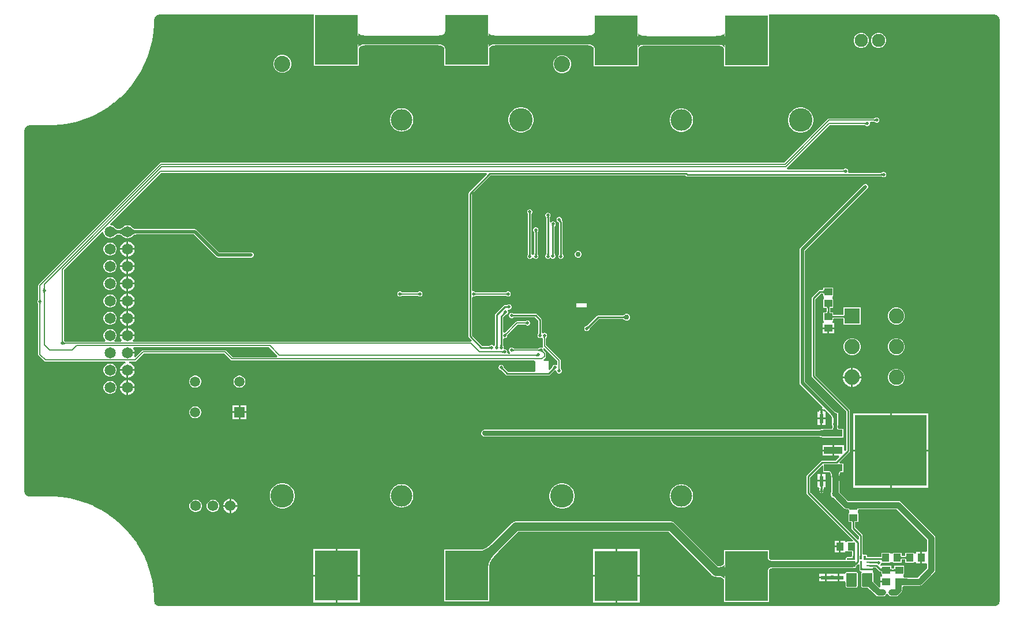
<source format=gbl>
G04*
G04 #@! TF.GenerationSoftware,Altium Limited,Altium Designer,25.2.1 (25)*
G04*
G04 Layer_Physical_Order=2*
G04 Layer_Color=16711680*
%FSLAX25Y25*%
%MOIN*%
G70*
G04*
G04 #@! TF.SameCoordinates,2F33FC32-E69D-4905-AB7C-0DFD41B7419D*
G04*
G04*
G04 #@! TF.FilePolarity,Positive*
G04*
G01*
G75*
%ADD13C,0.02000*%
%ADD16C,0.01000*%
%ADD26R,0.04700X0.04000*%
%ADD32R,0.05787X0.02441*%
%ADD33R,0.02441X0.05787*%
%ADD34R,0.04000X0.04700*%
%ADD51C,0.06200*%
%ADD57C,0.13000*%
%ADD59C,0.26000*%
%ADD65C,0.05000*%
%ADD68C,0.03000*%
%ADD69C,0.00800*%
%ADD71C,0.05937*%
%ADD72R,0.05937X0.05937*%
%ADD73C,0.08858*%
%ADD74R,0.08858X0.08858*%
%ADD75C,0.13583*%
%ADD76C,0.09409*%
%ADD77C,0.12480*%
%ADD78C,0.07677*%
%ADD79C,0.06496*%
%ADD80C,0.02000*%
%ADD81C,0.04000*%
%ADD82C,0.03000*%
%ADD83C,0.18000*%
%ADD84R,0.10600X0.04000*%
%ADD85R,0.41200X0.41000*%
G04:AMPARAMS|DCode=86|XSize=31.5mil|YSize=9.84mil|CornerRadius=1.97mil|HoleSize=0mil|Usage=FLASHONLY|Rotation=180.000|XOffset=0mil|YOffset=0mil|HoleType=Round|Shape=RoundedRectangle|*
%AMROUNDEDRECTD86*
21,1,0.03150,0.00591,0,0,180.0*
21,1,0.02756,0.00984,0,0,180.0*
1,1,0.00394,-0.01378,0.00295*
1,1,0.00394,0.01378,0.00295*
1,1,0.00394,0.01378,-0.00295*
1,1,0.00394,-0.01378,-0.00295*
%
%ADD86ROUNDEDRECTD86*%
G04:AMPARAMS|DCode=87|XSize=11.81mil|YSize=21.65mil|CornerRadius=1.95mil|HoleSize=0mil|Usage=FLASHONLY|Rotation=180.000|XOffset=0mil|YOffset=0mil|HoleType=Round|Shape=RoundedRectangle|*
%AMROUNDEDRECTD87*
21,1,0.01181,0.01776,0,0,180.0*
21,1,0.00791,0.02165,0,0,180.0*
1,1,0.00390,-0.00396,0.00888*
1,1,0.00390,0.00396,0.00888*
1,1,0.00390,0.00396,-0.00888*
1,1,0.00390,-0.00396,-0.00888*
%
%ADD87ROUNDEDRECTD87*%
%ADD88R,0.03150X0.00984*%
%ADD89R,0.00984X0.01968*%
%ADD90R,0.02953X0.05906*%
%ADD91R,0.01968X0.01968*%
%ADD92R,0.25000X0.28898*%
%ADD93C,0.03500*%
%ADD94C,0.04000*%
G36*
X330524Y323374D02*
X330472Y323849D01*
X330320Y324274D01*
X330068Y324649D01*
X329716Y324974D01*
X329265Y325249D01*
X328714Y325474D01*
X328063Y325649D01*
X327312Y325774D01*
X326462Y325849D01*
X325512Y325874D01*
Y330874D01*
X326462Y330899D01*
X327312Y330974D01*
X328063Y331099D01*
X328714Y331274D01*
X329265Y331499D01*
X329716Y331774D01*
X330068Y332099D01*
X330320Y332474D01*
X330472Y332899D01*
X330524Y333374D01*
Y323374D01*
D02*
G37*
G36*
X269156Y332899D02*
X269306Y332474D01*
X269556Y332099D01*
X269906Y331774D01*
X270356Y331499D01*
X270906Y331274D01*
X271556Y331099D01*
X272306Y330974D01*
X273156Y330899D01*
X274106Y330874D01*
Y325874D01*
X273156Y325849D01*
X272306Y325774D01*
X271556Y325649D01*
X270906Y325474D01*
X270356Y325249D01*
X269906Y324974D01*
X269556Y324649D01*
X269306Y324274D01*
X269156Y323849D01*
X269106Y323374D01*
Y333374D01*
X269156Y332899D01*
D02*
G37*
G36*
X244142Y323374D02*
X244090Y323849D01*
X243938Y324274D01*
X243686Y324649D01*
X243334Y324974D01*
X242883Y325249D01*
X242332Y325474D01*
X241681Y325649D01*
X240931Y325774D01*
X240080Y325849D01*
X239130Y325874D01*
Y330874D01*
X240080Y330899D01*
X240931Y330974D01*
X241681Y331099D01*
X242332Y331274D01*
X242883Y331499D01*
X243334Y331774D01*
X243686Y332099D01*
X243938Y332474D01*
X244090Y332899D01*
X244142Y333374D01*
Y323374D01*
D02*
G37*
G36*
X193920Y332899D02*
X194070Y332474D01*
X194320Y332099D01*
X194670Y331774D01*
X195120Y331499D01*
X195670Y331274D01*
X196320Y331099D01*
X197070Y330974D01*
X197920Y330899D01*
X198870Y330874D01*
Y325874D01*
X197920Y325849D01*
X197070Y325774D01*
X196320Y325649D01*
X195670Y325474D01*
X195120Y325249D01*
X194670Y324974D01*
X194320Y324649D01*
X194070Y324274D01*
X193920Y323849D01*
X193870Y323374D01*
Y333374D01*
X193920Y332899D01*
D02*
G37*
G36*
X405760Y323217D02*
X405708Y323692D01*
X405556Y324116D01*
X405304Y324492D01*
X404952Y324816D01*
X404501Y325092D01*
X403950Y325317D01*
X403299Y325491D01*
X402549Y325617D01*
X401698Y325692D01*
X400748Y325716D01*
Y330716D01*
X401698Y330742D01*
X402549Y330817D01*
X403299Y330942D01*
X403950Y331117D01*
X404501Y331342D01*
X404952Y331616D01*
X405304Y331942D01*
X405556Y332316D01*
X405708Y332741D01*
X405760Y333217D01*
Y323217D01*
D02*
G37*
G36*
X355538Y332741D02*
X355688Y332316D01*
X355938Y331942D01*
X356288Y331616D01*
X356738Y331342D01*
X357288Y331117D01*
X357938Y330942D01*
X358688Y330817D01*
X359538Y330742D01*
X360488Y330716D01*
Y325716D01*
X359538Y325692D01*
X358688Y325617D01*
X357938Y325491D01*
X357288Y325317D01*
X356738Y325092D01*
X356288Y324816D01*
X355938Y324492D01*
X355688Y324116D01*
X355538Y323692D01*
X355488Y323217D01*
Y333217D01*
X355538Y332741D01*
D02*
G37*
G36*
X562369Y342866D02*
X562912Y342641D01*
X563400Y342315D01*
X563815Y341900D01*
X564141Y341412D01*
X564366Y340869D01*
X564480Y340294D01*
Y340000D01*
Y4000D01*
Y3706D01*
X564366Y3131D01*
X564141Y2588D01*
X563815Y2100D01*
X563400Y1685D01*
X562912Y1359D01*
X562369Y1134D01*
X561794Y1020D01*
X561500D01*
X79000Y1020D01*
X78706D01*
X78131Y1134D01*
X77588Y1359D01*
X77100Y1685D01*
X76685Y2100D01*
X76359Y2588D01*
X76134Y3131D01*
X76020Y3706D01*
X76020Y4000D01*
X76018Y4010D01*
X76019Y4020D01*
X75973Y6356D01*
X75967Y6386D01*
X75971Y6416D01*
X75604Y11073D01*
X75593Y11112D01*
X75595Y11153D01*
X74864Y15767D01*
X74850Y15805D01*
X74848Y15846D01*
X73757Y20389D01*
X73741Y20425D01*
X73736Y20466D01*
X72292Y24909D01*
X72272Y24944D01*
X72264Y24984D01*
X70476Y29300D01*
X70454Y29334D01*
X70443Y29373D01*
X68322Y33536D01*
X68297Y33568D01*
X68283Y33606D01*
X65842Y37589D01*
X65814Y37619D01*
X65797Y37656D01*
X63051Y41435D01*
X63021Y41463D01*
X63002Y41498D01*
X59967Y45051D01*
X59936Y45076D01*
X59913Y45110D01*
X56610Y48413D01*
X56576Y48436D01*
X56551Y48467D01*
X52998Y51502D01*
X52963Y51521D01*
X52935Y51551D01*
X49156Y54297D01*
X49119Y54314D01*
X49089Y54342D01*
X45106Y56783D01*
X45068Y56797D01*
X45036Y56822D01*
X40873Y58943D01*
X40834Y58954D01*
X40800Y58976D01*
X36484Y60764D01*
X36444Y60772D01*
X36409Y60792D01*
X31966Y62236D01*
X31925Y62240D01*
X31889Y62257D01*
X27346Y63348D01*
X27305Y63350D01*
X27267Y63364D01*
X22653Y64095D01*
X22613Y64093D01*
X22573Y64104D01*
X17916Y64470D01*
X17886Y64467D01*
X17856Y64473D01*
X15520Y64519D01*
X15510Y64518D01*
X15500Y64520D01*
X3706D01*
X3131Y64634D01*
X2588Y64859D01*
X2100Y65185D01*
X1685Y65600D01*
X1359Y66088D01*
X1134Y66631D01*
X1020Y67206D01*
Y67500D01*
Y276000D01*
Y276294D01*
X1134Y276869D01*
X1359Y277412D01*
X1685Y277900D01*
X2100Y278315D01*
X2588Y278641D01*
X3131Y278866D01*
X3706Y278980D01*
X15000D01*
X15010Y278982D01*
X15020Y278981D01*
X17376Y279027D01*
X17405Y279033D01*
X17436Y279030D01*
X22132Y279399D01*
X22171Y279411D01*
X22212Y279409D01*
X26865Y280146D01*
X26903Y280160D01*
X26943Y280161D01*
X31524Y281261D01*
X31561Y281278D01*
X31602Y281283D01*
X36082Y282739D01*
X36117Y282759D01*
X36157Y282767D01*
X40510Y284570D01*
X40543Y284592D01*
X40582Y284603D01*
X44780Y286742D01*
X44812Y286767D01*
X44850Y286781D01*
X48867Y289243D01*
X48897Y289270D01*
X48934Y289287D01*
X52745Y292056D01*
X52772Y292086D01*
X52808Y292106D01*
X56390Y295165D01*
X56415Y295197D01*
X56449Y295220D01*
X59780Y298551D01*
X59803Y298585D01*
X59835Y298610D01*
X62894Y302192D01*
X62914Y302228D01*
X62944Y302255D01*
X65713Y306066D01*
X65730Y306103D01*
X65758Y306133D01*
X68219Y310150D01*
X68233Y310188D01*
X68258Y310220D01*
X70397Y314418D01*
X70408Y314457D01*
X70430Y314490D01*
X72233Y318843D01*
X72241Y318883D01*
X72261Y318918D01*
X73717Y323398D01*
X73722Y323439D01*
X73739Y323476D01*
X74839Y328057D01*
X74840Y328097D01*
X74854Y328135D01*
X75591Y332788D01*
X75590Y332829D01*
X75600Y332868D01*
X75970Y337564D01*
X75967Y337595D01*
X75973Y337624D01*
X76019Y339980D01*
X76018Y339990D01*
X76020Y340000D01*
Y340294D01*
X76134Y340869D01*
X76359Y341412D01*
X76685Y341900D01*
X77100Y342315D01*
X77588Y342641D01*
X78131Y342866D01*
X78706Y342981D01*
X168382D01*
Y313425D01*
X194382D01*
Y323269D01*
X194408Y323317D01*
X194451Y323729D01*
X194558Y324030D01*
X194735Y324296D01*
X194998Y324540D01*
X195365Y324765D01*
X195843Y324960D01*
X196435Y325119D01*
X197138Y325237D01*
X197951Y325308D01*
X198884Y325333D01*
X198918Y325348D01*
X239082D01*
X239116Y325333D01*
X240049Y325308D01*
X240862Y325237D01*
X241566Y325119D01*
X242159Y324960D01*
X242638Y324764D01*
X243007Y324540D01*
X243272Y324295D01*
X243451Y324028D01*
X243559Y323727D01*
X243604Y323315D01*
X243618Y323289D01*
Y313425D01*
X269618D01*
Y323269D01*
X269644Y323317D01*
X269688Y323729D01*
X269794Y324030D01*
X269971Y324296D01*
X270235Y324540D01*
X270601Y324765D01*
X271080Y324960D01*
X271671Y325119D01*
X272375Y325237D01*
X273187Y325308D01*
X274120Y325333D01*
X274154Y325348D01*
X325464D01*
X325498Y325333D01*
X326431Y325308D01*
X327244Y325237D01*
X327948Y325119D01*
X328541Y324960D01*
X329020Y324764D01*
X329389Y324540D01*
X329654Y324295D01*
X329833Y324028D01*
X329941Y323727D01*
X329986Y323315D01*
X330000Y323289D01*
Y313268D01*
X356000D01*
Y323112D01*
X356026Y323160D01*
X356070Y323571D01*
X356176Y323873D01*
X356353Y324138D01*
X356616Y324383D01*
X356983Y324607D01*
X357462Y324803D01*
X358053Y324962D01*
X358756Y325079D01*
X359569Y325151D01*
X360502Y325175D01*
X360536Y325191D01*
X400700D01*
X400734Y325175D01*
X401667Y325151D01*
X402480Y325079D01*
X403184Y324962D01*
X403777Y324803D01*
X404257Y324607D01*
X404625Y324382D01*
X404890Y324137D01*
X405069Y323871D01*
X405177Y323569D01*
X405222Y323157D01*
X405236Y323132D01*
Y313268D01*
X431236D01*
Y342981D01*
X561794D01*
X562369Y342866D01*
D02*
G37*
%LPC*%
G36*
X495071Y332370D02*
X493929D01*
X492825Y332074D01*
X491836Y331503D01*
X491028Y330695D01*
X490457Y329706D01*
X490161Y328603D01*
Y327460D01*
X490457Y326357D01*
X491028Y325367D01*
X491836Y324560D01*
X492825Y323989D01*
X493929Y323693D01*
X495071D01*
X496175Y323989D01*
X497164Y324560D01*
X497972Y325367D01*
X498543Y326357D01*
X498839Y327460D01*
Y328603D01*
X498543Y329706D01*
X497972Y330695D01*
X497164Y331503D01*
X496175Y332074D01*
X495071Y332370D01*
D02*
G37*
G36*
X485071D02*
X483929D01*
X482825Y332074D01*
X481836Y331503D01*
X481028Y330695D01*
X480457Y329706D01*
X480161Y328603D01*
Y327460D01*
X480457Y326357D01*
X481028Y325367D01*
X481836Y324560D01*
X482825Y323989D01*
X483929Y323693D01*
X485071D01*
X486175Y323989D01*
X487164Y324560D01*
X487972Y325367D01*
X488543Y326357D01*
X488839Y327460D01*
Y328603D01*
X488543Y329706D01*
X487972Y330695D01*
X487164Y331503D01*
X486175Y332074D01*
X485071Y332370D01*
D02*
G37*
G36*
X150768Y319760D02*
X149398D01*
X148074Y319405D01*
X146887Y318720D01*
X145918Y317751D01*
X145233Y316564D01*
X144878Y315240D01*
Y313870D01*
X145233Y312546D01*
X145918Y311359D01*
X146887Y310390D01*
X148074Y309705D01*
X149398Y309350D01*
X150768D01*
X152092Y309705D01*
X153278Y310390D01*
X154247Y311359D01*
X154933Y312546D01*
X155287Y313870D01*
Y315240D01*
X154933Y316564D01*
X154247Y317751D01*
X153278Y318720D01*
X152092Y319405D01*
X150768Y319760D01*
D02*
G37*
G36*
X312386Y319602D02*
X311016D01*
X309692Y319248D01*
X308505Y318562D01*
X307536Y317593D01*
X306851Y316407D01*
X306496Y315083D01*
Y313712D01*
X306851Y312389D01*
X307536Y311202D01*
X308505Y310233D01*
X309692Y309548D01*
X311016Y309193D01*
X312386D01*
X313710Y309548D01*
X314897Y310233D01*
X315866Y311202D01*
X316551Y312389D01*
X316905Y313712D01*
Y315083D01*
X316551Y316407D01*
X315866Y317593D01*
X314897Y318562D01*
X313710Y319248D01*
X312386Y319602D01*
D02*
G37*
G36*
X493798Y283531D02*
X493202D01*
X492650Y283303D01*
X492509Y283161D01*
X492416Y283127D01*
X492373Y283086D01*
X492345Y283065D01*
X492316Y283046D01*
X492284Y283029D01*
X492248Y283014D01*
X492208Y283000D01*
X492161Y282989D01*
X492109Y282980D01*
X492049Y282975D01*
X491967Y282972D01*
X491915Y282949D01*
X466000D01*
X465649Y282879D01*
X465351Y282680D01*
X440120Y257449D01*
X79988D01*
X79637Y257379D01*
X79339Y257180D01*
X9351Y187192D01*
X9152Y186894D01*
X9082Y186543D01*
Y178585D01*
X9059Y178533D01*
X9057Y178451D01*
X9051Y178391D01*
X9042Y178339D01*
X9031Y178292D01*
X9018Y178252D01*
X9003Y178216D01*
X8986Y178184D01*
X8967Y178155D01*
X8945Y178127D01*
X8905Y178084D01*
X8870Y177991D01*
X8728Y177850D01*
X8500Y177298D01*
Y176702D01*
X8728Y176150D01*
X8870Y176009D01*
X8905Y175916D01*
X8945Y175873D01*
X8967Y175845D01*
X8986Y175816D01*
X9003Y175784D01*
X9018Y175748D01*
X9031Y175708D01*
X9042Y175661D01*
X9051Y175609D01*
X9057Y175549D01*
X9059Y175467D01*
X9082Y175415D01*
Y146500D01*
X9152Y146149D01*
X9351Y145851D01*
X12499Y142703D01*
X12797Y142504D01*
X13148Y142434D01*
X59411D01*
X59516Y141634D01*
X58860Y141458D01*
X57892Y140899D01*
X57101Y140108D01*
X56542Y139140D01*
X56252Y138059D01*
Y138000D01*
X60500D01*
X64748D01*
Y138059D01*
X64459Y139140D01*
X63899Y140108D01*
X63108Y140899D01*
X62140Y141458D01*
X61484Y141634D01*
X61589Y142434D01*
X64852D01*
X65203Y142504D01*
X65501Y142703D01*
X69880Y147082D01*
X116620D01*
X120320Y143383D01*
X120617Y143184D01*
X120968Y143114D01*
X295524D01*
X296142Y142596D01*
X296142Y142314D01*
Y137351D01*
X296142Y137282D01*
X295737Y136551D01*
X295737Y136551D01*
X280422D01*
X278305Y138669D01*
X278287Y138716D01*
X278158Y138855D01*
X278121Y138902D01*
X278088Y138947D01*
X278065Y138984D01*
X278050Y139012D01*
X278043Y139030D01*
X278041Y139034D01*
X278040Y139054D01*
X278035Y139064D01*
X278035Y139066D01*
X278033Y139069D01*
X278000Y139136D01*
Y139330D01*
X277772Y139881D01*
X277350Y140303D01*
X276798Y140532D01*
X276202D01*
X275650Y140303D01*
X275228Y139881D01*
X275000Y139330D01*
Y138733D01*
X275228Y138182D01*
X275650Y137760D01*
X276202Y137531D01*
X276395D01*
X276462Y137499D01*
X276466Y137496D01*
X276468Y137496D01*
X276478Y137491D01*
X276498Y137490D01*
X276501Y137489D01*
X276519Y137481D01*
X276547Y137467D01*
X276585Y137443D01*
X276624Y137415D01*
X276743Y137314D01*
X276808Y137252D01*
X276858Y137232D01*
X279279Y134810D01*
X279610Y134590D01*
X280000Y134512D01*
X304000D01*
X304390Y134590D01*
X304721Y134810D01*
X307137Y137227D01*
X307185Y137244D01*
X307324Y137373D01*
X307371Y137411D01*
X307416Y137443D01*
X307453Y137467D01*
X307481Y137481D01*
X307499Y137489D01*
X307502Y137490D01*
X307522Y137491D01*
X307532Y137496D01*
X307534Y137496D01*
X307538Y137499D01*
X307605Y137531D01*
X307761D01*
X307817Y137516D01*
X308500Y136956D01*
Y136733D01*
X308728Y136182D01*
X309150Y135760D01*
X309702Y135531D01*
X310298D01*
X310850Y135760D01*
X311272Y136182D01*
X311500Y136733D01*
Y137330D01*
X311272Y137881D01*
X311130Y138023D01*
X311095Y138115D01*
X311055Y138159D01*
X311033Y138186D01*
X311014Y138215D01*
X310997Y138247D01*
X310982Y138283D01*
X310969Y138324D01*
X310958Y138370D01*
X310949Y138423D01*
X310943Y138482D01*
X310941Y138564D01*
X310918Y138616D01*
Y143032D01*
X310848Y143383D01*
X310649Y143680D01*
X302418Y151912D01*
Y155947D01*
X302441Y155999D01*
X302443Y156081D01*
X302449Y156140D01*
X302458Y156193D01*
X302469Y156239D01*
X302482Y156280D01*
X302497Y156316D01*
X302514Y156348D01*
X302533Y156377D01*
X302555Y156404D01*
X302595Y156448D01*
X302630Y156540D01*
X302772Y156682D01*
X303000Y157233D01*
Y157830D01*
X302772Y158381D01*
X302350Y158803D01*
X301798Y159031D01*
X301202D01*
X300848Y158885D01*
X300722Y158890D01*
X300581Y158914D01*
X300359Y159034D01*
X300020Y159304D01*
Y166532D01*
X299942Y166922D01*
X299721Y167253D01*
X297221Y169753D01*
X296890Y169974D01*
X296500Y170051D01*
X284033D01*
X283987Y170072D01*
X283797Y170080D01*
X283737Y170086D01*
X283683Y170095D01*
X283640Y170105D01*
X283610Y170114D01*
X283592Y170121D01*
X283588Y170123D01*
X283573Y170136D01*
X283563Y170140D01*
X283561Y170141D01*
X283557Y170142D01*
X283487Y170166D01*
X283350Y170303D01*
X282798Y170531D01*
X282202D01*
X281650Y170303D01*
X281228Y169881D01*
X281000Y169330D01*
Y168733D01*
X281228Y168182D01*
X281650Y167760D01*
X282202Y167532D01*
X282798D01*
X283350Y167760D01*
X283487Y167897D01*
X283557Y167921D01*
X283561Y167922D01*
X283563Y167923D01*
X283573Y167927D01*
X283588Y167940D01*
X283592Y167942D01*
X283610Y167949D01*
X283640Y167958D01*
X283683Y167968D01*
X283731Y167976D01*
X283886Y167989D01*
X283976Y167990D01*
X284025Y168012D01*
X296078D01*
X297980Y166109D01*
Y159064D01*
X297959Y159018D01*
X297952Y158829D01*
X297945Y158769D01*
X297937Y158714D01*
X297927Y158672D01*
X297918Y158641D01*
X297910Y158623D01*
X297908Y158620D01*
X297895Y158605D01*
X297892Y158595D01*
X297890Y158593D01*
X297890Y158589D01*
X297865Y158518D01*
X297728Y158381D01*
X297500Y157830D01*
Y157233D01*
X297728Y156682D01*
X298150Y156260D01*
X298702Y156032D01*
X299298D01*
X299652Y156178D01*
X299792Y156228D01*
X299838Y156229D01*
X299865Y156228D01*
X299905Y156222D01*
X299936Y156216D01*
X300029Y156183D01*
X300357Y156043D01*
X300582Y155861D01*
Y151532D01*
X300652Y151180D01*
X300814Y150938D01*
X300851Y150883D01*
X300350Y150303D01*
X300196Y150367D01*
X299798Y150531D01*
X299202D01*
X298650Y150303D01*
X298509Y150162D01*
X298416Y150127D01*
X298373Y150086D01*
X298345Y150065D01*
X298316Y150046D01*
X298284Y150029D01*
X298248Y150014D01*
X298208Y150001D01*
X298161Y149989D01*
X298109Y149980D01*
X298049Y149975D01*
X297967Y149972D01*
X297915Y149949D01*
X284085D01*
X284033Y149972D01*
X283951Y149975D01*
X283891Y149980D01*
X283839Y149989D01*
X283792Y150001D01*
X283752Y150014D01*
X283716Y150029D01*
X283684Y150046D01*
X283655Y150065D01*
X283627Y150086D01*
X283584Y150127D01*
X283491Y150162D01*
X283350Y150303D01*
X282798Y150531D01*
X282202D01*
X281650Y150303D01*
X281228Y149881D01*
X281000Y149330D01*
Y148733D01*
X281228Y148182D01*
X281650Y147760D01*
X281676Y147749D01*
X281517Y146949D01*
X280541D01*
X280000Y147733D01*
Y148330D01*
X279772Y148881D01*
X279350Y149303D01*
X278798Y149531D01*
X278575D01*
X278015Y150215D01*
X278000Y150271D01*
Y150830D01*
X277772Y151381D01*
X277635Y151518D01*
X277610Y151589D01*
X277609Y151593D01*
X277608Y151594D01*
X277605Y151605D01*
X277592Y151620D01*
X277590Y151623D01*
X277583Y151641D01*
X277573Y151672D01*
X277563Y151714D01*
X277556Y151762D01*
X277543Y151917D01*
X277541Y152008D01*
X277520Y152057D01*
Y155448D01*
X278202Y156032D01*
X278798D01*
X279350Y156260D01*
X279772Y156682D01*
X280000Y157233D01*
Y157433D01*
X280041Y157523D01*
X280043Y157583D01*
X280047Y157617D01*
X280054Y157651D01*
X280065Y157686D01*
X280080Y157722D01*
X280099Y157760D01*
X280124Y157801D01*
X280155Y157844D01*
X280193Y157890D01*
X280249Y157950D01*
X280269Y158003D01*
X286122Y163856D01*
X290173D01*
X290225Y163833D01*
X290307Y163830D01*
X290366Y163825D01*
X290419Y163816D01*
X290465Y163805D01*
X290506Y163792D01*
X290542Y163776D01*
X290574Y163759D01*
X290603Y163741D01*
X290631Y163719D01*
X290674Y163678D01*
X290767Y163644D01*
X290908Y163502D01*
X291459Y163274D01*
X292056D01*
X292607Y163502D01*
X293029Y163924D01*
X293258Y164475D01*
Y165072D01*
X293029Y165623D01*
X292607Y166045D01*
X292056Y166274D01*
X291459D01*
X290908Y166045D01*
X290767Y165904D01*
X290674Y165869D01*
X290631Y165828D01*
X290603Y165807D01*
X290574Y165788D01*
X290542Y165771D01*
X290506Y165756D01*
X290465Y165743D01*
X290419Y165731D01*
X290366Y165723D01*
X290307Y165717D01*
X290225Y165715D01*
X290173Y165691D01*
X285742D01*
X285391Y165621D01*
X285093Y165423D01*
X278972Y159301D01*
X278919Y159281D01*
X278859Y159224D01*
X278813Y159186D01*
X278769Y159155D01*
X278729Y159131D01*
X278691Y159111D01*
X278655Y159097D01*
X278620Y159086D01*
X278586Y159079D01*
X278551Y159074D01*
X278492Y159072D01*
X278402Y159031D01*
X278202D01*
X277520Y159615D01*
Y168109D01*
X278637Y169227D01*
X278685Y169244D01*
X278824Y169373D01*
X278871Y169411D01*
X278916Y169443D01*
X278953Y169466D01*
X278981Y169481D01*
X278999Y169489D01*
X279002Y169490D01*
X279022Y169491D01*
X279032Y169496D01*
X279034Y169497D01*
X279038Y169499D01*
X279105Y169532D01*
X279298D01*
X279850Y169760D01*
X280272Y170182D01*
X280500Y170733D01*
Y171330D01*
X280290Y171836D01*
X280427Y172117D01*
X280547Y172298D01*
X280753Y172531D01*
X281298D01*
X281850Y172760D01*
X282272Y173182D01*
X282500Y173733D01*
Y174330D01*
X282272Y174881D01*
X281850Y175303D01*
X281298Y175531D01*
X280702D01*
X280150Y175303D01*
X280013Y175166D01*
X279943Y175142D01*
X279939Y175141D01*
X279937Y175140D01*
X279927Y175136D01*
X279912Y175123D01*
X279908Y175121D01*
X279890Y175114D01*
X279860Y175105D01*
X279817Y175095D01*
X279769Y175087D01*
X279614Y175074D01*
X279524Y175073D01*
X279475Y175051D01*
X278500D01*
X278110Y174973D01*
X277779Y174752D01*
X273279Y170253D01*
X273058Y169922D01*
X272980Y169532D01*
Y152064D01*
X272959Y152018D01*
X272952Y151829D01*
X272282Y151591D01*
X272226Y151576D01*
X271982Y151671D01*
X271850Y151803D01*
X271298Y152032D01*
X270702D01*
X270150Y151803D01*
X270013Y151666D01*
X269943Y151642D01*
X269939Y151641D01*
X269937Y151640D01*
X269927Y151636D01*
X269912Y151623D01*
X269908Y151621D01*
X269890Y151614D01*
X269860Y151605D01*
X269817Y151595D01*
X269769Y151587D01*
X269614Y151574D01*
X269524Y151573D01*
X269475Y151551D01*
X265422D01*
X259520Y157454D01*
Y179417D01*
X260202Y180000D01*
X260798D01*
X261350Y180228D01*
X261491Y180370D01*
X261584Y180405D01*
X261627Y180445D01*
X261655Y180467D01*
X261684Y180486D01*
X261716Y180503D01*
X261752Y180518D01*
X261792Y180531D01*
X261839Y180542D01*
X261891Y180551D01*
X261951Y180557D01*
X262033Y180559D01*
X262085Y180582D01*
X278915D01*
X278967Y180559D01*
X279049Y180557D01*
X279109Y180551D01*
X279161Y180542D01*
X279208Y180531D01*
X279248Y180518D01*
X279284Y180503D01*
X279316Y180486D01*
X279345Y180467D01*
X279373Y180445D01*
X279416Y180405D01*
X279509Y180370D01*
X279650Y180228D01*
X280202Y180000D01*
X280798D01*
X281350Y180228D01*
X281772Y180650D01*
X282000Y181202D01*
Y181798D01*
X281772Y182350D01*
X281350Y182772D01*
X280798Y183000D01*
X280202D01*
X279650Y182772D01*
X279509Y182630D01*
X279416Y182595D01*
X279373Y182555D01*
X279345Y182533D01*
X279316Y182514D01*
X279284Y182497D01*
X279248Y182482D01*
X279208Y182469D01*
X279161Y182458D01*
X279109Y182449D01*
X279049Y182443D01*
X278967Y182441D01*
X278915Y182418D01*
X262085D01*
X262033Y182441D01*
X261951Y182443D01*
X261891Y182449D01*
X261839Y182458D01*
X261792Y182469D01*
X261752Y182482D01*
X261716Y182497D01*
X261684Y182514D01*
X261655Y182533D01*
X261627Y182555D01*
X261584Y182595D01*
X261491Y182630D01*
X261350Y182772D01*
X260798Y183000D01*
X260202D01*
X259520Y183583D01*
Y239109D01*
X270422Y250012D01*
X383078D01*
X383279Y249811D01*
X383610Y249589D01*
X384000Y249512D01*
X495967D01*
X496013Y249491D01*
X496203Y249483D01*
X496263Y249477D01*
X496317Y249468D01*
X496360Y249458D01*
X496390Y249449D01*
X496408Y249442D01*
X496412Y249440D01*
X496427Y249427D01*
X496437Y249423D01*
X496439Y249422D01*
X496443Y249421D01*
X496514Y249397D01*
X496650Y249260D01*
X497202Y249031D01*
X497798D01*
X498350Y249260D01*
X498772Y249682D01*
X499000Y250233D01*
Y250830D01*
X498772Y251381D01*
X498350Y251803D01*
X497798Y252031D01*
X497202D01*
X496650Y251803D01*
X496514Y251666D01*
X496443Y251642D01*
X496439Y251641D01*
X496437Y251640D01*
X496427Y251636D01*
X496412Y251623D01*
X496408Y251621D01*
X496390Y251614D01*
X496360Y251605D01*
X496317Y251595D01*
X496269Y251587D01*
X496114Y251574D01*
X496024Y251573D01*
X495975Y251551D01*
X477583D01*
X477000Y252233D01*
Y252830D01*
X476772Y253381D01*
X476350Y253803D01*
X475798Y254031D01*
X475202D01*
X474650Y253803D01*
X474509Y253661D01*
X474416Y253627D01*
X474373Y253586D01*
X474345Y253565D01*
X474316Y253546D01*
X474284Y253529D01*
X474248Y253514D01*
X474208Y253501D01*
X474161Y253489D01*
X474109Y253481D01*
X474049Y253475D01*
X473967Y253472D01*
X473915Y253449D01*
X442071D01*
X441935Y253612D01*
X441649Y254383D01*
X466380Y279114D01*
X486415D01*
X486467Y279090D01*
X486549Y279088D01*
X486609Y279082D01*
X486661Y279074D01*
X486708Y279063D01*
X486748Y279049D01*
X486784Y279034D01*
X486816Y279017D01*
X486845Y278998D01*
X486873Y278977D01*
X486916Y278936D01*
X487009Y278902D01*
X487150Y278760D01*
X487702Y278532D01*
X488298D01*
X488850Y278760D01*
X489272Y279182D01*
X489500Y279733D01*
Y280330D01*
X490041Y281114D01*
X491915D01*
X491967Y281090D01*
X492049Y281088D01*
X492109Y281083D01*
X492161Y281074D01*
X492208Y281063D01*
X492248Y281049D01*
X492284Y281034D01*
X492316Y281017D01*
X492345Y280998D01*
X492373Y280977D01*
X492416Y280936D01*
X492509Y280902D01*
X492650Y280760D01*
X493202Y280532D01*
X493798D01*
X494350Y280760D01*
X494772Y281182D01*
X495000Y281733D01*
Y282330D01*
X494772Y282881D01*
X494350Y283303D01*
X493798Y283531D01*
D02*
G37*
G36*
X219664Y288933D02*
X218336D01*
X217034Y288674D01*
X215807Y288166D01*
X214703Y287428D01*
X213765Y286490D01*
X213027Y285386D01*
X212519Y284159D01*
X212260Y282857D01*
Y281529D01*
X212519Y280227D01*
X213027Y279000D01*
X213765Y277896D01*
X214703Y276958D01*
X215807Y276220D01*
X217034Y275712D01*
X218336Y275453D01*
X219664D01*
X220966Y275712D01*
X222193Y276220D01*
X223297Y276958D01*
X224235Y277896D01*
X224973Y279000D01*
X225481Y280227D01*
X225740Y281529D01*
Y282857D01*
X225481Y284159D01*
X224973Y285386D01*
X224235Y286490D01*
X223297Y287428D01*
X222193Y288166D01*
X220966Y288674D01*
X219664Y288933D01*
D02*
G37*
G36*
X381282Y288776D02*
X379954D01*
X378652Y288517D01*
X377426Y288008D01*
X376322Y287271D01*
X375383Y286332D01*
X374645Y285228D01*
X374137Y284001D01*
X373878Y282699D01*
Y281372D01*
X374137Y280069D01*
X374645Y278843D01*
X375383Y277739D01*
X376322Y276800D01*
X377426Y276062D01*
X378652Y275554D01*
X379954Y275295D01*
X381282D01*
X382584Y275554D01*
X383811Y276062D01*
X384915Y276800D01*
X385854Y277739D01*
X386591Y278843D01*
X387099Y280069D01*
X387358Y281372D01*
Y282699D01*
X387099Y284001D01*
X386591Y285228D01*
X385854Y286332D01*
X384915Y287271D01*
X383811Y288008D01*
X382584Y288517D01*
X381282Y288776D01*
D02*
G37*
G36*
X288635Y289484D02*
X287199D01*
X285790Y289204D01*
X284464Y288654D01*
X283269Y287857D01*
X282254Y286841D01*
X281456Y285647D01*
X280906Y284320D01*
X280626Y282911D01*
Y281475D01*
X280906Y280066D01*
X281456Y278739D01*
X282254Y277545D01*
X283269Y276529D01*
X284464Y275731D01*
X285790Y275182D01*
X287199Y274902D01*
X288635D01*
X290044Y275182D01*
X291371Y275731D01*
X292565Y276529D01*
X293581Y277545D01*
X294379Y278739D01*
X294929Y280066D01*
X295209Y281475D01*
Y282911D01*
X294929Y284320D01*
X294379Y285647D01*
X293581Y286841D01*
X292565Y287857D01*
X291371Y288654D01*
X290044Y289204D01*
X288635Y289484D01*
D02*
G37*
G36*
X450254Y289327D02*
X448817D01*
X447409Y289047D01*
X446082Y288497D01*
X444887Y287699D01*
X443872Y286683D01*
X443074Y285489D01*
X442524Y284162D01*
X442244Y282754D01*
Y281317D01*
X442524Y279909D01*
X443074Y278582D01*
X443872Y277387D01*
X444887Y276372D01*
X446082Y275574D01*
X447409Y275024D01*
X448817Y274744D01*
X450254D01*
X451662Y275024D01*
X452989Y275574D01*
X454183Y276372D01*
X455199Y277387D01*
X455997Y278582D01*
X456547Y279909D01*
X456827Y281317D01*
Y282754D01*
X456547Y284162D01*
X455997Y285489D01*
X455199Y286683D01*
X454183Y287699D01*
X452989Y288497D01*
X451662Y289047D01*
X450254Y289327D01*
D02*
G37*
G36*
X321398Y206500D02*
X320602D01*
X319867Y206195D01*
X319304Y205633D01*
X319000Y204898D01*
Y204102D01*
X319304Y203367D01*
X319867Y202804D01*
X320602Y202500D01*
X321398D01*
X322133Y202804D01*
X322695Y203367D01*
X323000Y204102D01*
Y204898D01*
X322695Y205633D01*
X322133Y206195D01*
X321398Y206500D01*
D02*
G37*
G36*
X303798Y228500D02*
X303202D01*
X302650Y228272D01*
X302228Y227850D01*
X302000Y227298D01*
Y226702D01*
X302228Y226150D01*
X302384Y225995D01*
X302410Y225923D01*
X302412Y225918D01*
X302413Y225915D01*
X302417Y225904D01*
X302430Y225891D01*
X302431Y225889D01*
X302438Y225872D01*
X302447Y225844D01*
X302457Y225802D01*
X302465Y225756D01*
X302478Y225602D01*
X302479Y225512D01*
X302480Y225511D01*
X302479Y225510D01*
X302501Y225461D01*
Y204802D01*
X302480Y204756D01*
X302472Y204565D01*
X302466Y204504D01*
X302457Y204449D01*
X302448Y204404D01*
X302438Y204373D01*
X302431Y204353D01*
X302428Y204348D01*
X302415Y204332D01*
X302411Y204322D01*
X302411Y204321D01*
X302410Y204318D01*
X302388Y204250D01*
X302269Y204131D01*
X302041Y203580D01*
Y202983D01*
X302269Y202432D01*
X302691Y202010D01*
X303242Y201782D01*
X303839D01*
X304391Y202010D01*
X304422Y202042D01*
X304883Y202391D01*
X305438Y202071D01*
X305990Y201842D01*
X306587D01*
X307138Y202071D01*
X307560Y202493D01*
X307788Y203044D01*
Y203641D01*
X307560Y204192D01*
X307512Y204240D01*
X307502Y204282D01*
X307502Y204284D01*
X307502Y204285D01*
X307499Y204294D01*
X307487Y204312D01*
X307482Y204323D01*
X307476Y204340D01*
X307454Y204442D01*
X307448Y204490D01*
X307437Y204652D01*
X307435Y204746D01*
X307414Y204796D01*
Y220384D01*
X307431Y220415D01*
X307423Y220443D01*
X307435Y220469D01*
X307437Y220564D01*
X307442Y220637D01*
X307450Y220698D01*
X307459Y220746D01*
X307468Y220782D01*
X307476Y220805D01*
X307478Y220810D01*
X307487Y220817D01*
X307492Y220828D01*
X307497Y220834D01*
X307501Y220847D01*
X307528Y220907D01*
X307772Y221150D01*
X308000Y221702D01*
Y222298D01*
X307772Y222850D01*
X307350Y223272D01*
X306798Y223500D01*
X306202D01*
X305650Y223272D01*
X305340Y222961D01*
X304812Y223066D01*
X304540Y223207D01*
Y225480D01*
X304561Y225526D01*
X304568Y225716D01*
X304575Y225777D01*
X304584Y225833D01*
X304593Y225877D01*
X304603Y225909D01*
X304610Y225928D01*
X304613Y225934D01*
X304626Y225949D01*
X304629Y225959D01*
X304630Y225961D01*
X304631Y225964D01*
X304653Y226032D01*
X304772Y226150D01*
X305000Y226702D01*
Y227298D01*
X304772Y227850D01*
X304350Y228272D01*
X303798Y228500D01*
D02*
G37*
G36*
X310298Y226000D02*
X309702D01*
X309150Y225772D01*
X308728Y225350D01*
X308500Y224798D01*
Y224202D01*
X308728Y223650D01*
X309150Y223228D01*
X309642Y223025D01*
X309668Y223005D01*
X309676Y222998D01*
X309680Y222996D01*
X309686Y222992D01*
X309704Y222987D01*
X309710Y222984D01*
X309786Y222937D01*
X309816Y222915D01*
X309980Y222772D01*
Y204814D01*
X309959Y204768D01*
X309952Y204579D01*
X309946Y204519D01*
X309937Y204464D01*
X309927Y204422D01*
X309917Y204391D01*
X309910Y204373D01*
X309908Y204370D01*
X309895Y204355D01*
X309892Y204345D01*
X309891Y204343D01*
X309890Y204339D01*
X309865Y204268D01*
X309728Y204131D01*
X309500Y203580D01*
Y202983D01*
X309728Y202432D01*
X310150Y202010D01*
X310702Y201782D01*
X311298D01*
X311850Y202010D01*
X312272Y202432D01*
X312500Y202983D01*
Y203580D01*
X312272Y204131D01*
X312135Y204268D01*
X312110Y204339D01*
X312109Y204343D01*
X312108Y204345D01*
X312105Y204355D01*
X312092Y204370D01*
X312090Y204373D01*
X312083Y204391D01*
X312073Y204421D01*
X312063Y204464D01*
X312056Y204512D01*
X312043Y204667D01*
X312041Y204758D01*
X312020Y204807D01*
Y223229D01*
X311942Y223620D01*
X311782Y223859D01*
X311773Y223909D01*
X311727Y223942D01*
X311706Y223995D01*
X311642Y224063D01*
X311596Y224116D01*
X311560Y224162D01*
X311535Y224200D01*
X311520Y224227D01*
X311514Y224240D01*
X311514Y224243D01*
X311513Y224258D01*
X311508Y224270D01*
X311507Y224275D01*
X311503Y224281D01*
X311500Y224293D01*
Y224798D01*
X311272Y225350D01*
X310850Y225772D01*
X310298Y226000D01*
D02*
G37*
G36*
X293298Y230500D02*
X292702D01*
X292150Y230272D01*
X291728Y229850D01*
X291500Y229298D01*
Y228702D01*
X291728Y228150D01*
X291896Y227983D01*
X291923Y227911D01*
X291925Y227905D01*
X291927Y227902D01*
X291931Y227891D01*
X291943Y227878D01*
X291944Y227877D01*
X291950Y227862D01*
X291959Y227834D01*
X291969Y227793D01*
X291977Y227747D01*
X291990Y227595D01*
X291992Y227505D01*
X291994Y227500D01*
X291992Y227495D01*
X292014Y227449D01*
Y204721D01*
X291992Y204671D01*
X291990Y204580D01*
X291978Y204422D01*
X291970Y204372D01*
X291961Y204327D01*
X291951Y204295D01*
X291943Y204275D01*
X291940Y204268D01*
X291927Y204252D01*
X291924Y204242D01*
X291923Y204241D01*
X291923Y204238D01*
X291902Y204173D01*
X291794Y204065D01*
X291566Y203514D01*
Y202917D01*
X291794Y202366D01*
X292216Y201944D01*
X292768Y201715D01*
X293365D01*
X293916Y201944D01*
X294338Y202366D01*
X294364Y202429D01*
X295228Y202432D01*
X295650Y202010D01*
X296202Y201782D01*
X296798D01*
X297350Y202010D01*
X297772Y202432D01*
X298000Y202983D01*
Y203580D01*
X297772Y204131D01*
X297635Y204268D01*
X297610Y204339D01*
X297609Y204343D01*
X297608Y204345D01*
X297605Y204355D01*
X297592Y204370D01*
X297590Y204373D01*
X297583Y204391D01*
X297573Y204421D01*
X297563Y204464D01*
X297556Y204512D01*
X297543Y204667D01*
X297541Y204758D01*
X297520Y204807D01*
Y216967D01*
X297541Y217013D01*
X297548Y217203D01*
X297554Y217263D01*
X297563Y217317D01*
X297573Y217360D01*
X297583Y217390D01*
X297590Y217408D01*
X297592Y217412D01*
X297605Y217427D01*
X297608Y217437D01*
X297609Y217439D01*
X297610Y217443D01*
X297635Y217513D01*
X297772Y217650D01*
X298000Y218202D01*
Y218798D01*
X297772Y219350D01*
X297350Y219772D01*
X296798Y220000D01*
X296202D01*
X295650Y219772D01*
X295228Y219350D01*
X295000Y218798D01*
Y218202D01*
X295228Y217650D01*
X295365Y217513D01*
X295390Y217443D01*
X295391Y217439D01*
X295392Y217437D01*
X295395Y217427D01*
X295408Y217412D01*
X295410Y217408D01*
X295417Y217390D01*
X295427Y217360D01*
X295437Y217317D01*
X295444Y217269D01*
X295457Y217114D01*
X295459Y217024D01*
X295480Y216975D01*
Y204814D01*
X295459Y204768D01*
X295452Y204579D01*
X295445Y204519D01*
X295437Y204464D01*
X295427Y204422D01*
X295417Y204391D01*
X295410Y204373D01*
X295408Y204370D01*
X295395Y204355D01*
X295392Y204345D01*
X295391Y204343D01*
X295390Y204339D01*
X295365Y204268D01*
X295228Y204131D01*
X295219Y204109D01*
X294463Y204089D01*
X294074Y204720D01*
X294053Y204767D01*
Y227495D01*
X294074Y227544D01*
X294076Y227636D01*
X294088Y227793D01*
X294096Y227843D01*
X294106Y227888D01*
X294115Y227921D01*
X294123Y227941D01*
X294126Y227947D01*
X294139Y227963D01*
X294142Y227973D01*
X294143Y227974D01*
X294144Y227977D01*
X294164Y228043D01*
X294272Y228150D01*
X294500Y228702D01*
Y229298D01*
X294272Y229850D01*
X293850Y230272D01*
X293298Y230500D01*
D02*
G37*
G36*
X325850Y176166D02*
X320150D01*
X319997Y176103D01*
X319934Y175950D01*
Y174050D01*
X319997Y173897D01*
X320150Y173834D01*
X325850D01*
X326003Y173897D01*
X326066Y174050D01*
Y175950D01*
X326003Y176103D01*
X325850Y176166D01*
D02*
G37*
G36*
X349398Y170031D02*
X348602D01*
X347867Y169727D01*
X347650Y169510D01*
X347555Y169473D01*
X347459Y169381D01*
X347377Y169313D01*
X347294Y169254D01*
X347212Y169205D01*
X347130Y169164D01*
X347046Y169132D01*
X346961Y169106D01*
X346873Y169088D01*
X346782Y169077D01*
X346664Y169072D01*
X346619Y169051D01*
X332500D01*
X332110Y168974D01*
X331779Y168753D01*
X326363Y163336D01*
X326315Y163319D01*
X326176Y163190D01*
X326129Y163152D01*
X326084Y163120D01*
X326047Y163096D01*
X326019Y163082D01*
X326001Y163074D01*
X325998Y163073D01*
X325978Y163072D01*
X325968Y163067D01*
X325966Y163066D01*
X325962Y163064D01*
X325895Y163031D01*
X325702D01*
X325150Y162803D01*
X324728Y162381D01*
X324500Y161830D01*
Y161233D01*
X324728Y160682D01*
X325150Y160260D01*
X325702Y160031D01*
X326298D01*
X326850Y160260D01*
X327272Y160682D01*
X327500Y161233D01*
Y161427D01*
X327533Y161494D01*
X327535Y161497D01*
X327535Y161500D01*
X327540Y161509D01*
X327541Y161529D01*
X327542Y161533D01*
X327550Y161551D01*
X327565Y161579D01*
X327588Y161616D01*
X327617Y161655D01*
X327717Y161774D01*
X327780Y161839D01*
X327800Y161889D01*
X332922Y167012D01*
X346619D01*
X346664Y166991D01*
X346782Y166986D01*
X346873Y166975D01*
X346961Y166957D01*
X347046Y166931D01*
X347130Y166899D01*
X347212Y166858D01*
X347294Y166809D01*
X347377Y166750D01*
X347459Y166682D01*
X347555Y166590D01*
X347650Y166553D01*
X347867Y166336D01*
X348602Y166032D01*
X349398D01*
X350133Y166336D01*
X350695Y166899D01*
X351000Y167634D01*
Y168429D01*
X350695Y169164D01*
X350133Y169727D01*
X349398Y170031D01*
D02*
G37*
G36*
X505444Y173677D02*
X504146D01*
X502893Y173341D01*
X501769Y172692D01*
X500851Y171775D01*
X500202Y170651D01*
X499866Y169397D01*
Y168099D01*
X500202Y166846D01*
X500851Y165721D01*
X501769Y164804D01*
X502893Y164155D01*
X504146Y163819D01*
X505444D01*
X506698Y164155D01*
X507822Y164804D01*
X508740Y165721D01*
X509388Y166846D01*
X509724Y168099D01*
Y169397D01*
X509388Y170651D01*
X508740Y171775D01*
X507822Y172692D01*
X506698Y173341D01*
X505444Y173677D01*
D02*
G37*
G36*
X468350Y185231D02*
X462650D01*
Y184081D01*
X461991Y183751D01*
X460700D01*
X460310Y183674D01*
X459979Y183452D01*
X456279Y179753D01*
X456058Y179422D01*
X455980Y179032D01*
Y134031D01*
X456058Y133641D01*
X456279Y133310D01*
X475980Y113609D01*
Y91340D01*
X475439Y90798D01*
X474700Y91105D01*
Y94032D01*
X468900D01*
Y91031D01*
Y88032D01*
X471627D01*
X471933Y87292D01*
X469692Y85051D01*
X462000D01*
X461610Y84974D01*
X461279Y84753D01*
X453279Y76753D01*
X453058Y76422D01*
X452980Y76032D01*
Y66531D01*
X453058Y66141D01*
X453279Y65811D01*
X479969Y39121D01*
X479663Y38381D01*
X476350D01*
Y38098D01*
X475150D01*
Y38881D01*
X472650D01*
Y35531D01*
Y32182D01*
X475150D01*
Y32965D01*
X476350D01*
Y32682D01*
X479249D01*
X479256Y32663D01*
X479276Y32590D01*
X479293Y32486D01*
X479305Y32353D01*
X479309Y32179D01*
X479331Y32131D01*
Y30494D01*
X479330Y30493D01*
X479330Y30493D01*
X479322Y30485D01*
X479319Y30478D01*
X479318Y30477D01*
X479318Y30477D01*
X479311Y30470D01*
X479307Y30462D01*
X479307Y30462D01*
X479307Y30462D01*
X479299Y30454D01*
X479272Y30388D01*
X479220Y30344D01*
X479216Y30336D01*
X479216Y30335D01*
X479209Y30328D01*
X479205Y30320D01*
X479204Y30311D01*
X479193Y30301D01*
X479189Y30294D01*
X479187Y30264D01*
X479168Y30242D01*
X479164Y30230D01*
X479164Y30227D01*
X479160Y30222D01*
X479156Y30211D01*
X479156Y30203D01*
X479156Y30203D01*
X479152Y30191D01*
X479152Y30183D01*
X479152Y30183D01*
X479148Y30171D01*
X479151Y30128D01*
X479149Y30093D01*
X479141Y30074D01*
X479140Y30071D01*
X479140Y30071D01*
X479094Y29966D01*
X479047Y29873D01*
X478750Y29340D01*
X476394D01*
X476383Y29336D01*
X476382Y29337D01*
X476382Y29337D01*
X476374D01*
X476363Y29332D01*
X476362Y29333D01*
X476362Y29333D01*
X476354D01*
X476324Y29320D01*
X476323Y29321D01*
X476320Y29320D01*
X476291Y29308D01*
X476222Y29313D01*
X476222Y29313D01*
X476211Y29309D01*
X476210Y29308D01*
X476203Y29309D01*
X476203Y29309D01*
X476191Y29305D01*
X476191Y29304D01*
X476183Y29305D01*
X476183Y29305D01*
X476172Y29301D01*
X476167Y29297D01*
X476163Y29297D01*
X476163Y29297D01*
X476152Y29293D01*
X476129Y29273D01*
X476100Y29271D01*
X476100Y29271D01*
X476092Y29267D01*
X476083Y29256D01*
X476073Y29256D01*
X476073Y29256D01*
X476065Y29252D01*
X476058Y29244D01*
X476057Y29244D01*
X476057Y29244D01*
X476049Y29240D01*
X476005Y29189D01*
X475940Y29162D01*
X475940Y29162D01*
X475932Y29154D01*
X475932Y29154D01*
X475932Y29154D01*
X475925Y29151D01*
X475925Y29151D01*
X475917Y29143D01*
X475917Y29143D01*
X475916Y29142D01*
X475909Y29139D01*
X475909Y29139D01*
X475901Y29131D01*
X475901Y29131D01*
X475901Y29131D01*
X475901Y29131D01*
X475901Y29131D01*
X475893Y29123D01*
X475893Y29123D01*
X475893Y29123D01*
X475885Y29115D01*
X475885Y29115D01*
X475885Y29115D01*
X475877Y29107D01*
X475877Y29107D01*
X475874Y29100D01*
X475873Y29100D01*
X475873Y29099D01*
X475866Y29092D01*
X475866Y29092D01*
X475862Y29084D01*
X475861Y29083D01*
X475861Y29083D01*
X475854Y29076D01*
X475853Y29076D01*
X475827Y29010D01*
X475776Y28966D01*
X475772Y28958D01*
X475772Y28958D01*
X475772Y28957D01*
X475764Y28951D01*
X475760Y28943D01*
X475760Y28943D01*
X475759Y28932D01*
X475748Y28923D01*
X475744Y28915D01*
X475744Y28915D01*
X475742Y28886D01*
X475723Y28864D01*
X475719Y28852D01*
X475719Y28852D01*
X475719Y28849D01*
X475715Y28844D01*
X475711Y28833D01*
X475711Y28833D01*
X475711Y28825D01*
X475711Y28825D01*
X475707Y28813D01*
X475707Y28813D01*
X475708Y28806D01*
X475707Y28805D01*
X475703Y28793D01*
X475703Y28793D01*
X475708Y28724D01*
X475696Y28695D01*
X475695Y28693D01*
X475696Y28691D01*
X475683Y28661D01*
Y28654D01*
X475683Y28654D01*
X475684Y28652D01*
X475679Y28642D01*
Y28634D01*
X475679Y28634D01*
X475680Y28633D01*
X475675Y28622D01*
Y27992D01*
X475142Y27733D01*
X475046Y27690D01*
X474944Y27648D01*
X464574D01*
X464000Y27763D01*
X463426Y27648D01*
X434122D01*
X433590Y27662D01*
X433033Y27712D01*
X432554Y27791D01*
X432158Y27898D01*
X431844Y28026D01*
X431613Y28168D01*
X431454Y28315D01*
X431352Y28468D01*
X431291Y28642D01*
X431262Y28911D01*
X431236Y28959D01*
Y33480D01*
X405236D01*
Y26116D01*
X405222Y26091D01*
X405177Y25679D01*
X405069Y25377D01*
X404890Y25111D01*
X404625Y24866D01*
X404257Y24641D01*
X403777Y24445D01*
X403184Y24286D01*
X402480Y24169D01*
X401710Y24101D01*
X376640Y49171D01*
X376013Y49652D01*
X375283Y49954D01*
X374500Y50057D01*
X284961D01*
X284177Y49954D01*
X283448Y49652D01*
X282821Y49171D01*
X270724Y37075D01*
X270692Y37063D01*
X270689Y37056D01*
X270682Y37054D01*
X269986Y36392D01*
X269303Y35812D01*
X268623Y35302D01*
X267948Y34863D01*
X267278Y34494D01*
X266612Y34195D01*
X265950Y33963D01*
X265292Y33799D01*
X264637Y33700D01*
X263957Y33666D01*
X263897Y33638D01*
X243618D01*
Y3740D01*
X269618D01*
Y23950D01*
X269628Y23962D01*
X269621Y24017D01*
X269646Y24066D01*
X269696Y24755D01*
X269842Y25449D01*
X270088Y26190D01*
X270440Y26976D01*
X270897Y27805D01*
X271461Y28677D01*
X272129Y29585D01*
X273802Y31537D01*
X274799Y32569D01*
X274813Y32604D01*
X286214Y44006D01*
X373247D01*
X398360Y18892D01*
X398987Y18411D01*
X399717Y18109D01*
X400500Y18006D01*
X400700D01*
X400734Y17990D01*
X401667Y17966D01*
X402480Y17894D01*
X403184Y17777D01*
X403777Y17618D01*
X404257Y17422D01*
X404625Y17197D01*
X404890Y16952D01*
X405069Y16686D01*
X405177Y16384D01*
X405222Y15972D01*
X405236Y15947D01*
Y3583D01*
X431236D01*
Y21749D01*
X431262Y21798D01*
X431291Y22067D01*
X431352Y22240D01*
X431454Y22394D01*
X431613Y22541D01*
X431844Y22682D01*
X432158Y22811D01*
X432554Y22917D01*
X433033Y22997D01*
X433590Y23046D01*
X434122Y23060D01*
X479366D01*
X479767Y23140D01*
X480764D01*
X480778Y23146D01*
X480784Y23144D01*
X480784Y23144D01*
X480807D01*
X480838Y23157D01*
X480870Y23150D01*
X480889Y23154D01*
X480895Y23158D01*
X480913Y23154D01*
X480913Y23154D01*
X480953Y23162D01*
X480996Y23191D01*
X481047Y23190D01*
X481047Y23190D01*
X481067Y23198D01*
X481067Y23198D01*
X481067Y23198D01*
X481067Y23198D01*
X481107Y23214D01*
X481115Y23222D01*
X481122Y23222D01*
X481122Y23222D01*
X481142Y23230D01*
X481145Y23232D01*
X481147Y23232D01*
X481163Y23240D01*
X481192Y23274D01*
X481235Y23280D01*
X481235Y23280D01*
X481255Y23292D01*
X481259Y23298D01*
X481266Y23299D01*
X481281Y23311D01*
X481286Y23319D01*
X481301Y23323D01*
X481317Y23335D01*
X481325Y23348D01*
X481333Y23350D01*
X481333Y23350D01*
X481348Y23362D01*
X481358Y23378D01*
X481375Y23385D01*
X481375Y23385D01*
X481391Y23401D01*
X481391Y23401D01*
X481399Y23420D01*
X481418Y23428D01*
X481418Y23428D01*
X481434Y23444D01*
X481434Y23444D01*
X481441Y23461D01*
X481457Y23471D01*
X481468Y23486D01*
X481468Y23486D01*
X481470Y23494D01*
X481484Y23502D01*
X481496Y23518D01*
X481500Y23533D01*
X481508Y23538D01*
X481520Y23553D01*
X481521Y23560D01*
X481527Y23564D01*
X481539Y23584D01*
X481539Y23584D01*
X481545Y23627D01*
X481579Y23656D01*
X481587Y23672D01*
X481587Y23672D01*
X481587Y23674D01*
X481589Y23677D01*
X481597Y23696D01*
X481597Y23697D01*
X481597Y23704D01*
X481605Y23712D01*
X481613Y23732D01*
X481613Y23732D01*
X481613Y23732D01*
X481613Y23732D01*
X481621Y23752D01*
X481621Y23752D01*
X481629Y23771D01*
X481629Y23772D01*
X481628Y23823D01*
X481657Y23866D01*
X481665Y23905D01*
X481665Y23906D01*
X481661Y23924D01*
X481665Y23929D01*
X481669Y23949D01*
X481662Y23981D01*
X481675Y24012D01*
Y24035D01*
X481675Y24035D01*
X481673Y24040D01*
X481679Y24055D01*
Y24517D01*
X481871Y24645D01*
X482651Y25426D01*
X483451Y25094D01*
Y21988D01*
X483455Y21979D01*
Y21969D01*
X483459Y21959D01*
Y21949D01*
X483497Y21857D01*
X483490Y21770D01*
X483490Y21770D01*
X483494Y21758D01*
X483506Y21745D01*
X483506Y21743D01*
X483506Y21742D01*
X483510Y21731D01*
X483512Y21729D01*
X483512Y21726D01*
X483512Y21726D01*
X483515Y21720D01*
X483516Y21707D01*
X483516Y21707D01*
X483520Y21699D01*
X483523Y21696D01*
X483524Y21687D01*
X483524Y21687D01*
X483528Y21679D01*
X483546Y21663D01*
X483547Y21652D01*
X483547Y21652D01*
X483551Y21644D01*
X483604Y21598D01*
X483617Y21566D01*
X483618Y21566D01*
X483629Y21538D01*
X483635Y21532D01*
X483641Y21519D01*
X483649Y21511D01*
X483650Y21511D01*
X483653Y21503D01*
X483661Y21495D01*
X483668Y21488D01*
X483669Y21487D01*
X483669Y21487D01*
X483677Y21479D01*
X483684Y21476D01*
X483684Y21476D01*
X483692Y21468D01*
X483700Y21465D01*
X483700Y21464D01*
X483708Y21456D01*
X483755Y21436D01*
X483755Y21436D01*
X483771Y21430D01*
X483780Y21419D01*
X483781Y21418D01*
X483783Y21418D01*
X483817Y21378D01*
X483825Y21374D01*
X483825Y21374D01*
X483826Y21374D01*
X483833Y21366D01*
X483841Y21362D01*
X483841Y21362D01*
X483842Y21362D01*
X483848Y21354D01*
X483856Y21351D01*
X483856Y21351D01*
X483865Y21350D01*
X483869Y21347D01*
X483876Y21343D01*
X483876Y21343D01*
X483885Y21342D01*
X483888Y21339D01*
X483896Y21335D01*
X483896Y21335D01*
X483910Y21334D01*
X483915Y21331D01*
X483915Y21331D01*
X483916Y21331D01*
X483927Y21321D01*
X483939Y21317D01*
X483939Y21317D01*
X483942Y21317D01*
X483947Y21313D01*
X483959Y21309D01*
X483959Y21309D01*
X484046Y21316D01*
X484138Y21278D01*
X484148D01*
X484158Y21274D01*
X484518D01*
X484566Y21204D01*
X484773Y20691D01*
X484779Y20474D01*
X484779Y20473D01*
X484772Y20456D01*
X484756Y20447D01*
X484744Y20431D01*
X484744Y20431D01*
X484742Y20423D01*
X484728Y20415D01*
X484717Y20400D01*
X484713Y20385D01*
X484705Y20380D01*
X484693Y20364D01*
X484691Y20358D01*
X484686Y20353D01*
X484674Y20334D01*
X484674Y20334D01*
X484667Y20290D01*
X484634Y20262D01*
X484626Y20246D01*
X484626Y20243D01*
X484623Y20240D01*
X484616Y20221D01*
X484616Y20221D01*
X484616Y20213D01*
X484608Y20205D01*
X484600Y20186D01*
X484600Y20185D01*
X484600Y20185D01*
X484600Y20185D01*
X484592Y20166D01*
X484584Y20146D01*
X484584Y20146D01*
X484585Y20094D01*
X484556Y20051D01*
X484548Y20012D01*
X484548Y20012D01*
X484552Y19994D01*
X484548Y19988D01*
X484544Y19969D01*
X484550Y19937D01*
X484538Y19906D01*
Y19882D01*
X484538Y19882D01*
X484540Y19877D01*
X484534Y19862D01*
Y12638D01*
X484540Y12623D01*
X484538Y12618D01*
X484538Y12618D01*
Y12595D01*
X484550Y12563D01*
X484544Y12532D01*
X484548Y12512D01*
X484552Y12506D01*
X484548Y12488D01*
X484548Y12488D01*
X484552Y12469D01*
X484556Y12449D01*
X484585Y12406D01*
X484584Y12354D01*
X484584Y12354D01*
X484600Y12315D01*
X484600Y12315D01*
X484600Y12315D01*
X484600Y12314D01*
X484608Y12295D01*
X484616Y12287D01*
X484616Y12279D01*
X484616Y12279D01*
X484623Y12260D01*
X484626Y12257D01*
X484626Y12254D01*
X484634Y12238D01*
X484667Y12210D01*
X484674Y12167D01*
X484674Y12167D01*
X484686Y12147D01*
X484691Y12142D01*
X484693Y12136D01*
X484705Y12120D01*
X484713Y12115D01*
X484717Y12100D01*
X484728Y12085D01*
X484742Y12077D01*
X484744Y12069D01*
X484744Y12069D01*
X484756Y12053D01*
X484772Y12044D01*
X484779Y12027D01*
X484779Y12027D01*
X484794Y12011D01*
X484795Y12011D01*
X484814Y12003D01*
X484822Y11983D01*
X484822Y11983D01*
X484838Y11968D01*
X484838Y11968D01*
X484855Y11961D01*
X484864Y11945D01*
X484880Y11933D01*
X484880Y11933D01*
X484888Y11931D01*
X484896Y11917D01*
X484911Y11906D01*
X484926Y11902D01*
X484931Y11894D01*
X484947Y11882D01*
X484953Y11880D01*
X484958Y11874D01*
X484977Y11863D01*
X484977Y11863D01*
X485020Y11856D01*
X485049Y11823D01*
X485065Y11815D01*
X485068Y11815D01*
X485071Y11812D01*
X485090Y11805D01*
X485090Y11805D01*
X485098Y11805D01*
X485106Y11797D01*
X485125Y11789D01*
X485126Y11789D01*
X485126Y11789D01*
X485126Y11789D01*
X485145Y11781D01*
X485165Y11773D01*
X485165Y11773D01*
X485217Y11774D01*
X485260Y11745D01*
X485299Y11737D01*
X485299Y11737D01*
X485318Y11741D01*
X485323Y11737D01*
X485343Y11733D01*
X485374Y11739D01*
X485405Y11727D01*
X485429D01*
X485429Y11727D01*
X485434Y11729D01*
X485449Y11723D01*
X488336D01*
X488415Y11667D01*
X489330Y10902D01*
X489699Y10547D01*
X492837Y7409D01*
X493581Y6912D01*
X494459Y6737D01*
X497000D01*
X497878Y6912D01*
X498622Y7409D01*
X499077Y8091D01*
X499500Y8134D01*
X499923Y8091D01*
X500378Y7409D01*
X501122Y6912D01*
X502000Y6737D01*
X504450D01*
X505328Y6912D01*
X506072Y7409D01*
X507522Y8860D01*
X508019Y9604D01*
X508194Y10482D01*
Y12210D01*
X508564Y12464D01*
X508906Y12656D01*
X509350Y12682D01*
Y12729D01*
X511684Y12887D01*
X518150D01*
X519028Y13062D01*
X519772Y13559D01*
X526622Y20409D01*
X527119Y21154D01*
X527294Y22031D01*
Y40532D01*
X527119Y41409D01*
X526622Y42154D01*
X507622Y61154D01*
X506878Y61651D01*
X506000Y61826D01*
X476950D01*
X471825Y66951D01*
X471794Y67026D01*
Y73469D01*
X471731Y73785D01*
Y75646D01*
X471745Y76178D01*
X471794Y76736D01*
X471874Y77215D01*
X471981Y77612D01*
X472109Y77927D01*
X472251Y78160D01*
X472399Y78321D01*
X472553Y78425D01*
X472728Y78487D01*
X472997Y78518D01*
X473022Y78531D01*
X474200D01*
Y83531D01*
X472101D01*
X471795Y84271D01*
X477721Y90196D01*
X477942Y90527D01*
X478020Y90917D01*
Y114032D01*
X477942Y114422D01*
X477721Y114752D01*
X458020Y134454D01*
Y178609D01*
X461122Y181712D01*
X461991D01*
X462650Y181382D01*
Y180231D01*
X462933D01*
Y178532D01*
X462650D01*
Y173531D01*
X464398D01*
X464406Y173513D01*
X464425Y173440D01*
X464443Y173336D01*
X464454Y173203D01*
X464459Y173029D01*
X464480Y172981D01*
Y171432D01*
X464459Y171384D01*
X464454Y171210D01*
X464443Y171077D01*
X464425Y170973D01*
X464406Y170900D01*
X464398Y170881D01*
X462650D01*
Y165882D01*
X462933D01*
Y164681D01*
X462150D01*
Y162181D01*
X465500D01*
X468850D01*
Y164681D01*
X468067D01*
Y165882D01*
X468350D01*
Y167280D01*
X468368Y167287D01*
X468441Y167307D01*
X468546Y167324D01*
X468679Y167336D01*
X468852Y167341D01*
X468900Y167362D01*
X473725D01*
X473773Y167341D01*
X473947Y167336D01*
X474080Y167324D01*
X474184Y167307D01*
X474257Y167287D01*
X474276Y167280D01*
Y163819D01*
X484134D01*
Y173677D01*
X474276D01*
Y169483D01*
X474257Y169476D01*
X474184Y169456D01*
X474080Y169439D01*
X473947Y169427D01*
X473773Y169422D01*
X473725Y169401D01*
X468900D01*
X468852Y169422D01*
X468679Y169427D01*
X468546Y169439D01*
X468441Y169456D01*
X468368Y169476D01*
X468350Y169483D01*
Y170881D01*
X466602D01*
X466594Y170900D01*
X466575Y170973D01*
X466557Y171077D01*
X466546Y171210D01*
X466541Y171384D01*
X466520Y171432D01*
Y172981D01*
X466541Y173029D01*
X466546Y173203D01*
X466557Y173336D01*
X466575Y173440D01*
X466594Y173513D01*
X466602Y173531D01*
X468350D01*
Y178532D01*
X468067D01*
Y180231D01*
X468350D01*
Y185231D01*
D02*
G37*
G36*
X468850Y161181D02*
X466000D01*
Y158681D01*
X468850D01*
Y161181D01*
D02*
G37*
G36*
X465000D02*
X462150D01*
Y158681D01*
X465000D01*
Y161181D01*
D02*
G37*
G36*
X505444Y155961D02*
X504146D01*
X502893Y155625D01*
X501769Y154976D01*
X500851Y154058D01*
X500202Y152934D01*
X499866Y151680D01*
Y150383D01*
X500202Y149129D01*
X500851Y148005D01*
X501769Y147087D01*
X502893Y146438D01*
X504146Y146102D01*
X505444D01*
X506698Y146438D01*
X507822Y147087D01*
X508740Y148005D01*
X509388Y149129D01*
X509724Y150383D01*
Y151680D01*
X509388Y152934D01*
X508740Y154058D01*
X507822Y154976D01*
X506698Y155625D01*
X505444Y155961D01*
D02*
G37*
G36*
X479854D02*
X478556D01*
X477302Y155625D01*
X476178Y154976D01*
X475260Y154058D01*
X474612Y152934D01*
X474276Y151680D01*
Y150383D01*
X474612Y149129D01*
X475260Y148005D01*
X476178Y147087D01*
X477302Y146438D01*
X478556Y146102D01*
X479854D01*
X481107Y146438D01*
X482231Y147087D01*
X483149Y148005D01*
X483798Y149129D01*
X484134Y150383D01*
Y151680D01*
X483798Y152934D01*
X483149Y154058D01*
X482231Y154976D01*
X481107Y155625D01*
X479854Y155961D01*
D02*
G37*
G36*
X479919Y138744D02*
X479705D01*
Y133815D01*
X484634D01*
Y134030D01*
X484264Y135410D01*
X483549Y136648D01*
X482538Y137659D01*
X481300Y138374D01*
X479919Y138744D01*
D02*
G37*
G36*
X478705D02*
X478490D01*
X477109Y138374D01*
X475871Y137659D01*
X474860Y136648D01*
X474146Y135410D01*
X473776Y134030D01*
Y133815D01*
X478705D01*
Y138744D01*
D02*
G37*
G36*
X50993Y141248D02*
X50007D01*
X49053Y140993D01*
X48199Y140499D01*
X47501Y139801D01*
X47007Y138947D01*
X46752Y137993D01*
Y137007D01*
X47007Y136053D01*
X47501Y135199D01*
X48199Y134501D01*
X49053Y134007D01*
X50007Y133752D01*
X50993D01*
X51947Y134007D01*
X52801Y134501D01*
X53499Y135199D01*
X53993Y136053D01*
X54248Y137007D01*
Y137993D01*
X53993Y138947D01*
X53499Y139801D01*
X52801Y140499D01*
X51947Y140993D01*
X50993Y141248D01*
D02*
G37*
G36*
X64748Y137000D02*
X61000D01*
Y133252D01*
X61059D01*
X62140Y133542D01*
X63108Y134101D01*
X63899Y134892D01*
X64459Y135860D01*
X64748Y136941D01*
Y137000D01*
D02*
G37*
G36*
X60000D02*
X56252D01*
Y136941D01*
X56542Y135860D01*
X57101Y134892D01*
X57892Y134101D01*
X58860Y133542D01*
X59941Y133252D01*
X60000D01*
Y137000D01*
D02*
G37*
G36*
X505444Y138244D02*
X504146D01*
X502893Y137908D01*
X501769Y137259D01*
X500851Y136342D01*
X500202Y135217D01*
X499866Y133964D01*
Y132666D01*
X500202Y131412D01*
X500851Y130288D01*
X501769Y129371D01*
X502893Y128722D01*
X504146Y128386D01*
X505444D01*
X506698Y128722D01*
X507822Y129371D01*
X508740Y130288D01*
X509388Y131412D01*
X509724Y132666D01*
Y133964D01*
X509388Y135217D01*
X508740Y136342D01*
X507822Y137259D01*
X506698Y137908D01*
X505444Y138244D01*
D02*
G37*
G36*
X61059Y131748D02*
X61000D01*
Y128000D01*
X64748D01*
Y128059D01*
X64459Y129140D01*
X63899Y130108D01*
X63108Y130899D01*
X62140Y131458D01*
X61059Y131748D01*
D02*
G37*
G36*
X60000D02*
X59941D01*
X58860Y131458D01*
X57892Y130899D01*
X57101Y130108D01*
X56542Y129140D01*
X56252Y128059D01*
Y128000D01*
X60000D01*
Y131748D01*
D02*
G37*
G36*
X484634Y132815D02*
X479705D01*
Y127886D01*
X479919D01*
X481300Y128256D01*
X482538Y128971D01*
X483549Y129981D01*
X484264Y131219D01*
X484634Y132600D01*
Y132815D01*
D02*
G37*
G36*
X478705D02*
X473776D01*
Y132600D01*
X474146Y131219D01*
X474860Y129981D01*
X475871Y128971D01*
X477109Y128256D01*
X478490Y127886D01*
X478705D01*
Y132815D01*
D02*
G37*
G36*
X125752Y134327D02*
X124839D01*
X123957Y134090D01*
X123166Y133634D01*
X122520Y132988D01*
X122063Y132197D01*
X121827Y131315D01*
Y130402D01*
X122063Y129519D01*
X122520Y128729D01*
X123166Y128083D01*
X123957Y127626D01*
X124839Y127390D01*
X125752D01*
X126634Y127626D01*
X127425Y128083D01*
X128071Y128729D01*
X128527Y129519D01*
X128764Y130402D01*
Y131315D01*
X128527Y132197D01*
X128071Y132988D01*
X127425Y133634D01*
X126634Y134090D01*
X125752Y134327D01*
D02*
G37*
G36*
X100161D02*
X99248D01*
X98366Y134090D01*
X97575Y133634D01*
X96929Y132988D01*
X96473Y132197D01*
X96236Y131315D01*
Y130402D01*
X96473Y129519D01*
X96929Y128729D01*
X97575Y128083D01*
X98366Y127626D01*
X99248Y127390D01*
X100161D01*
X101043Y127626D01*
X101834Y128083D01*
X102480Y128729D01*
X102937Y129519D01*
X103173Y130402D01*
Y131315D01*
X102937Y132197D01*
X102480Y132988D01*
X101834Y133634D01*
X101043Y134090D01*
X100161Y134327D01*
D02*
G37*
G36*
X50993Y131248D02*
X50007D01*
X49053Y130993D01*
X48199Y130499D01*
X47501Y129801D01*
X47007Y128947D01*
X46752Y127993D01*
Y127007D01*
X47007Y126053D01*
X47501Y125199D01*
X48199Y124501D01*
X49053Y124007D01*
X50007Y123752D01*
X50993D01*
X51947Y124007D01*
X52801Y124501D01*
X53499Y125199D01*
X53993Y126053D01*
X54248Y127007D01*
Y127993D01*
X53993Y128947D01*
X53499Y129801D01*
X52801Y130499D01*
X51947Y130993D01*
X50993Y131248D01*
D02*
G37*
G36*
X64748Y127000D02*
X61000D01*
Y123252D01*
X61059D01*
X62140Y123541D01*
X63108Y124101D01*
X63899Y124892D01*
X64459Y125860D01*
X64748Y126941D01*
Y127000D01*
D02*
G37*
G36*
X60000D02*
X56252D01*
Y126941D01*
X56542Y125860D01*
X57101Y124892D01*
X57892Y124101D01*
X58860Y123541D01*
X59941Y123252D01*
X60000D01*
Y127000D01*
D02*
G37*
G36*
X487000Y245061D02*
X486852Y245031D01*
X486702D01*
X486562Y244974D01*
X486415Y244945D01*
X486290Y244861D01*
X486150Y244803D01*
X486044Y244697D01*
X485919Y244613D01*
X449419Y208113D01*
X449087Y207617D01*
X448971Y207031D01*
Y130142D01*
X449087Y129557D01*
X449419Y129060D01*
X462351Y116127D01*
X461890Y115473D01*
X461500Y115551D01*
X461110Y115473D01*
X460779Y115252D01*
X460558Y114922D01*
X460480Y114532D01*
X460512Y114373D01*
Y114212D01*
X460452Y114189D01*
X460444Y114173D01*
X460428Y114166D01*
Y114166D01*
X460360Y113987D01*
X460282Y113812D01*
X459926Y113603D01*
X459564Y113425D01*
X459342D01*
Y110031D01*
X461563D01*
X463784D01*
Y113425D01*
X463455D01*
X462941Y113746D01*
X462761Y113888D01*
X462672Y114059D01*
X462593Y114234D01*
X462596Y114523D01*
X462617Y114731D01*
X463395Y115084D01*
X466412Y112067D01*
X466422Y112040D01*
X466680Y111768D01*
X466900Y111510D01*
X467092Y111255D01*
X467255Y111004D01*
X467390Y110757D01*
X467499Y110515D01*
X467582Y110278D01*
X467641Y110044D01*
X467675Y109814D01*
X467688Y109558D01*
X467692Y109550D01*
X467689Y109543D01*
X467717Y109488D01*
Y106938D01*
X467717Y106720D01*
X467687Y106650D01*
X467717Y106138D01*
X467752D01*
X467950Y104680D01*
X467949Y104670D01*
X467923Y104367D01*
X467880Y104113D01*
X467826Y103911D01*
X467765Y103760D01*
X467705Y103662D01*
X467654Y103606D01*
X467612Y103577D01*
X467564Y103560D01*
X467437Y103545D01*
X467413Y103532D01*
X463400D01*
X463182Y103532D01*
X463112Y103561D01*
X462600Y103532D01*
Y103484D01*
X460056Y103071D01*
X267000D01*
X266803Y103032D01*
X266602D01*
X266417Y102955D01*
X266220Y102916D01*
X266053Y102804D01*
X265867Y102727D01*
X265725Y102585D01*
X265558Y102473D01*
X265446Y102306D01*
X265304Y102164D01*
X265228Y101979D01*
X265116Y101812D01*
X265077Y101615D01*
X265000Y101429D01*
Y101228D01*
X264961Y101031D01*
X265000Y100835D01*
Y100634D01*
X265077Y100448D01*
X265116Y100251D01*
X265228Y100084D01*
X265304Y99899D01*
X265446Y99757D01*
X265558Y99590D01*
X265725Y99478D01*
X265867Y99336D01*
X266053Y99259D01*
X266220Y99147D01*
X266417Y99108D01*
X266602Y99032D01*
X266803D01*
X267000Y98992D01*
X460056D01*
X462600Y98579D01*
Y98532D01*
X463112Y98502D01*
X463182Y98532D01*
X474200D01*
Y103532D01*
X471587D01*
X471563Y103545D01*
X471436Y103560D01*
X471388Y103577D01*
X471346Y103606D01*
X471295Y103662D01*
X471235Y103760D01*
X471174Y103911D01*
X471120Y104113D01*
X471077Y104367D01*
X471051Y104670D01*
X471049Y104736D01*
X471151Y106138D01*
X471158Y106138D01*
X471185Y106611D01*
X471185Y106613D01*
X471187Y106650D01*
X471158Y106720D01*
Y112320D01*
X471185Y112376D01*
X471182Y112446D01*
X471185Y112455D01*
X471158Y112925D01*
X470739D01*
X470683Y112953D01*
X470683Y112953D01*
X470641Y112956D01*
X470513Y112965D01*
X470364Y112995D01*
X470197Y113048D01*
X470013Y113127D01*
X469813Y113234D01*
X469598Y113371D01*
X469374Y113532D01*
X468871Y113960D01*
X468604Y114217D01*
X468577Y114228D01*
X452029Y130775D01*
Y206398D01*
X488082Y242450D01*
X488165Y242575D01*
X488272Y242682D01*
X488329Y242821D01*
X488413Y242946D01*
X488442Y243094D01*
X488500Y243233D01*
Y243384D01*
X488529Y243531D01*
X488500Y243679D01*
Y243830D01*
X488442Y243969D01*
X488413Y244117D01*
X488329Y244242D01*
X488272Y244381D01*
X488165Y244488D01*
X488082Y244613D01*
X487956Y244697D01*
X487850Y244803D01*
X487711Y244861D01*
X487585Y244945D01*
X487437Y244974D01*
X487298Y245031D01*
X487148D01*
X487000Y245061D01*
D02*
G37*
G36*
X129264Y117110D02*
X125795D01*
Y113642D01*
X129264D01*
Y117110D01*
D02*
G37*
G36*
X124795D02*
X121327D01*
Y113642D01*
X124795D01*
Y117110D01*
D02*
G37*
G36*
X100161Y116610D02*
X99248D01*
X98366Y116374D01*
X97575Y115917D01*
X96929Y115271D01*
X96473Y114480D01*
X96236Y113598D01*
Y112685D01*
X96473Y111803D01*
X96929Y111012D01*
X97575Y110366D01*
X98366Y109910D01*
X99248Y109673D01*
X100161D01*
X101043Y109910D01*
X101834Y110366D01*
X102480Y111012D01*
X102937Y111803D01*
X103173Y112685D01*
Y113598D01*
X102937Y114480D01*
X102480Y115271D01*
X101834Y115917D01*
X101043Y116374D01*
X100161Y116610D01*
D02*
G37*
G36*
X129264Y112642D02*
X125795D01*
Y109173D01*
X129264D01*
Y112642D01*
D02*
G37*
G36*
X124795D02*
X121327D01*
Y109173D01*
X124795D01*
Y112642D01*
D02*
G37*
G36*
X463784Y109031D02*
X462063D01*
Y105638D01*
X463784D01*
Y109031D01*
D02*
G37*
G36*
X461063D02*
X459342D01*
Y105638D01*
X461063D01*
Y109031D01*
D02*
G37*
G36*
X523200Y112531D02*
X502100D01*
Y91531D01*
X523200D01*
Y112531D01*
D02*
G37*
G36*
X467900Y94032D02*
X462100D01*
Y91531D01*
X467900D01*
Y94032D01*
D02*
G37*
G36*
X501100Y112531D02*
X480000D01*
Y91531D01*
X501100D01*
Y112531D01*
D02*
G37*
G36*
X467900Y90531D02*
X462100D01*
Y88032D01*
X467900D01*
Y90531D01*
D02*
G37*
G36*
X523200D02*
X502100D01*
Y69532D01*
X523200D01*
Y90531D01*
D02*
G37*
G36*
X501100D02*
X480000D01*
Y69532D01*
X501100D01*
Y90531D01*
D02*
G37*
G36*
X120540Y63100D02*
X120500D01*
Y59500D01*
X124100D01*
Y59540D01*
X123821Y60583D01*
X123281Y61518D01*
X122518Y62281D01*
X121582Y62821D01*
X120540Y63100D01*
D02*
G37*
G36*
X119500D02*
X119460D01*
X118418Y62821D01*
X117482Y62281D01*
X116719Y61518D01*
X116179Y60583D01*
X115900Y59540D01*
Y59500D01*
X119500D01*
Y63100D01*
D02*
G37*
G36*
X219664Y71610D02*
X218336D01*
X217034Y71351D01*
X215807Y70843D01*
X214703Y70105D01*
X213765Y69167D01*
X213027Y68063D01*
X212519Y66836D01*
X212260Y65534D01*
Y64206D01*
X212519Y62904D01*
X213027Y61677D01*
X213765Y60574D01*
X214703Y59635D01*
X215807Y58897D01*
X217034Y58389D01*
X218336Y58130D01*
X219664D01*
X220966Y58389D01*
X222193Y58897D01*
X223297Y59635D01*
X224235Y60574D01*
X224973Y61677D01*
X225481Y62904D01*
X225740Y64206D01*
Y65534D01*
X225481Y66836D01*
X224973Y68063D01*
X224235Y69167D01*
X223297Y70105D01*
X222193Y70843D01*
X220966Y71351D01*
X219664Y71610D01*
D02*
G37*
G36*
X381282Y71453D02*
X379954D01*
X378652Y71194D01*
X377426Y70686D01*
X376322Y69948D01*
X375383Y69009D01*
X374645Y67905D01*
X374137Y66679D01*
X373878Y65376D01*
Y64049D01*
X374137Y62747D01*
X374645Y61520D01*
X375383Y60416D01*
X376322Y59477D01*
X377426Y58740D01*
X378652Y58232D01*
X379954Y57973D01*
X381282D01*
X382584Y58232D01*
X383811Y58740D01*
X384915Y59477D01*
X385854Y60416D01*
X386591Y61520D01*
X387099Y62747D01*
X387358Y64049D01*
Y65376D01*
X387099Y66679D01*
X386591Y67905D01*
X385854Y69009D01*
X384915Y69948D01*
X383811Y70686D01*
X382584Y71194D01*
X381282Y71453D01*
D02*
G37*
G36*
X150801Y72161D02*
X149365D01*
X147956Y71881D01*
X146629Y71332D01*
X145435Y70534D01*
X144419Y69518D01*
X143621Y68324D01*
X143071Y66997D01*
X142791Y65588D01*
Y64152D01*
X143071Y62743D01*
X143621Y61416D01*
X144419Y60222D01*
X145435Y59206D01*
X146629Y58409D01*
X147956Y57859D01*
X149365Y57579D01*
X150801D01*
X152209Y57859D01*
X153536Y58409D01*
X154731Y59206D01*
X155746Y60222D01*
X156544Y61416D01*
X157094Y62743D01*
X157374Y64152D01*
Y65588D01*
X157094Y66997D01*
X156544Y68324D01*
X155746Y69518D01*
X154731Y70534D01*
X153536Y71332D01*
X152209Y71881D01*
X150801Y72161D01*
D02*
G37*
G36*
X312419Y72004D02*
X310983D01*
X309574Y71724D01*
X308247Y71174D01*
X307053Y70376D01*
X306037Y69361D01*
X305239Y68166D01*
X304690Y66839D01*
X304410Y65431D01*
Y63994D01*
X304690Y62586D01*
X305239Y61259D01*
X306037Y60065D01*
X307053Y59049D01*
X308247Y58251D01*
X309574Y57701D01*
X310983Y57421D01*
X312419D01*
X313828Y57701D01*
X315155Y58251D01*
X316349Y59049D01*
X317364Y60065D01*
X318162Y61259D01*
X318712Y62586D01*
X318992Y63994D01*
Y65431D01*
X318712Y66839D01*
X318162Y68166D01*
X317364Y69361D01*
X316349Y70376D01*
X315155Y71174D01*
X313828Y71724D01*
X312419Y72004D01*
D02*
G37*
G36*
X110474Y62600D02*
X109526D01*
X108610Y62355D01*
X107790Y61881D01*
X107119Y61211D01*
X106645Y60390D01*
X106400Y59474D01*
Y58526D01*
X106645Y57610D01*
X107119Y56789D01*
X107790Y56119D01*
X108610Y55645D01*
X109526Y55400D01*
X110474D01*
X111390Y55645D01*
X112210Y56119D01*
X112881Y56789D01*
X113355Y57610D01*
X113600Y58526D01*
Y59474D01*
X113355Y60390D01*
X112881Y61211D01*
X112210Y61881D01*
X111390Y62355D01*
X110474Y62600D01*
D02*
G37*
G36*
X100474D02*
X99526D01*
X98611Y62355D01*
X97790Y61881D01*
X97119Y61211D01*
X96645Y60390D01*
X96400Y59474D01*
Y58526D01*
X96645Y57610D01*
X97119Y56789D01*
X97790Y56119D01*
X98611Y55645D01*
X99526Y55400D01*
X100474D01*
X101390Y55645D01*
X102210Y56119D01*
X102881Y56789D01*
X103355Y57610D01*
X103600Y58526D01*
Y59474D01*
X103355Y60390D01*
X102881Y61211D01*
X102210Y61881D01*
X101390Y62355D01*
X100474Y62600D01*
D02*
G37*
G36*
X124100Y58500D02*
X120500D01*
Y54900D01*
X120540D01*
X121582Y55179D01*
X122518Y55719D01*
X123281Y56482D01*
X123821Y57418D01*
X124100Y58460D01*
Y58500D01*
D02*
G37*
G36*
X119500D02*
X115900D01*
Y58460D01*
X116179Y57418D01*
X116719Y56482D01*
X117482Y55719D01*
X118418Y55179D01*
X119460Y54900D01*
X119500D01*
Y58500D01*
D02*
G37*
G36*
X471650Y38881D02*
X469150D01*
Y36031D01*
X471650D01*
Y38881D01*
D02*
G37*
G36*
Y35032D02*
X469150D01*
Y32182D01*
X471650D01*
Y35032D01*
D02*
G37*
G36*
X481551Y20777D02*
X476394D01*
X476379Y20771D01*
X476374Y20774D01*
X476374Y20774D01*
X476350D01*
X476319Y20761D01*
X476288Y20767D01*
X476268Y20763D01*
X476263Y20759D01*
X476244Y20763D01*
X476244Y20763D01*
X476205Y20755D01*
X476162Y20726D01*
X476110Y20727D01*
X476110Y20727D01*
X476071Y20711D01*
X476071Y20711D01*
X476070Y20711D01*
X476070Y20711D01*
X476051Y20703D01*
X476043Y20695D01*
X476035Y20695D01*
X476035Y20695D01*
X476015Y20687D01*
X476013Y20685D01*
X476010Y20685D01*
X475994Y20677D01*
X475965Y20644D01*
X475922Y20637D01*
X475922Y20637D01*
X475903Y20626D01*
X475898Y20620D01*
X475892Y20618D01*
X475876Y20606D01*
X475871Y20598D01*
X475856Y20594D01*
X475841Y20583D01*
X475833Y20569D01*
X475825Y20567D01*
X475825Y20567D01*
X475809Y20555D01*
X475800Y20539D01*
X475782Y20532D01*
X475767Y20516D01*
X475767Y20516D01*
X475759Y20497D01*
X475739Y20489D01*
X475739Y20489D01*
X475727Y20477D01*
X475724Y20473D01*
X475714Y20455D01*
X475701Y20447D01*
X475701Y20447D01*
X475689Y20431D01*
X475679Y20419D01*
X475673Y20415D01*
X475673Y20415D01*
X475662Y20400D01*
X475561Y20285D01*
X475530Y20253D01*
X475440Y20163D01*
X475225Y20011D01*
X475189Y19991D01*
X475148Y19971D01*
X474914Y19863D01*
X474799Y19833D01*
X474708Y19816D01*
X474690Y19815D01*
X472000D01*
Y17594D01*
Y15374D01*
X474679D01*
X475394Y15374D01*
X475479Y14609D01*
Y12638D01*
X475485Y12623D01*
X475482Y12618D01*
X475482Y12618D01*
Y12595D01*
X475495Y12563D01*
X475489Y12532D01*
X475493Y12512D01*
X475497Y12507D01*
X475493Y12488D01*
X475493Y12488D01*
X475501Y12449D01*
X475530Y12406D01*
X475529Y12354D01*
X475529Y12354D01*
X475545Y12315D01*
X475545Y12315D01*
X475545Y12315D01*
X475545Y12314D01*
X475553Y12295D01*
X475561Y12287D01*
X475561Y12279D01*
X475561Y12279D01*
X475568Y12260D01*
X475571Y12257D01*
X475571Y12254D01*
X475579Y12238D01*
X475612Y12210D01*
X475619Y12167D01*
X475619Y12167D01*
X475630Y12147D01*
X475636Y12142D01*
X475638Y12136D01*
X475650Y12120D01*
X475658Y12115D01*
X475662Y12100D01*
X475673Y12085D01*
X475687Y12077D01*
X475689Y12069D01*
X475689Y12069D01*
X475701Y12053D01*
X475716Y12044D01*
X475724Y12027D01*
X475724Y12027D01*
X475739Y12011D01*
X475739Y12011D01*
X475759Y12003D01*
X475767Y11984D01*
X475767Y11983D01*
X475782Y11968D01*
X475782Y11968D01*
X475800Y11961D01*
X475809Y11945D01*
X475825Y11933D01*
X475825Y11933D01*
X475833Y11931D01*
X475841Y11917D01*
X475856Y11906D01*
X475871Y11902D01*
X475876Y11894D01*
X475892Y11882D01*
X475898Y11880D01*
X475903Y11874D01*
X475922Y11863D01*
X475922Y11863D01*
X475965Y11856D01*
X475994Y11823D01*
X476010Y11815D01*
X476013Y11815D01*
X476016Y11812D01*
X476035Y11805D01*
X476035Y11805D01*
X476043Y11805D01*
X476051Y11797D01*
X476070Y11789D01*
X476070Y11789D01*
X476071Y11789D01*
X476071Y11789D01*
X476090Y11781D01*
X476110Y11773D01*
X476110Y11773D01*
X476162Y11774D01*
X476205Y11745D01*
X476244Y11737D01*
X476244Y11737D01*
X476262Y11741D01*
X476268Y11737D01*
X476288Y11733D01*
X476319Y11739D01*
X476350Y11727D01*
X476374D01*
X476374Y11727D01*
X476379Y11729D01*
X476394Y11723D01*
X481551D01*
X481566Y11729D01*
X481571Y11727D01*
X481571Y11727D01*
X481595D01*
X481626Y11739D01*
X481657Y11733D01*
X481677Y11737D01*
X481682Y11741D01*
X481701Y11737D01*
X481701Y11737D01*
X481720Y11741D01*
X481740Y11745D01*
X481783Y11774D01*
X481835Y11773D01*
X481835Y11773D01*
X481874Y11789D01*
X481874Y11789D01*
X481874Y11789D01*
X481875Y11789D01*
X481894Y11797D01*
X481902Y11805D01*
X481910Y11805D01*
X481910Y11805D01*
X481929Y11812D01*
X481932Y11815D01*
X481935Y11815D01*
X481951Y11823D01*
X481980Y11856D01*
X482022Y11863D01*
X482022Y11863D01*
X482042Y11874D01*
X482047Y11880D01*
X482053Y11882D01*
X482069Y11894D01*
X482074Y11902D01*
X482089Y11906D01*
X482104Y11917D01*
X482112Y11931D01*
X482120Y11933D01*
X482120Y11933D01*
X482136Y11945D01*
X482145Y11961D01*
X482162Y11968D01*
X482162Y11968D01*
X482178Y11983D01*
X482178Y11983D01*
X482186Y12003D01*
X482205Y12011D01*
X482206Y12011D01*
X482221Y12027D01*
X482221Y12027D01*
X482228Y12044D01*
X482244Y12053D01*
X482256Y12069D01*
X482256Y12069D01*
X482258Y12077D01*
X482272Y12085D01*
X482283Y12100D01*
X482287Y12115D01*
X482295Y12120D01*
X482307Y12136D01*
X482308Y12142D01*
X482314Y12147D01*
X482326Y12167D01*
X482326Y12167D01*
X482333Y12210D01*
X482366Y12238D01*
X482374Y12254D01*
X482374Y12257D01*
X482377Y12260D01*
X482384Y12279D01*
X482384Y12279D01*
X482384Y12287D01*
X482392Y12295D01*
X482400Y12314D01*
X482400Y12315D01*
X482400Y12315D01*
X482400Y12315D01*
X482408Y12334D01*
X482416Y12354D01*
X482416Y12354D01*
X482415Y12406D01*
X482444Y12449D01*
X482452Y12488D01*
X482452Y12488D01*
X482448Y12506D01*
X482452Y12512D01*
X482456Y12532D01*
X482450Y12563D01*
X482463Y12595D01*
Y12618D01*
X482463Y12618D01*
X482460Y12623D01*
X482466Y12638D01*
Y19862D01*
X482460Y19877D01*
X482463Y19882D01*
X482463Y19882D01*
Y19906D01*
X482450Y19937D01*
X482456Y19969D01*
X482452Y19988D01*
X482448Y19994D01*
X482452Y20012D01*
X482452Y20012D01*
X482448Y20031D01*
X482444Y20051D01*
X482415Y20094D01*
X482416Y20146D01*
X482416Y20146D01*
X482400Y20185D01*
X482400Y20185D01*
X482400Y20186D01*
X482400Y20186D01*
X482392Y20205D01*
X482384Y20213D01*
X482384Y20221D01*
X482384Y20221D01*
X482376Y20240D01*
X482374Y20243D01*
X482374Y20246D01*
X482366Y20262D01*
X482333Y20290D01*
X482326Y20334D01*
X482326Y20334D01*
X482314Y20353D01*
X482309Y20358D01*
X482307Y20364D01*
X482295Y20380D01*
X482287Y20385D01*
X482283Y20400D01*
X482272Y20415D01*
X482258Y20423D01*
X482256Y20431D01*
X482256Y20431D01*
X482244Y20447D01*
X482228Y20456D01*
X482221Y20473D01*
X482221Y20473D01*
X482205Y20489D01*
X482205Y20489D01*
X482186Y20497D01*
X482178Y20517D01*
X482178Y20517D01*
X482162Y20532D01*
X482162Y20532D01*
X482145Y20539D01*
X482136Y20555D01*
X482120Y20567D01*
X482120Y20567D01*
X482112Y20569D01*
X482104Y20583D01*
X482089Y20594D01*
X482074Y20598D01*
X482069Y20606D01*
X482053Y20618D01*
X482047Y20620D01*
X482042Y20626D01*
X482022Y20637D01*
X482022Y20637D01*
X481980Y20644D01*
X481951Y20677D01*
X481935Y20685D01*
X481932Y20685D01*
X481929Y20687D01*
X481910Y20695D01*
X481910Y20695D01*
X481902Y20695D01*
X481894Y20703D01*
X481875Y20711D01*
X481874Y20711D01*
X481874Y20711D01*
X481874Y20711D01*
X481854Y20719D01*
X481854Y20719D01*
X481835Y20727D01*
X481835Y20727D01*
X481783Y20726D01*
X481740Y20755D01*
X481701Y20763D01*
X481701Y20763D01*
X481682Y20759D01*
X481677Y20763D01*
X481657Y20767D01*
X481625Y20761D01*
X481595Y20774D01*
X481571D01*
X481571Y20774D01*
X481566Y20771D01*
X481551Y20777D01*
D02*
G37*
G36*
X194882Y34138D02*
X181882D01*
Y19189D01*
X194882D01*
Y34138D01*
D02*
G37*
G36*
X180882D02*
X167882D01*
Y19189D01*
X180882D01*
Y34138D01*
D02*
G37*
G36*
X356500Y33980D02*
X343500D01*
Y19031D01*
X356500D01*
Y33980D01*
D02*
G37*
G36*
X342500D02*
X329500D01*
Y19031D01*
X342500D01*
Y33980D01*
D02*
G37*
G36*
X463500Y19815D02*
X460106D01*
Y18094D01*
X463500D01*
Y19815D01*
D02*
G37*
G36*
Y17095D02*
X460106D01*
Y15374D01*
X463500D01*
Y17095D01*
D02*
G37*
G36*
X471000Y19815D02*
X464500D01*
Y17594D01*
Y15374D01*
X471000D01*
Y17594D01*
Y19815D01*
D02*
G37*
G36*
X194882Y18189D02*
X181882D01*
Y3240D01*
X194882D01*
Y18189D01*
D02*
G37*
G36*
X180882D02*
X167882D01*
Y3240D01*
X180882D01*
Y18189D01*
D02*
G37*
G36*
X356500Y18032D02*
X343500D01*
Y3083D01*
X356500D01*
Y18032D01*
D02*
G37*
G36*
X342500D02*
X329500D01*
Y3083D01*
X342500D01*
Y18032D01*
D02*
G37*
%LPD*%
G36*
X492786Y281331D02*
X492725Y281388D01*
X492660Y281439D01*
X492590Y281485D01*
X492516Y281523D01*
X492438Y281557D01*
X492356Y281583D01*
X492269Y281605D01*
X492178Y281620D01*
X492083Y281628D01*
X491984Y281631D01*
Y282432D01*
X492083Y282435D01*
X492178Y282443D01*
X492269Y282458D01*
X492356Y282480D01*
X492438Y282506D01*
X492516Y282540D01*
X492590Y282578D01*
X492660Y282624D01*
X492725Y282675D01*
X492786Y282732D01*
Y281331D01*
D02*
G37*
G36*
X487286Y279331D02*
X487225Y279388D01*
X487160Y279439D01*
X487090Y279485D01*
X487016Y279523D01*
X486938Y279556D01*
X486856Y279584D01*
X486769Y279605D01*
X486678Y279620D01*
X486583Y279628D01*
X486483Y279631D01*
Y280432D01*
X486583Y280434D01*
X486678Y280444D01*
X486769Y280458D01*
X486856Y280480D01*
X486938Y280506D01*
X487016Y280539D01*
X487090Y280578D01*
X487160Y280624D01*
X487225Y280675D01*
X487286Y280732D01*
Y279331D01*
D02*
G37*
G36*
X474786Y251832D02*
X474725Y251888D01*
X474660Y251940D01*
X474590Y251985D01*
X474516Y252024D01*
X474438Y252057D01*
X474356Y252083D01*
X474269Y252104D01*
X474178Y252119D01*
X474083Y252129D01*
X473983Y252132D01*
Y252931D01*
X474083Y252935D01*
X474178Y252943D01*
X474269Y252958D01*
X474356Y252979D01*
X474438Y253007D01*
X474516Y253040D01*
X474590Y253079D01*
X474660Y253123D01*
X474725Y253174D01*
X474786Y253232D01*
Y251832D01*
D02*
G37*
G36*
X496786Y249832D02*
X496743Y249869D01*
X496693Y249903D01*
X496636Y249934D01*
X496571Y249959D01*
X496500Y249981D01*
X496421Y249999D01*
X496335Y250013D01*
X496242Y250024D01*
X496034Y250031D01*
Y251031D01*
X496142Y251033D01*
X496335Y251049D01*
X496421Y251063D01*
X496500Y251081D01*
X496571Y251103D01*
X496636Y251130D01*
X496693Y251160D01*
X496743Y251193D01*
X496786Y251232D01*
Y249832D01*
D02*
G37*
G36*
X58180Y215226D02*
X57929Y215468D01*
X57672Y215685D01*
X57411Y215876D01*
X57146Y216041D01*
X56876Y216182D01*
X56602Y216296D01*
X56324Y216385D01*
X56041Y216449D01*
X55753Y216487D01*
X55500Y216498D01*
X55247Y216487D01*
X54959Y216449D01*
X54676Y216385D01*
X54398Y216296D01*
X54124Y216182D01*
X53854Y216041D01*
X53589Y215876D01*
X53328Y215685D01*
X53071Y215468D01*
X52820Y215226D01*
Y219774D01*
X53071Y219532D01*
X53328Y219315D01*
X53589Y219124D01*
X53854Y218958D01*
X54124Y218818D01*
X54398Y218704D01*
X54676Y218615D01*
X54959Y218551D01*
X55247Y218513D01*
X55500Y218502D01*
X55753Y218513D01*
X56041Y218551D01*
X56324Y218615D01*
X56602Y218704D01*
X56876Y218818D01*
X57146Y218958D01*
X57411Y219124D01*
X57672Y219315D01*
X57929Y219532D01*
X58180Y219774D01*
Y215226D01*
D02*
G37*
G36*
X63072Y219532D02*
X63328Y219315D01*
X63589Y219124D01*
X63854Y218958D01*
X64124Y218818D01*
X64398Y218704D01*
X64676Y218615D01*
X64960Y218551D01*
X65247Y218513D01*
X65539Y218500D01*
Y216500D01*
X65247Y216487D01*
X64960Y216449D01*
X64676Y216385D01*
X64398Y216296D01*
X64124Y216182D01*
X63854Y216041D01*
X63589Y215876D01*
X63328Y215685D01*
X63072Y215468D01*
X62820Y215226D01*
Y219774D01*
X63072Y219532D01*
D02*
G37*
G36*
X268401Y250875D02*
X257779Y240252D01*
X257558Y239922D01*
X257480Y239531D01*
Y157032D01*
X257558Y156641D01*
X257779Y156310D01*
X259437Y154653D01*
X259043Y153915D01*
X259032Y153918D01*
X64057D01*
X63725Y154718D01*
X63899Y154892D01*
X64459Y155860D01*
X64748Y156941D01*
Y157000D01*
X60500D01*
X56252D01*
Y156941D01*
X56542Y155860D01*
X57101Y154892D01*
X57275Y154718D01*
X56943Y153918D01*
X53325D01*
X53018Y154718D01*
X53499Y155199D01*
X53993Y156053D01*
X54248Y157007D01*
Y157993D01*
X53993Y158947D01*
X53499Y159801D01*
X52801Y160499D01*
X51947Y160993D01*
X50993Y161248D01*
X50007D01*
X49053Y160993D01*
X48199Y160499D01*
X47501Y159801D01*
X47007Y158947D01*
X46752Y157993D01*
Y157007D01*
X47007Y156053D01*
X47501Y155199D01*
X47982Y154718D01*
X47675Y153918D01*
X24585D01*
X24533Y153941D01*
X24451Y153943D01*
X24391Y153949D01*
X24339Y153958D01*
X24292Y153969D01*
X24252Y153982D01*
X24216Y153997D01*
X24184Y154014D01*
X24155Y154033D01*
X24127Y154055D01*
X24090Y154090D01*
X24055Y154127D01*
X24033Y154155D01*
X24014Y154184D01*
X23997Y154216D01*
X23982Y154252D01*
X23969Y154292D01*
X23958Y154339D01*
X23949Y154391D01*
X23943Y154451D01*
X23941Y154533D01*
X23918Y154585D01*
Y195486D01*
X45952Y217520D01*
X46752Y217189D01*
Y217007D01*
X47007Y216053D01*
X47501Y215199D01*
X48199Y214501D01*
X49053Y214007D01*
X50007Y213752D01*
X50993D01*
X51947Y214007D01*
X52801Y214501D01*
X53100Y214799D01*
X53194Y214836D01*
X53434Y215066D01*
X53663Y215259D01*
X53892Y215427D01*
X54122Y215571D01*
X54353Y215691D01*
X54585Y215788D01*
X54819Y215863D01*
X55055Y215916D01*
X55295Y215948D01*
X55500Y215957D01*
X55705Y215948D01*
X55945Y215916D01*
X56181Y215863D01*
X56415Y215788D01*
X56647Y215691D01*
X56878Y215571D01*
X57108Y215427D01*
X57337Y215259D01*
X57566Y215066D01*
X57806Y214836D01*
X57901Y214799D01*
X58199Y214501D01*
X59053Y214007D01*
X60007Y213752D01*
X60993D01*
X61947Y214007D01*
X62801Y214501D01*
X63099Y214799D01*
X63195Y214836D01*
X63434Y215066D01*
X63663Y215259D01*
X63892Y215427D01*
X64122Y215571D01*
X64353Y215691D01*
X64585Y215788D01*
X64819Y215863D01*
X65055Y215916D01*
X65295Y215948D01*
X65563Y215959D01*
X65587Y215971D01*
X98866D01*
X111824Y203013D01*
X112320Y202681D01*
X112906Y202565D01*
X132095D01*
X132242Y202594D01*
X132393D01*
X132532Y202652D01*
X132680Y202681D01*
X132805Y202765D01*
X132944Y202823D01*
X133051Y202929D01*
X133176Y203013D01*
X133260Y203138D01*
X133366Y203245D01*
X133424Y203384D01*
X133507Y203509D01*
X133537Y203657D01*
X133595Y203796D01*
Y203947D01*
X133624Y204095D01*
X133595Y204242D01*
Y204393D01*
X133537Y204532D01*
X133507Y204680D01*
X133424Y204805D01*
X133366Y204944D01*
X133260Y205051D01*
X133176Y205176D01*
X133051Y205260D01*
X132944Y205366D01*
X132805Y205424D01*
X132680Y205507D01*
X132532Y205537D01*
X132393Y205594D01*
X132242D01*
X132095Y205624D01*
X113539D01*
X100581Y218581D01*
X100085Y218913D01*
X99500Y219029D01*
X65587D01*
X65563Y219041D01*
X65295Y219052D01*
X65055Y219084D01*
X64819Y219137D01*
X64585Y219212D01*
X64353Y219309D01*
X64122Y219429D01*
X63892Y219573D01*
X63663Y219741D01*
X63434Y219934D01*
X63195Y220164D01*
X63099Y220201D01*
X62801Y220499D01*
X61947Y220993D01*
X60993Y221248D01*
X60007D01*
X59053Y220993D01*
X58199Y220499D01*
X57901Y220201D01*
X57806Y220164D01*
X57566Y219934D01*
X57337Y219741D01*
X57108Y219573D01*
X56878Y219429D01*
X56647Y219309D01*
X56415Y219212D01*
X56181Y219137D01*
X55945Y219084D01*
X55705Y219052D01*
X55500Y219043D01*
X55295Y219052D01*
X55055Y219084D01*
X54819Y219137D01*
X54585Y219212D01*
X54353Y219309D01*
X54122Y219429D01*
X53892Y219573D01*
X53663Y219741D01*
X53434Y219934D01*
X53194Y220164D01*
X53100Y220201D01*
X52801Y220499D01*
X51947Y220993D01*
X50993Y221248D01*
X50811D01*
X50480Y222048D01*
X80045Y251614D01*
X268095D01*
X268401Y250875D01*
D02*
G37*
G36*
X12903Y184917D02*
X12912Y184822D01*
X12927Y184731D01*
X12948Y184644D01*
X12975Y184562D01*
X13008Y184484D01*
X13047Y184410D01*
X13092Y184340D01*
X13143Y184275D01*
X13200Y184214D01*
X11800D01*
X11857Y184275D01*
X11908Y184340D01*
X11953Y184410D01*
X11992Y184484D01*
X12025Y184562D01*
X12052Y184644D01*
X12073Y184731D01*
X12088Y184822D01*
X12097Y184917D01*
X12100Y185017D01*
X12900D01*
X12903Y184917D01*
D02*
G37*
G36*
X13143Y182725D02*
X13092Y182660D01*
X13047Y182590D01*
X13008Y182516D01*
X12975Y182438D01*
X12948Y182356D01*
X12927Y182269D01*
X12912Y182178D01*
X12903Y182083D01*
X12900Y181983D01*
X12100D01*
X12097Y182083D01*
X12088Y182178D01*
X12073Y182269D01*
X12052Y182356D01*
X12025Y182438D01*
X11992Y182516D01*
X11953Y182590D01*
X11908Y182660D01*
X11857Y182725D01*
X11800Y182786D01*
X13200D01*
X13143Y182725D01*
D02*
G37*
G36*
X279786Y180800D02*
X279725Y180857D01*
X279660Y180908D01*
X279590Y180953D01*
X279516Y180992D01*
X279438Y181025D01*
X279356Y181052D01*
X279269Y181073D01*
X279178Y181088D01*
X279083Y181097D01*
X278983Y181100D01*
Y181900D01*
X279083Y181903D01*
X279178Y181912D01*
X279269Y181927D01*
X279356Y181948D01*
X279438Y181975D01*
X279516Y182008D01*
X279590Y182047D01*
X279660Y182092D01*
X279725Y182143D01*
X279786Y182200D01*
Y180800D01*
D02*
G37*
G36*
X261275Y182143D02*
X261340Y182092D01*
X261410Y182047D01*
X261484Y182008D01*
X261562Y181975D01*
X261644Y181948D01*
X261731Y181927D01*
X261822Y181912D01*
X261917Y181903D01*
X262017Y181900D01*
Y181100D01*
X261917Y181097D01*
X261822Y181088D01*
X261731Y181073D01*
X261644Y181052D01*
X261562Y181025D01*
X261484Y180992D01*
X261410Y180953D01*
X261340Y180908D01*
X261275Y180857D01*
X261214Y180800D01*
Y182200D01*
X261275Y182143D01*
D02*
G37*
G36*
X10403Y178417D02*
X10412Y178322D01*
X10427Y178231D01*
X10448Y178144D01*
X10475Y178062D01*
X10508Y177984D01*
X10547Y177910D01*
X10592Y177840D01*
X10643Y177775D01*
X10700Y177714D01*
X9300D01*
X9357Y177775D01*
X9408Y177840D01*
X9453Y177910D01*
X9492Y177984D01*
X9525Y178062D01*
X9552Y178144D01*
X9573Y178231D01*
X9588Y178322D01*
X9597Y178417D01*
X9600Y178516D01*
X10400D01*
X10403Y178417D01*
D02*
G37*
G36*
X10643Y176225D02*
X10592Y176160D01*
X10547Y176090D01*
X10508Y176016D01*
X10475Y175938D01*
X10448Y175856D01*
X10427Y175769D01*
X10412Y175678D01*
X10403Y175583D01*
X10400Y175484D01*
X9600D01*
X9597Y175583D01*
X9588Y175678D01*
X9573Y175769D01*
X9552Y175856D01*
X9525Y175938D01*
X9492Y176016D01*
X9453Y176090D01*
X9408Y176160D01*
X9357Y176225D01*
X9300Y176286D01*
X10700D01*
X10643Y176225D01*
D02*
G37*
G36*
X280286Y173331D02*
X280243Y173370D01*
X280193Y173404D01*
X280136Y173433D01*
X280071Y173459D01*
X280000Y173482D01*
X279921Y173500D01*
X279835Y173513D01*
X279742Y173523D01*
X279534Y173531D01*
Y174531D01*
X279642Y174533D01*
X279835Y174549D01*
X279921Y174564D01*
X280000Y174582D01*
X280071Y174603D01*
X280136Y174629D01*
X280193Y174660D01*
X280243Y174694D01*
X280286Y174732D01*
Y173331D01*
D02*
G37*
G36*
X278990Y170031D02*
X278933Y170028D01*
X278873Y170017D01*
X278812Y169998D01*
X278748Y169971D01*
X278682Y169935D01*
X278613Y169892D01*
X278543Y169842D01*
X278470Y169783D01*
X278317Y169641D01*
X277610Y170348D01*
X277684Y170426D01*
X277810Y170574D01*
X277861Y170645D01*
X277904Y170713D01*
X277939Y170779D01*
X277966Y170843D01*
X277985Y170905D01*
X277997Y170964D01*
X278000Y171021D01*
X278990Y170031D01*
D02*
G37*
G36*
X283257Y169694D02*
X283307Y169659D01*
X283364Y169630D01*
X283429Y169604D01*
X283500Y169581D01*
X283579Y169563D01*
X283665Y169550D01*
X283758Y169539D01*
X283966Y169532D01*
Y168532D01*
X283858Y168529D01*
X283665Y168514D01*
X283579Y168500D01*
X283500Y168482D01*
X283429Y168459D01*
X283364Y168433D01*
X283307Y168403D01*
X283257Y168369D01*
X283214Y168332D01*
Y169731D01*
X283257Y169694D01*
D02*
G37*
G36*
X291044Y164074D02*
X290983Y164131D01*
X290917Y164182D01*
X290848Y164227D01*
X290774Y164266D01*
X290696Y164299D01*
X290614Y164326D01*
X290527Y164347D01*
X290436Y164362D01*
X290341Y164371D01*
X290241Y164374D01*
Y165174D01*
X290341Y165177D01*
X290436Y165186D01*
X290527Y165201D01*
X290614Y165222D01*
X290696Y165249D01*
X290774Y165282D01*
X290848Y165321D01*
X290917Y165366D01*
X290983Y165417D01*
X291044Y165474D01*
Y164074D01*
D02*
G37*
G36*
X299502Y158890D02*
X299518Y158696D01*
X299532Y158610D01*
X299550Y158532D01*
X299572Y158460D01*
X299598Y158396D01*
X299628Y158338D01*
X299662Y158288D01*
X299700Y158246D01*
X298300D01*
X298338Y158288D01*
X298372Y158338D01*
X298402Y158396D01*
X298428Y158460D01*
X298450Y158532D01*
X298468Y158610D01*
X298482Y158696D01*
X298492Y158790D01*
X298500Y158997D01*
X299500D01*
X299502Y158890D01*
D02*
G37*
G36*
X279855Y158321D02*
X279787Y158248D01*
X279726Y158175D01*
X279672Y158100D01*
X279626Y158024D01*
X279587Y157946D01*
X279555Y157868D01*
X279530Y157788D01*
X279513Y157707D01*
X279503Y157625D01*
X279500Y157542D01*
X278510Y158531D01*
X278593Y158534D01*
X278676Y158544D01*
X278757Y158562D01*
X278836Y158586D01*
X278915Y158618D01*
X278992Y158657D01*
X279068Y158704D01*
X279143Y158757D01*
X279217Y158818D01*
X279290Y158887D01*
X279855Y158321D01*
D02*
G37*
G36*
X302143Y156756D02*
X302092Y156691D01*
X302047Y156622D01*
X302008Y156548D01*
X301975Y156470D01*
X301948Y156387D01*
X301927Y156301D01*
X301912Y156210D01*
X301903Y156114D01*
X301900Y156015D01*
X301100D01*
X301097Y156114D01*
X301088Y156210D01*
X301073Y156301D01*
X301052Y156387D01*
X301025Y156470D01*
X300992Y156548D01*
X300953Y156622D01*
X300908Y156691D01*
X300857Y156756D01*
X300800Y156817D01*
X302200D01*
X302143Y156756D01*
D02*
G37*
G36*
X23403Y154417D02*
X23412Y154322D01*
X23427Y154231D01*
X23448Y154144D01*
X23475Y154062D01*
X23508Y153984D01*
X23547Y153910D01*
X23592Y153840D01*
X23643Y153775D01*
X23700Y153714D01*
X22300D01*
X22357Y153775D01*
X22408Y153840D01*
X22453Y153910D01*
X22492Y153984D01*
X22525Y154062D01*
X22552Y154144D01*
X22573Y154231D01*
X22588Y154322D01*
X22597Y154417D01*
X22600Y154516D01*
X23400D01*
X23403Y154417D01*
D02*
G37*
G36*
X23775Y153643D02*
X23840Y153592D01*
X23910Y153547D01*
X23984Y153508D01*
X24062Y153475D01*
X24144Y153448D01*
X24231Y153427D01*
X24322Y153412D01*
X24417Y153403D01*
X24517Y153400D01*
Y152600D01*
X24417Y152597D01*
X24322Y152588D01*
X24231Y152573D01*
X24144Y152552D01*
X24062Y152525D01*
X23984Y152492D01*
X23910Y152453D01*
X23840Y152408D01*
X23775Y152357D01*
X23714Y152300D01*
Y153700D01*
X23775Y153643D01*
D02*
G37*
G36*
X277002Y151890D02*
X277018Y151696D01*
X277032Y151610D01*
X277050Y151532D01*
X277072Y151460D01*
X277098Y151396D01*
X277128Y151338D01*
X277162Y151288D01*
X277200Y151246D01*
X275800D01*
X275838Y151288D01*
X275872Y151338D01*
X275902Y151396D01*
X275928Y151460D01*
X275950Y151532D01*
X275968Y151610D01*
X275982Y151696D01*
X275992Y151790D01*
X276000Y151997D01*
X277000D01*
X277002Y151890D01*
D02*
G37*
G36*
X274502D02*
X274518Y151696D01*
X274532Y151610D01*
X274550Y151532D01*
X274572Y151460D01*
X274598Y151396D01*
X274628Y151338D01*
X274662Y151288D01*
X274700Y151246D01*
X273300D01*
X273338Y151288D01*
X273372Y151338D01*
X273402Y151396D01*
X273428Y151460D01*
X273450Y151532D01*
X273468Y151610D01*
X273482Y151696D01*
X273492Y151790D01*
X273500Y151997D01*
X274500D01*
X274502Y151890D01*
D02*
G37*
G36*
X270286Y149831D02*
X270243Y149870D01*
X270193Y149904D01*
X270136Y149934D01*
X270072Y149960D01*
X270000Y149981D01*
X269921Y149999D01*
X269835Y150013D01*
X269742Y150023D01*
X269534Y150031D01*
Y151031D01*
X269642Y151033D01*
X269835Y151049D01*
X269921Y151064D01*
X270000Y151082D01*
X270072Y151103D01*
X270136Y151129D01*
X270193Y151160D01*
X270243Y151193D01*
X270286Y151232D01*
Y149831D01*
D02*
G37*
G36*
X298786Y148331D02*
X298725Y148389D01*
X298660Y148440D01*
X298590Y148485D01*
X298516Y148523D01*
X298438Y148556D01*
X298356Y148583D01*
X298269Y148605D01*
X298178Y148619D01*
X298083Y148628D01*
X297984Y148632D01*
Y149432D01*
X298083Y149434D01*
X298178Y149443D01*
X298269Y149459D01*
X298356Y149479D01*
X298438Y149506D01*
X298516Y149539D01*
X298590Y149578D01*
X298660Y149624D01*
X298725Y149674D01*
X298786Y149732D01*
Y148331D01*
D02*
G37*
G36*
X283275Y149674D02*
X283340Y149624D01*
X283410Y149578D01*
X283484Y149539D01*
X283562Y149506D01*
X283644Y149479D01*
X283731Y149459D01*
X283822Y149443D01*
X283917Y149434D01*
X284016Y149432D01*
Y148632D01*
X283917Y148628D01*
X283822Y148619D01*
X283731Y148605D01*
X283644Y148583D01*
X283562Y148556D01*
X283484Y148523D01*
X283410Y148485D01*
X283340Y148440D01*
X283275Y148389D01*
X283214Y148331D01*
Y149732D01*
X283275Y149674D01*
D02*
G37*
G36*
X300503Y148938D02*
X300513Y148856D01*
X300530Y148775D01*
X300555Y148695D01*
X300587Y148617D01*
X300626Y148539D01*
X300672Y148463D01*
X300726Y148388D01*
X300787Y148314D01*
X300855Y148242D01*
X300290Y147676D01*
X300217Y147745D01*
X300143Y147806D01*
X300068Y147859D01*
X299992Y147906D01*
X299915Y147945D01*
X299836Y147977D01*
X299757Y148001D01*
X299676Y148019D01*
X299593Y148029D01*
X299510Y148031D01*
X300500Y149021D01*
X300503Y148938D01*
D02*
G37*
G36*
X277786Y147332D02*
X277725Y147389D01*
X277660Y147440D01*
X277590Y147485D01*
X277516Y147523D01*
X277438Y147556D01*
X277356Y147583D01*
X277269Y147605D01*
X277178Y147619D01*
X277083Y147628D01*
X276983Y147632D01*
Y148432D01*
X277083Y148434D01*
X277178Y148443D01*
X277269Y148459D01*
X277356Y148479D01*
X277438Y148506D01*
X277516Y148539D01*
X277590Y148579D01*
X277660Y148624D01*
X277725Y148674D01*
X277786Y148732D01*
Y147332D01*
D02*
G37*
G36*
X297689Y145581D02*
X297649Y145591D01*
X297593Y145599D01*
X297430Y145613D01*
X296901Y145630D01*
X296534Y145632D01*
X296405Y146432D01*
X296508Y146435D01*
X296602Y146446D01*
X296687Y146463D01*
X296763Y146487D01*
X296830Y146519D01*
X296888Y146557D01*
X296937Y146603D01*
X296978Y146655D01*
X297009Y146714D01*
X297031Y146781D01*
X297689Y145581D01*
D02*
G37*
G36*
X147406Y145749D02*
X147074Y144949D01*
X121349D01*
X117649Y148649D01*
X117351Y148848D01*
X117000Y148918D01*
X69500D01*
X69149Y148848D01*
X68851Y148649D01*
X64970Y144768D01*
X64776Y144810D01*
X64375Y145715D01*
X64459Y145860D01*
X64748Y146941D01*
Y147000D01*
X60500D01*
Y148000D01*
X64748D01*
Y148059D01*
X64459Y149140D01*
X64002Y149930D01*
X64303Y150730D01*
X142424D01*
X147406Y145749D01*
D02*
G37*
G36*
X301418Y150315D02*
X309082Y142651D01*
Y140702D01*
X308625Y140453D01*
X308282Y140331D01*
X307798Y140532D01*
X307202D01*
X306650Y140303D01*
X306228Y139881D01*
X306000Y139330D01*
Y139136D01*
X305967Y139069D01*
X305965Y139066D01*
X305965Y139064D01*
X305960Y139054D01*
X305959Y139034D01*
X305958Y139030D01*
X305950Y139012D01*
X305935Y138984D01*
X305912Y138947D01*
X305883Y138908D01*
X305783Y138789D01*
X305720Y138724D01*
X305700Y138674D01*
X304658Y137632D01*
X303858Y137963D01*
Y142596D01*
X303795Y142750D01*
X303642Y142813D01*
X301205D01*
X300879Y143613D01*
X302149Y144883D01*
X302348Y145180D01*
X302418Y145531D01*
Y147031D01*
X302348Y147383D01*
X302149Y147680D01*
X301269Y148560D01*
X301249Y148613D01*
X301193Y148673D01*
X301155Y148719D01*
X301124Y148762D01*
X301099Y148803D01*
X301080Y148841D01*
X301065Y148877D01*
X301054Y148912D01*
X301047Y148946D01*
X301043Y148980D01*
X301041Y149040D01*
X301000Y149130D01*
Y149330D01*
X300838Y149721D01*
X300772Y149881D01*
X301361Y150351D01*
X301418Y150315D01*
D02*
G37*
G36*
X310403Y138449D02*
X310412Y138353D01*
X310427Y138262D01*
X310448Y138176D01*
X310475Y138093D01*
X310508Y138015D01*
X310547Y137941D01*
X310592Y137872D01*
X310643Y137807D01*
X310700Y137746D01*
X309300D01*
X309357Y137807D01*
X309408Y137872D01*
X309453Y137941D01*
X309492Y138015D01*
X309525Y138093D01*
X309552Y138176D01*
X309573Y138262D01*
X309588Y138353D01*
X309597Y138449D01*
X309600Y138548D01*
X310400D01*
X310403Y138449D01*
D02*
G37*
G36*
X307490Y138031D02*
X307433Y138028D01*
X307373Y138017D01*
X307312Y137998D01*
X307248Y137970D01*
X307182Y137935D01*
X307113Y137892D01*
X307043Y137841D01*
X306970Y137783D01*
X306817Y137641D01*
X306110Y138348D01*
X306185Y138426D01*
X306310Y138574D01*
X306361Y138645D01*
X306404Y138713D01*
X306439Y138779D01*
X306466Y138843D01*
X306485Y138905D01*
X306497Y138964D01*
X306500Y139022D01*
X307490Y138031D01*
D02*
G37*
G36*
X277503Y138964D02*
X277515Y138905D01*
X277534Y138843D01*
X277561Y138779D01*
X277596Y138713D01*
X277639Y138645D01*
X277690Y138574D01*
X277749Y138501D01*
X277890Y138348D01*
X277183Y137641D01*
X277106Y137716D01*
X276957Y137841D01*
X276887Y137892D01*
X276818Y137935D01*
X276752Y137970D01*
X276688Y137998D01*
X276626Y138017D01*
X276567Y138028D01*
X276510Y138031D01*
X277500Y139022D01*
X277503Y138964D01*
D02*
G37*
%LPC*%
G36*
X61059Y211748D02*
X61000D01*
Y208000D01*
X64748D01*
Y208059D01*
X64459Y209140D01*
X63899Y210108D01*
X63108Y210899D01*
X62140Y211458D01*
X61059Y211748D01*
D02*
G37*
G36*
X60000D02*
X59941D01*
X58860Y211458D01*
X57892Y210899D01*
X57101Y210108D01*
X56542Y209140D01*
X56252Y208059D01*
Y208000D01*
X60000D01*
Y211748D01*
D02*
G37*
G36*
X50993Y211248D02*
X50007D01*
X49053Y210993D01*
X48199Y210499D01*
X47501Y209801D01*
X47007Y208947D01*
X46752Y207993D01*
Y207007D01*
X47007Y206053D01*
X47501Y205199D01*
X48199Y204501D01*
X49053Y204007D01*
X50007Y203752D01*
X50993D01*
X51947Y204007D01*
X52801Y204501D01*
X53499Y205199D01*
X53993Y206053D01*
X54248Y207007D01*
Y207993D01*
X53993Y208947D01*
X53499Y209801D01*
X52801Y210499D01*
X51947Y210993D01*
X50993Y211248D01*
D02*
G37*
G36*
X64748Y207000D02*
X61000D01*
Y203252D01*
X61059D01*
X62140Y203541D01*
X63108Y204101D01*
X63899Y204892D01*
X64459Y205860D01*
X64748Y206941D01*
Y207000D01*
D02*
G37*
G36*
X60000D02*
X56252D01*
Y206941D01*
X56542Y205860D01*
X57101Y204892D01*
X57892Y204101D01*
X58860Y203541D01*
X59941Y203252D01*
X60000D01*
Y207000D01*
D02*
G37*
G36*
X61059Y201748D02*
X61000D01*
Y198000D01*
X64748D01*
Y198059D01*
X64459Y199140D01*
X63899Y200108D01*
X63108Y200899D01*
X62140Y201459D01*
X61059Y201748D01*
D02*
G37*
G36*
X60000D02*
X59941D01*
X58860Y201459D01*
X57892Y200899D01*
X57101Y200108D01*
X56542Y199140D01*
X56252Y198059D01*
Y198000D01*
X60000D01*
Y201748D01*
D02*
G37*
G36*
X50993Y201248D02*
X50007D01*
X49053Y200993D01*
X48199Y200499D01*
X47501Y199801D01*
X47007Y198947D01*
X46752Y197993D01*
Y197007D01*
X47007Y196053D01*
X47501Y195199D01*
X48199Y194501D01*
X49053Y194007D01*
X50007Y193752D01*
X50993D01*
X51947Y194007D01*
X52801Y194501D01*
X53499Y195199D01*
X53993Y196053D01*
X54248Y197007D01*
Y197993D01*
X53993Y198947D01*
X53499Y199801D01*
X52801Y200499D01*
X51947Y200993D01*
X50993Y201248D01*
D02*
G37*
G36*
X64748Y197000D02*
X61000D01*
Y193252D01*
X61059D01*
X62140Y193542D01*
X63108Y194101D01*
X63899Y194892D01*
X64459Y195860D01*
X64748Y196941D01*
Y197000D01*
D02*
G37*
G36*
X60000D02*
X56252D01*
Y196941D01*
X56542Y195860D01*
X57101Y194892D01*
X57892Y194101D01*
X58860Y193542D01*
X59941Y193252D01*
X60000D01*
Y197000D01*
D02*
G37*
G36*
X61059Y191748D02*
X61000D01*
Y188000D01*
X64748D01*
Y188059D01*
X64459Y189140D01*
X63899Y190108D01*
X63108Y190899D01*
X62140Y191458D01*
X61059Y191748D01*
D02*
G37*
G36*
X60000D02*
X59941D01*
X58860Y191458D01*
X57892Y190899D01*
X57101Y190108D01*
X56542Y189140D01*
X56252Y188059D01*
Y188000D01*
X60000D01*
Y191748D01*
D02*
G37*
G36*
X50993Y191248D02*
X50007D01*
X49053Y190993D01*
X48199Y190499D01*
X47501Y189801D01*
X47007Y188947D01*
X46752Y187993D01*
Y187007D01*
X47007Y186053D01*
X47501Y185199D01*
X48199Y184501D01*
X49053Y184007D01*
X50007Y183752D01*
X50993D01*
X51947Y184007D01*
X52801Y184501D01*
X53499Y185199D01*
X53993Y186053D01*
X54248Y187007D01*
Y187993D01*
X53993Y188947D01*
X53499Y189801D01*
X52801Y190499D01*
X51947Y190993D01*
X50993Y191248D01*
D02*
G37*
G36*
X64748Y187000D02*
X61000D01*
Y183252D01*
X61059D01*
X62140Y183542D01*
X63108Y184101D01*
X63899Y184892D01*
X64459Y185860D01*
X64748Y186941D01*
Y187000D01*
D02*
G37*
G36*
X60000D02*
X56252D01*
Y186941D01*
X56542Y185860D01*
X57101Y184892D01*
X57892Y184101D01*
X58860Y183542D01*
X59941Y183252D01*
X60000D01*
Y187000D01*
D02*
G37*
G36*
X218298Y183000D02*
X217702D01*
X217150Y182772D01*
X216728Y182350D01*
X216500Y181798D01*
Y181202D01*
X216728Y180650D01*
X217150Y180228D01*
X217702Y180000D01*
X218298D01*
X218850Y180228D01*
X218985Y180363D01*
X219076Y180397D01*
X219120Y180437D01*
X219147Y180459D01*
X219177Y180478D01*
X219210Y180495D01*
X219246Y180510D01*
X219288Y180524D01*
X219334Y180535D01*
X219387Y180543D01*
X219447Y180549D01*
X219529Y180552D01*
X219581Y180575D01*
X227927D01*
X227979Y180552D01*
X228061Y180549D01*
X228120Y180543D01*
X228172Y180535D01*
X228218Y180524D01*
X228258Y180510D01*
X228293Y180495D01*
X228325Y180479D01*
X228354Y180460D01*
X228380Y180438D01*
X228423Y180398D01*
X228517Y180362D01*
X228665Y180213D01*
X229217Y179985D01*
X229813D01*
X230365Y180213D01*
X230787Y180635D01*
X231015Y181187D01*
Y181783D01*
X230787Y182335D01*
X230365Y182757D01*
X229813Y182985D01*
X229217D01*
X228665Y182757D01*
X228531Y182622D01*
X228439Y182588D01*
X228395Y182548D01*
X228368Y182526D01*
X228338Y182507D01*
X228305Y182490D01*
X228269Y182475D01*
X228227Y182461D01*
X228181Y182450D01*
X228128Y182441D01*
X228068Y182436D01*
X227986Y182433D01*
X227934Y182410D01*
X219588D01*
X219536Y182433D01*
X219454Y182436D01*
X219395Y182441D01*
X219343Y182450D01*
X219297Y182461D01*
X219257Y182475D01*
X219222Y182490D01*
X219190Y182506D01*
X219162Y182525D01*
X219135Y182546D01*
X219092Y182587D01*
X218998Y182623D01*
X218850Y182772D01*
X218298Y183000D01*
D02*
G37*
G36*
X61059Y181748D02*
X61000D01*
Y178000D01*
X64748D01*
Y178059D01*
X64459Y179140D01*
X63899Y180108D01*
X63108Y180899D01*
X62140Y181458D01*
X61059Y181748D01*
D02*
G37*
G36*
X60000D02*
X59941D01*
X58860Y181458D01*
X57892Y180899D01*
X57101Y180108D01*
X56542Y179140D01*
X56252Y178059D01*
Y178000D01*
X60000D01*
Y181748D01*
D02*
G37*
G36*
X50993Y181248D02*
X50007D01*
X49053Y180993D01*
X48199Y180499D01*
X47501Y179801D01*
X47007Y178947D01*
X46752Y177993D01*
Y177007D01*
X47007Y176053D01*
X47501Y175199D01*
X48199Y174501D01*
X49053Y174007D01*
X50007Y173752D01*
X50993D01*
X51947Y174007D01*
X52801Y174501D01*
X53499Y175199D01*
X53993Y176053D01*
X54248Y177007D01*
Y177993D01*
X53993Y178947D01*
X53499Y179801D01*
X52801Y180499D01*
X51947Y180993D01*
X50993Y181248D01*
D02*
G37*
G36*
X64748Y177000D02*
X61000D01*
Y173252D01*
X61059D01*
X62140Y173541D01*
X63108Y174101D01*
X63899Y174892D01*
X64459Y175860D01*
X64748Y176941D01*
Y177000D01*
D02*
G37*
G36*
X60000D02*
X56252D01*
Y176941D01*
X56542Y175860D01*
X57101Y174892D01*
X57892Y174101D01*
X58860Y173541D01*
X59941Y173252D01*
X60000D01*
Y177000D01*
D02*
G37*
G36*
X61059Y171748D02*
X61000D01*
Y168000D01*
X64748D01*
Y168059D01*
X64459Y169140D01*
X63899Y170108D01*
X63108Y170899D01*
X62140Y171458D01*
X61059Y171748D01*
D02*
G37*
G36*
X60000D02*
X59941D01*
X58860Y171458D01*
X57892Y170899D01*
X57101Y170108D01*
X56542Y169140D01*
X56252Y168059D01*
Y168000D01*
X60000D01*
Y171748D01*
D02*
G37*
G36*
X50993Y171248D02*
X50007D01*
X49053Y170993D01*
X48199Y170499D01*
X47501Y169801D01*
X47007Y168947D01*
X46752Y167993D01*
Y167007D01*
X47007Y166053D01*
X47501Y165199D01*
X48199Y164501D01*
X49053Y164007D01*
X50007Y163752D01*
X50993D01*
X51947Y164007D01*
X52801Y164501D01*
X53499Y165199D01*
X53993Y166053D01*
X54248Y167007D01*
Y167993D01*
X53993Y168947D01*
X53499Y169801D01*
X52801Y170499D01*
X51947Y170993D01*
X50993Y171248D01*
D02*
G37*
G36*
X64748Y167000D02*
X61000D01*
Y163252D01*
X61059D01*
X62140Y163541D01*
X63108Y164101D01*
X63899Y164892D01*
X64459Y165860D01*
X64748Y166941D01*
Y167000D01*
D02*
G37*
G36*
X60000D02*
X56252D01*
Y166941D01*
X56542Y165860D01*
X57101Y164892D01*
X57892Y164101D01*
X58860Y163541D01*
X59941Y163252D01*
X60000D01*
Y167000D01*
D02*
G37*
G36*
X61059Y161748D02*
X61000D01*
Y158000D01*
X64748D01*
Y158059D01*
X64459Y159140D01*
X63899Y160108D01*
X63108Y160899D01*
X62140Y161459D01*
X61059Y161748D01*
D02*
G37*
G36*
X60000D02*
X59941D01*
X58860Y161459D01*
X57892Y160899D01*
X57101Y160108D01*
X56542Y159140D01*
X56252Y158059D01*
Y158000D01*
X60000D01*
Y161748D01*
D02*
G37*
%LPD*%
G36*
X218780Y182137D02*
X218845Y182086D01*
X218914Y182041D01*
X218987Y182001D01*
X219065Y181968D01*
X219148Y181941D01*
X219234Y181920D01*
X219325Y181904D01*
X219420Y181895D01*
X219520Y181893D01*
X219513Y181093D01*
X219414Y181089D01*
X219319Y181080D01*
X219227Y181066D01*
X219141Y181045D01*
X219058Y181018D01*
X218980Y180985D01*
X218906Y180947D01*
X218836Y180902D01*
X218770Y180851D01*
X218709Y180795D01*
X218719Y182195D01*
X218780Y182137D01*
D02*
G37*
G36*
X228796Y180790D02*
X228735Y180848D01*
X228670Y180899D01*
X228601Y180944D01*
X228528Y180984D01*
X228450Y181017D01*
X228367Y181044D01*
X228281Y181065D01*
X228190Y181080D01*
X228095Y181089D01*
X227995Y181093D01*
X228002Y181893D01*
X228101Y181895D01*
X228197Y181904D01*
X228288Y181919D01*
X228374Y181940D01*
X228457Y181967D01*
X228535Y182000D01*
X228609Y182038D01*
X228679Y182083D01*
X228745Y182134D01*
X228806Y182190D01*
X228796Y180790D01*
D02*
G37*
G36*
X304178Y226257D02*
X304145Y226207D01*
X304116Y226149D01*
X304090Y226084D01*
X304069Y226013D01*
X304051Y225934D01*
X304038Y225848D01*
X304028Y225754D01*
X304020Y225546D01*
X303020Y225522D01*
X303018Y225630D01*
X303002Y225823D01*
X302988Y225909D01*
X302969Y225988D01*
X302946Y226059D01*
X302920Y226123D01*
X302889Y226180D01*
X302854Y226229D01*
X302815Y226272D01*
X304214Y226300D01*
X304178Y226257D01*
D02*
G37*
G36*
X307120Y221216D02*
X307077Y221176D01*
X307039Y221129D01*
X307005Y221074D01*
X306976Y221012D01*
X306951Y220942D01*
X306930Y220865D01*
X306914Y220780D01*
X306903Y220688D01*
X306896Y220588D01*
X306894Y220481D01*
X305894Y220604D01*
X305892Y220713D01*
X305879Y220907D01*
X305868Y220994D01*
X305834Y221146D01*
X305813Y221211D01*
X305788Y221269D01*
X305760Y221320D01*
X305728Y221364D01*
X307120Y221216D01*
D02*
G37*
G36*
X304023Y204651D02*
X304039Y204458D01*
X304053Y204372D01*
X304072Y204294D01*
X304095Y204223D01*
X304121Y204158D01*
X304152Y204102D01*
X304187Y204052D01*
X304226Y204010D01*
X302826Y203981D01*
X302863Y204024D01*
X302896Y204075D01*
X302925Y204132D01*
X302951Y204197D01*
X302972Y204269D01*
X302989Y204348D01*
X303003Y204434D01*
X303013Y204527D01*
X303020Y204735D01*
X304020Y204759D01*
X304023Y204651D01*
D02*
G37*
G36*
X306894Y204738D02*
X306896Y204630D01*
X306909Y204435D01*
X306921Y204348D01*
X306954Y204197D01*
X306975Y204131D01*
X307000Y204073D01*
X307028Y204022D01*
X307060Y203978D01*
X305668Y204127D01*
X305711Y204166D01*
X305749Y204214D01*
X305783Y204268D01*
X305813Y204330D01*
X305837Y204400D01*
X305858Y204477D01*
X305874Y204562D01*
X305885Y204654D01*
X305892Y204754D01*
X305894Y204862D01*
X306894Y204738D01*
D02*
G37*
G36*
X310972Y224241D02*
X310974Y224181D01*
X310985Y224119D01*
X311005Y224054D01*
X311034Y223988D01*
X311072Y223919D01*
X311120Y223848D01*
X311176Y223775D01*
X311241Y223699D01*
X311315Y223621D01*
X310446Y223076D01*
X310368Y223152D01*
X310155Y223338D01*
X310090Y223385D01*
X309971Y223459D01*
X309917Y223485D01*
X309866Y223505D01*
X309819Y223517D01*
X310980Y224299D01*
X310972Y224241D01*
D02*
G37*
G36*
X311502Y204640D02*
X311518Y204446D01*
X311532Y204360D01*
X311550Y204282D01*
X311572Y204210D01*
X311598Y204146D01*
X311628Y204088D01*
X311662Y204038D01*
X311700Y203996D01*
X310300D01*
X310338Y204038D01*
X310372Y204088D01*
X310402Y204146D01*
X310428Y204210D01*
X310450Y204282D01*
X310468Y204360D01*
X310482Y204446D01*
X310492Y204540D01*
X310500Y204748D01*
X311500D01*
X311502Y204640D01*
D02*
G37*
G36*
X293687Y228266D02*
X293655Y228215D01*
X293626Y228158D01*
X293601Y228093D01*
X293581Y228021D01*
X293564Y227942D01*
X293550Y227856D01*
X293535Y227662D01*
X293533Y227554D01*
X292533Y227516D01*
X292531Y227623D01*
X292514Y227816D01*
X292500Y227902D01*
X292481Y227980D01*
X292458Y228051D01*
X292431Y228115D01*
X292399Y228172D01*
X292364Y228221D01*
X292324Y228263D01*
X293723Y228309D01*
X293687Y228266D01*
D02*
G37*
G36*
X297162Y217743D02*
X297128Y217693D01*
X297098Y217636D01*
X297072Y217571D01*
X297050Y217500D01*
X297032Y217421D01*
X297018Y217335D01*
X297008Y217242D01*
X297000Y217034D01*
X296000D01*
X295998Y217142D01*
X295982Y217335D01*
X295968Y217421D01*
X295950Y217500D01*
X295928Y217571D01*
X295902Y217636D01*
X295872Y217693D01*
X295838Y217743D01*
X295800Y217786D01*
X297200D01*
X297162Y217743D01*
D02*
G37*
G36*
X297002Y204640D02*
X297018Y204446D01*
X297032Y204360D01*
X297050Y204282D01*
X297072Y204210D01*
X297098Y204146D01*
X297128Y204088D01*
X297162Y204038D01*
X297200Y203996D01*
X295800D01*
X295838Y204038D01*
X295872Y204088D01*
X295902Y204146D01*
X295928Y204210D01*
X295950Y204282D01*
X295968Y204360D01*
X295982Y204446D01*
X295992Y204540D01*
X296000Y204748D01*
X297000D01*
X297002Y204640D01*
D02*
G37*
G36*
X293535Y204592D02*
X293552Y204399D01*
X293566Y204313D01*
X293585Y204235D01*
X293608Y204164D01*
X293636Y204100D01*
X293667Y204044D01*
X293702Y203994D01*
X293742Y203952D01*
X292343Y203906D01*
X292379Y203949D01*
X292411Y204000D01*
X292440Y204058D01*
X292465Y204122D01*
X292485Y204194D01*
X292503Y204274D01*
X292516Y204360D01*
X292531Y204554D01*
X292533Y204661D01*
X293533Y204700D01*
X293535Y204592D01*
D02*
G37*
G36*
X347929Y166981D02*
X347819Y167086D01*
X347707Y167180D01*
X347590Y167262D01*
X347471Y167333D01*
X347348Y167394D01*
X347222Y167444D01*
X347093Y167482D01*
X346961Y167509D01*
X346825Y167526D01*
X346686Y167532D01*
Y168532D01*
X346825Y168537D01*
X346961Y168553D01*
X347093Y168581D01*
X347222Y168620D01*
X347348Y168669D01*
X347471Y168729D01*
X347590Y168801D01*
X347707Y168884D01*
X347819Y168977D01*
X347929Y169081D01*
Y166981D01*
D02*
G37*
G36*
X327390Y162215D02*
X327315Y162137D01*
X327190Y161989D01*
X327139Y161918D01*
X327096Y161850D01*
X327061Y161784D01*
X327034Y161720D01*
X327015Y161658D01*
X327003Y161599D01*
X327000Y161541D01*
X326010Y162531D01*
X326067Y162535D01*
X326127Y162546D01*
X326188Y162565D01*
X326252Y162592D01*
X326318Y162628D01*
X326387Y162671D01*
X326457Y162722D01*
X326530Y162780D01*
X326683Y162922D01*
X327390Y162215D01*
D02*
G37*
G36*
X463162Y181731D02*
X462162Y182231D01*
Y183231D01*
X463162Y183731D01*
Y181731D01*
D02*
G37*
G36*
X466405Y174043D02*
X466320Y174011D01*
X466245Y173959D01*
X466180Y173888D01*
X466125Y173796D01*
X466080Y173685D01*
X466045Y173555D01*
X466020Y173404D01*
X466005Y173234D01*
X466000Y173044D01*
X465000D01*
X464995Y173234D01*
X464980Y173404D01*
X464955Y173555D01*
X464920Y173685D01*
X464875Y173796D01*
X464820Y173888D01*
X464755Y173959D01*
X464680Y174011D01*
X464595Y174043D01*
X464500Y174056D01*
X466500D01*
X466405Y174043D01*
D02*
G37*
G36*
X466005Y171179D02*
X466020Y171009D01*
X466045Y170858D01*
X466080Y170728D01*
X466125Y170616D01*
X466180Y170525D01*
X466245Y170454D01*
X466320Y170402D01*
X466405Y170370D01*
X466500Y170358D01*
X464500D01*
X464595Y170370D01*
X464680Y170402D01*
X464755Y170454D01*
X464820Y170525D01*
X464875Y170616D01*
X464920Y170728D01*
X464955Y170858D01*
X464980Y171009D01*
X464995Y171179D01*
X465000Y171370D01*
X466000D01*
X466005Y171179D01*
D02*
G37*
G36*
X474800Y167382D02*
X474787Y167476D01*
X474755Y167561D01*
X474704Y167637D01*
X474632Y167701D01*
X474541Y167756D01*
X474430Y167801D01*
X474299Y167836D01*
X474148Y167861D01*
X473978Y167877D01*
X473788Y167882D01*
Y168881D01*
X473978Y168886D01*
X474148Y168902D01*
X474299Y168927D01*
X474430Y168962D01*
X474541Y169007D01*
X474632Y169062D01*
X474704Y169126D01*
X474755Y169202D01*
X474787Y169287D01*
X474800Y169381D01*
Y167382D01*
D02*
G37*
G36*
X467838Y169287D02*
X467870Y169202D01*
X467922Y169126D01*
X467994Y169062D01*
X468085Y169007D01*
X468196Y168962D01*
X468327Y168927D01*
X468477Y168902D01*
X468648Y168886D01*
X468838Y168881D01*
Y167882D01*
X468648Y167877D01*
X468477Y167861D01*
X468327Y167836D01*
X468196Y167801D01*
X468085Y167756D01*
X467994Y167701D01*
X467922Y167637D01*
X467870Y167561D01*
X467838Y167476D01*
X467826Y167382D01*
Y169381D01*
X467838Y169287D01*
D02*
G37*
G36*
X472605Y79018D02*
X472307Y78911D01*
X472045Y78734D01*
X471817Y78488D01*
X471625Y78171D01*
X471467Y77785D01*
X471345Y77330D01*
X471257Y76804D01*
X471205Y76209D01*
X471187Y75543D01*
X467687D01*
X467669Y76209D01*
X467617Y76804D01*
X467529Y77330D01*
X467407Y77785D01*
X467249Y78171D01*
X467057Y78488D01*
X466829Y78734D01*
X466567Y78911D01*
X466269Y79018D01*
X465937Y79056D01*
X472937D01*
X472605Y79018D01*
D02*
G37*
G36*
X480905Y50193D02*
X480820Y50161D01*
X480745Y50109D01*
X480680Y50038D01*
X480625Y49946D01*
X480580Y49835D01*
X480545Y49705D01*
X480520Y49554D01*
X480505Y49384D01*
X480500Y49194D01*
X479500D01*
X479495Y49384D01*
X479480Y49554D01*
X479455Y49705D01*
X479420Y49835D01*
X479375Y49946D01*
X479320Y50038D01*
X479255Y50109D01*
X479180Y50161D01*
X479095Y50193D01*
X479000Y50205D01*
X481000D01*
X480905Y50193D01*
D02*
G37*
G36*
X462600Y82058D02*
Y78531D01*
X465852D01*
X465877Y78518D01*
X466146Y78487D01*
X466321Y78425D01*
X466475Y78321D01*
X466623Y78160D01*
X466765Y77927D01*
X466893Y77612D01*
X467000Y77215D01*
X467080Y76736D01*
X467129Y76178D01*
X467143Y75646D01*
Y73532D01*
X467206Y73215D01*
Y67026D01*
X467000Y66529D01*
Y65534D01*
X467381Y64615D01*
X468084Y63912D01*
X468581Y63706D01*
X474378Y57909D01*
X475122Y57412D01*
X476000Y57237D01*
X477150D01*
Y56381D01*
X477433D01*
Y54681D01*
X477150D01*
Y49681D01*
X478898D01*
X478906Y49663D01*
X478925Y49590D01*
X478943Y49486D01*
X478954Y49353D01*
X478959Y49179D01*
X478980Y49131D01*
Y46031D01*
X479058Y45641D01*
X479279Y45311D01*
X483366Y41223D01*
Y39739D01*
X482566Y39407D01*
X455020Y66954D01*
Y75609D01*
X461800Y82390D01*
X462600Y82058D01*
D02*
G37*
G36*
X480838Y33193D02*
X480850Y32193D01*
X479850D01*
X479845Y32384D01*
X479830Y32554D01*
X479805Y32705D01*
X479770Y32835D01*
X479725Y32947D01*
X479670Y33038D01*
X479605Y33109D01*
X479530Y33161D01*
X479445Y33193D01*
X479350Y33206D01*
X480838Y33193D01*
D02*
G37*
G36*
X484887Y30946D02*
X484941Y30083D01*
X484954Y30054D01*
X483818D01*
X483831Y30083D01*
X483842Y30129D01*
X483852Y30193D01*
X483869Y30374D01*
X483883Y30777D01*
X483886Y31133D01*
X484886D01*
X484887Y30946D01*
D02*
G37*
G36*
X510524Y28032D02*
X510512Y28126D01*
X510480Y28212D01*
X510428Y28286D01*
X510356Y28352D01*
X510265Y28407D01*
X510154Y28451D01*
X510023Y28486D01*
X509872Y28512D01*
X509702Y28526D01*
X509512Y28532D01*
Y29531D01*
X509702Y29537D01*
X509872Y29552D01*
X510023Y29577D01*
X510154Y29612D01*
X510265Y29656D01*
X510356Y29711D01*
X510428Y29776D01*
X510480Y29851D01*
X510512Y29937D01*
X510524Y30031D01*
Y28032D01*
D02*
G37*
G36*
X507338Y29937D02*
X507370Y29851D01*
X507422Y29776D01*
X507494Y29711D01*
X507585Y29656D01*
X507696Y29612D01*
X507827Y29577D01*
X507977Y29552D01*
X508148Y29537D01*
X508338Y29531D01*
Y28532D01*
X508148Y28526D01*
X507977Y28512D01*
X507827Y28486D01*
X507696Y28451D01*
X507585Y28407D01*
X507494Y28352D01*
X507422Y28286D01*
X507370Y28212D01*
X507338Y28126D01*
X507326Y28032D01*
Y30031D01*
X507338Y29937D01*
D02*
G37*
G36*
X487173Y30173D02*
X487181D01*
X487193Y30169D01*
X487201D01*
X487213Y30165D01*
X487220Y30161D01*
X487232Y30158D01*
X487240Y30150D01*
X487248Y30146D01*
X487256Y30138D01*
X487264Y30134D01*
X487272Y30126D01*
X487280Y30118D01*
X487287Y30110D01*
X487295Y30102D01*
X487299Y30095D01*
X487307Y30087D01*
X487311Y30079D01*
X487319Y30071D01*
X487323Y30059D01*
X487327Y30051D01*
X487331Y30039D01*
Y30031D01*
X487335Y30020D01*
Y30012D01*
X487339Y30000D01*
Y29992D01*
Y29980D01*
Y29193D01*
Y29173D01*
X487343Y29154D01*
Y29130D01*
X487347Y29110D01*
X487350Y29091D01*
X487358Y29071D01*
X487366Y29051D01*
X487374Y29032D01*
X487382Y29016D01*
X487390Y28996D01*
X487402Y28980D01*
X487413Y28961D01*
X487425Y28945D01*
X487441Y28929D01*
X487453Y28913D01*
X487468Y28902D01*
X487484Y28886D01*
X487500Y28874D01*
X487520Y28862D01*
X487535Y28850D01*
X487555Y28842D01*
X487571Y28835D01*
X487591Y28827D01*
X487610Y28819D01*
X487630Y28811D01*
X487650Y28807D01*
X487669Y28803D01*
X487693D01*
X487713Y28799D01*
X490606D01*
X490618Y28795D01*
X490626D01*
X490638Y28791D01*
X490646D01*
X490658Y28787D01*
X490665Y28784D01*
X490677Y28780D01*
X490685Y28772D01*
X490693Y28768D01*
X490701Y28760D01*
X490709Y28756D01*
X490717Y28748D01*
X490724Y28740D01*
X490732Y28732D01*
X490740Y28724D01*
X490744Y28716D01*
X490752Y28709D01*
X490756Y28701D01*
X490764Y28693D01*
X490768Y28681D01*
X490772Y28673D01*
X490776Y28661D01*
Y28654D01*
X490779Y28642D01*
Y28634D01*
X490784Y28622D01*
Y28614D01*
Y28602D01*
Y28012D01*
Y28000D01*
Y27992D01*
X490779Y27980D01*
Y27972D01*
X490776Y27961D01*
Y27953D01*
X490772Y27941D01*
X490768Y27933D01*
X490764Y27921D01*
X490756Y27913D01*
X490752Y27905D01*
X490744Y27898D01*
X490740Y27890D01*
X490732Y27882D01*
X490724Y27874D01*
X490717Y27866D01*
X490709Y27858D01*
X490701Y27854D01*
X490693Y27847D01*
X490685Y27843D01*
X490677Y27835D01*
X490665Y27831D01*
X490658Y27827D01*
X490646Y27823D01*
X490638D01*
X490626Y27819D01*
X490618D01*
X490606Y27815D01*
X486138D01*
X486126Y27819D01*
X486118D01*
X486106Y27823D01*
X486098D01*
X486087Y27827D01*
X486079Y27831D01*
X486067Y27835D01*
X486059Y27843D01*
X486051Y27847D01*
X486043Y27854D01*
X486035Y27858D01*
X486028Y27866D01*
X486020Y27874D01*
X486012Y27882D01*
X486004Y27890D01*
X486000Y27898D01*
X485992Y27905D01*
X485988Y27913D01*
X485980Y27921D01*
X485976Y27933D01*
X485972Y27941D01*
X485968Y27953D01*
Y27961D01*
X485965Y27972D01*
Y27980D01*
X485961Y27992D01*
Y28000D01*
Y28012D01*
Y29980D01*
Y29992D01*
Y30000D01*
X485965Y30012D01*
Y30020D01*
X485968Y30031D01*
Y30039D01*
X485972Y30051D01*
X485976Y30059D01*
X485980Y30071D01*
X485988Y30079D01*
X485992Y30087D01*
X486000Y30095D01*
X486004Y30102D01*
X486012Y30110D01*
X486020Y30118D01*
X486028Y30126D01*
X486035Y30134D01*
X486043Y30138D01*
X486051Y30146D01*
X486059Y30150D01*
X486067Y30158D01*
X486079Y30161D01*
X486087Y30165D01*
X486098Y30169D01*
X486106D01*
X486118Y30173D01*
X486126D01*
X486138Y30177D01*
X487161D01*
X487173Y30173D01*
D02*
G37*
G36*
X480874D02*
X480882D01*
X480894Y30169D01*
X480902D01*
X480913Y30165D01*
X480921Y30161D01*
X480933Y30158D01*
X480941Y30150D01*
X480949Y30146D01*
X480957Y30138D01*
X480965Y30134D01*
X480972Y30126D01*
X480980Y30118D01*
X480988Y30110D01*
X480996Y30102D01*
X481000Y30095D01*
X481008Y30087D01*
X481012Y30079D01*
X481020Y30071D01*
X481024Y30059D01*
X481028Y30051D01*
X481032Y30039D01*
Y30031D01*
X481035Y30020D01*
Y30012D01*
X481039Y30000D01*
Y29992D01*
Y29980D01*
Y28012D01*
Y28000D01*
Y27992D01*
X481035Y27980D01*
Y27972D01*
X481032Y27961D01*
Y27953D01*
X481028Y27941D01*
X481024Y27933D01*
X481020Y27921D01*
X481012Y27913D01*
X481008Y27905D01*
X481000Y27898D01*
X480996Y27890D01*
X480988Y27882D01*
X480980Y27874D01*
X480972Y27866D01*
X480965Y27858D01*
X480957Y27854D01*
X480949Y27847D01*
X480941Y27843D01*
X480933Y27835D01*
X480921Y27831D01*
X480913Y27827D01*
X480902Y27823D01*
X480894D01*
X480882Y27819D01*
X480874D01*
X480862Y27815D01*
X476394D01*
X476382Y27819D01*
X476374D01*
X476362Y27823D01*
X476354D01*
X476342Y27827D01*
X476335Y27831D01*
X476323Y27835D01*
X476315Y27843D01*
X476307Y27847D01*
X476299Y27854D01*
X476291Y27858D01*
X476284Y27866D01*
X476276Y27874D01*
X476268Y27882D01*
X476260Y27890D01*
X476256Y27898D01*
X476248Y27905D01*
X476244Y27913D01*
X476236Y27921D01*
X476232Y27933D01*
X476228Y27941D01*
X476224Y27953D01*
Y27961D01*
X476221Y27972D01*
Y27980D01*
X476217Y27992D01*
Y28000D01*
Y28012D01*
Y28602D01*
Y28614D01*
Y28622D01*
X476221Y28634D01*
Y28642D01*
X476224Y28654D01*
Y28661D01*
X476228Y28673D01*
X476232Y28681D01*
X476236Y28693D01*
X476244Y28701D01*
X476248Y28709D01*
X476256Y28716D01*
X476260Y28724D01*
X476268Y28732D01*
X476276Y28740D01*
X476284Y28748D01*
X476291Y28756D01*
X476299Y28760D01*
X476307Y28768D01*
X476315Y28772D01*
X476323Y28780D01*
X476335Y28784D01*
X476342Y28787D01*
X476354Y28791D01*
X476362D01*
X476374Y28795D01*
X476382D01*
X476394Y28799D01*
X479287D01*
X479307Y28803D01*
X479331D01*
X479350Y28807D01*
X479370Y28811D01*
X479390Y28819D01*
X479410Y28827D01*
X479429Y28835D01*
X479445Y28842D01*
X479465Y28850D01*
X479480Y28862D01*
X479500Y28874D01*
X479516Y28886D01*
X479531Y28902D01*
X479547Y28913D01*
X479559Y28929D01*
X479575Y28945D01*
X479587Y28961D01*
X479598Y28980D01*
X479610Y28996D01*
X479618Y29016D01*
X479626Y29032D01*
X479634Y29051D01*
X479642Y29071D01*
X479650Y29091D01*
X479654Y29110D01*
X479658Y29130D01*
Y29154D01*
X479661Y29173D01*
Y29193D01*
Y29980D01*
Y29992D01*
Y30000D01*
X479665Y30012D01*
Y30020D01*
X479669Y30031D01*
Y30039D01*
X479673Y30051D01*
X479677Y30059D01*
X479681Y30071D01*
X479689Y30079D01*
X479693Y30087D01*
X479701Y30095D01*
X479705Y30102D01*
X479713Y30110D01*
X479720Y30118D01*
X479728Y30126D01*
X479736Y30134D01*
X479744Y30138D01*
X479752Y30146D01*
X479760Y30150D01*
X479768Y30158D01*
X479779Y30161D01*
X479787Y30165D01*
X479799Y30169D01*
X479807D01*
X479819Y30173D01*
X479827D01*
X479839Y30177D01*
X480862D01*
X480874Y30173D01*
D02*
G37*
G36*
X496674Y27307D02*
X496662Y27402D01*
X496630Y27487D01*
X496578Y27562D01*
X496506Y27627D01*
X496415Y27682D01*
X496304Y27727D01*
X496173Y27762D01*
X496023Y27787D01*
X495852Y27802D01*
X495662Y27807D01*
Y28807D01*
X495852Y28812D01*
X496023Y28827D01*
X496173Y28852D01*
X496304Y28887D01*
X496415Y28932D01*
X496506Y28987D01*
X496578Y29052D01*
X496630Y29127D01*
X496662Y29212D01*
X496674Y29307D01*
Y27307D01*
D02*
G37*
G36*
X522706Y39581D02*
Y32972D01*
X522200Y32381D01*
X519700D01*
Y29032D01*
Y25681D01*
X522200D01*
X522706Y25091D01*
Y22982D01*
X517200Y17476D01*
X512173D01*
X510121Y17511D01*
X509450Y17556D01*
X509350Y17569D01*
Y17682D01*
X509066D01*
Y19381D01*
X509350D01*
Y24382D01*
X503650D01*
Y22983D01*
X503632Y22976D01*
X503558Y22956D01*
X503454Y22939D01*
X503321Y22927D01*
X503148Y22922D01*
X503100Y22901D01*
X502400D01*
X502352Y22922D01*
X502179Y22927D01*
X502046Y22939D01*
X501941Y22956D01*
X501868Y22976D01*
X501850Y22983D01*
Y24382D01*
X496150D01*
Y24382D01*
X495712Y24394D01*
X495701Y25111D01*
X495772Y25182D01*
X496000Y25733D01*
X496150Y26182D01*
X496739Y26182D01*
X501150D01*
Y26465D01*
X502850D01*
Y26182D01*
X507850D01*
Y27930D01*
X507868Y27937D01*
X507941Y27957D01*
X508046Y27974D01*
X508179Y27986D01*
X508352Y27990D01*
X508400Y28012D01*
X509450D01*
X509498Y27990D01*
X509671Y27986D01*
X509804Y27974D01*
X509908Y27957D01*
X509982Y27937D01*
X510000Y27930D01*
Y26182D01*
X515000D01*
Y26465D01*
X516200D01*
Y25681D01*
X518700D01*
Y29032D01*
Y32381D01*
X516200D01*
Y31598D01*
X515000D01*
Y31881D01*
X510000D01*
Y30133D01*
X509982Y30126D01*
X509908Y30106D01*
X509804Y30089D01*
X509671Y30077D01*
X509498Y30073D01*
X509450Y30051D01*
X508400D01*
X508352Y30073D01*
X508179Y30077D01*
X508046Y30089D01*
X507941Y30106D01*
X507868Y30126D01*
X507850Y30133D01*
Y31881D01*
X502850D01*
Y31598D01*
X501150D01*
Y31881D01*
X496150D01*
Y29409D01*
X496132Y29401D01*
X496059Y29382D01*
X495954Y29364D01*
X495821Y29353D01*
X495648Y29348D01*
X495600Y29327D01*
X490784D01*
X490702Y29311D01*
X490677Y29321D01*
X490676Y29320D01*
X490646Y29333D01*
X490638D01*
X490637Y29332D01*
X490626Y29337D01*
X490618D01*
X490617Y29336D01*
X490606Y29340D01*
X488250D01*
X487953Y29873D01*
X487906Y29966D01*
X487860Y30071D01*
X487860Y30071D01*
X487860Y30071D01*
X487851Y30093D01*
X487849Y30128D01*
X487852Y30171D01*
X487852Y30171D01*
X487848Y30183D01*
X487848Y30183D01*
X487848Y30191D01*
X487848Y30191D01*
X487844Y30203D01*
X487844Y30203D01*
X487844Y30211D01*
X487844Y30211D01*
X487840Y30222D01*
X487836Y30227D01*
X487836Y30230D01*
X487836Y30230D01*
X487832Y30242D01*
X487813Y30264D01*
X487811Y30294D01*
X487811Y30294D01*
X487807Y30301D01*
X487796Y30311D01*
X487795Y30320D01*
X487795Y30320D01*
X487791Y30328D01*
X487784Y30335D01*
X487783Y30336D01*
X487783Y30336D01*
X487780Y30344D01*
X487729Y30388D01*
X487701Y30454D01*
X487701Y30454D01*
X487694Y30462D01*
X487694Y30462D01*
X487693Y30462D01*
X487690Y30470D01*
X487689Y30470D01*
X487682Y30477D01*
X487682Y30477D01*
X487681Y30478D01*
X487678Y30485D01*
X487678Y30485D01*
X487670Y30493D01*
X487670Y30493D01*
X487670Y30493D01*
X487662Y30501D01*
X487662Y30501D01*
X487646Y30517D01*
X487639Y30520D01*
X487638Y30521D01*
X487638Y30521D01*
X487631Y30529D01*
X487631Y30529D01*
X487623Y30532D01*
X487623Y30533D01*
X487623Y30533D01*
X487615Y30540D01*
X487615Y30540D01*
X487550Y30567D01*
X487506Y30618D01*
X487498Y30622D01*
X487498Y30622D01*
X487497Y30622D01*
X487490Y30630D01*
X487483Y30634D01*
X487482Y30634D01*
X487472Y30634D01*
X487463Y30645D01*
X487455Y30649D01*
X487455Y30649D01*
X487426Y30651D01*
X487403Y30671D01*
X487392Y30675D01*
X487392Y30675D01*
X487389Y30675D01*
X487384Y30679D01*
X487372Y30683D01*
X487372Y30683D01*
X487364Y30682D01*
X487364Y30683D01*
X487352Y30687D01*
X487352Y30687D01*
X487345Y30686D01*
X487345Y30687D01*
X487333Y30691D01*
X487333Y30691D01*
X487263Y30686D01*
X487234Y30698D01*
X487232Y30699D01*
X487231Y30698D01*
X487201Y30711D01*
X487193D01*
X487193Y30711D01*
X487192Y30710D01*
X487181Y30714D01*
X487173D01*
X487173Y30714D01*
X487172Y30714D01*
X487161Y30718D01*
X486138D01*
X486057Y30746D01*
X485867Y30846D01*
X485706Y30939D01*
X485564Y31098D01*
X485426Y31263D01*
X485405Y31299D01*
Y41646D01*
X485328Y42036D01*
X485107Y42367D01*
X481020Y46454D01*
Y49131D01*
X481041Y49179D01*
X481046Y49353D01*
X481057Y49486D01*
X481075Y49590D01*
X481094Y49663D01*
X481102Y49681D01*
X482850D01*
Y54681D01*
X482566D01*
Y56381D01*
X482850D01*
Y57237D01*
X505050D01*
X522706Y39581D01*
D02*
G37*
G36*
X493605Y25585D02*
X493576Y25633D01*
X493537Y25676D01*
X493490Y25714D01*
X493435Y25747D01*
X493370Y25775D01*
X493297Y25798D01*
X493216Y25816D01*
X493125Y25828D01*
X493026Y25836D01*
X492919Y25839D01*
X493310Y26839D01*
X493421Y26839D01*
X493848Y26867D01*
X493907Y26877D01*
X493959Y26889D01*
X494001Y26902D01*
X494035Y26917D01*
X493605Y25585D01*
D02*
G37*
G36*
X274409Y32945D02*
X273402Y31902D01*
X271705Y29922D01*
X271015Y28985D01*
X270432Y28083D01*
X269955Y27217D01*
X269583Y26386D01*
X269318Y25591D01*
X269159Y24831D01*
X269106Y24106D01*
X263984Y33126D01*
X264691Y33161D01*
X265398Y33267D01*
X266105Y33444D01*
X266812Y33691D01*
X267519Y34010D01*
X268227Y34399D01*
X268934Y34858D01*
X269641Y35388D01*
X270348Y35990D01*
X271055Y36661D01*
X274409Y32945D01*
D02*
G37*
G36*
X480784Y27024D02*
X480807D01*
X480827Y27020D01*
X480847Y27016D01*
X480866Y27008D01*
X480886Y27000D01*
X480905Y26992D01*
X480921Y26984D01*
X480941Y26976D01*
X480957Y26965D01*
X480976Y26953D01*
X480992Y26941D01*
X481008Y26925D01*
X481024Y26913D01*
X481035Y26898D01*
X481051Y26882D01*
X481063Y26866D01*
X481075Y26847D01*
X481087Y26831D01*
X481095Y26811D01*
X481102Y26795D01*
X481110Y26776D01*
X481118Y26756D01*
X481126Y26736D01*
X481130Y26717D01*
X481134Y26697D01*
Y26673D01*
X481138Y26654D01*
Y26634D01*
Y25866D01*
X481150Y25866D01*
Y24866D01*
X481138Y24866D01*
Y24075D01*
Y24055D01*
X481134Y24035D01*
Y24012D01*
X481130Y23992D01*
X481126Y23972D01*
X481118Y23953D01*
X481110Y23933D01*
X481102Y23913D01*
X481095Y23898D01*
X481087Y23878D01*
X481075Y23862D01*
X481063Y23843D01*
X481051Y23827D01*
X481035Y23811D01*
X481024Y23795D01*
X481008Y23784D01*
X480992Y23768D01*
X480976Y23756D01*
X480957Y23744D01*
X480941Y23732D01*
X480921Y23724D01*
X480905Y23717D01*
X480886Y23709D01*
X480866Y23701D01*
X480847Y23693D01*
X480827Y23689D01*
X480807Y23685D01*
X480784D01*
X480764Y23681D01*
X476394D01*
X476374Y23685D01*
X476350D01*
X476331Y23689D01*
X476311Y23693D01*
X476291Y23701D01*
X476272Y23709D01*
X476252Y23717D01*
X476236Y23724D01*
X476217Y23732D01*
X476201Y23744D01*
X476181Y23756D01*
X476165Y23768D01*
X476150Y23784D01*
X476134Y23795D01*
X476122Y23811D01*
X476106Y23827D01*
X476094Y23843D01*
X476083Y23862D01*
X476071Y23878D01*
X476063Y23898D01*
X476055Y23913D01*
X476047Y23933D01*
X476039Y23953D01*
X476031Y23972D01*
X476028Y23992D01*
X476024Y24012D01*
Y24035D01*
X476020Y24055D01*
Y24075D01*
Y26634D01*
Y26654D01*
X476024Y26673D01*
Y26697D01*
X476028Y26717D01*
X476031Y26736D01*
X476039Y26756D01*
X476047Y26776D01*
X476055Y26795D01*
X476063Y26811D01*
X476071Y26831D01*
X476083Y26847D01*
X476094Y26866D01*
X476106Y26882D01*
X476122Y26898D01*
X476134Y26913D01*
X476150Y26925D01*
X476165Y26941D01*
X476181Y26953D01*
X476201Y26965D01*
X476217Y26976D01*
X476236Y26984D01*
X476252Y26992D01*
X476272Y27000D01*
X476291Y27008D01*
X476311Y27016D01*
X476331Y27020D01*
X476350Y27024D01*
X476374D01*
X476394Y27028D01*
X480764D01*
X480784Y27024D01*
D02*
G37*
G36*
X430759Y28522D02*
X430864Y28224D01*
X431039Y27962D01*
X431284Y27734D01*
X431599Y27542D01*
X431984Y27384D01*
X432439Y27262D01*
X432964Y27174D01*
X433559Y27122D01*
X434224Y27104D01*
Y23604D01*
X433559Y23587D01*
X432964Y23534D01*
X432439Y23447D01*
X431984Y23324D01*
X431599Y23167D01*
X431284Y22974D01*
X431039Y22747D01*
X430864Y22484D01*
X430759Y22187D01*
X430724Y21854D01*
Y28854D01*
X430759Y28522D01*
D02*
G37*
G36*
X496662Y21032D02*
X495662Y21531D01*
Y22532D01*
X496662Y23031D01*
Y21032D01*
D02*
G37*
G36*
X504174Y20881D02*
X504162Y20977D01*
X504130Y21061D01*
X504078Y21136D01*
X504006Y21202D01*
X503915Y21257D01*
X503804Y21302D01*
X503673Y21337D01*
X503522Y21362D01*
X503352Y21376D01*
X503162Y21382D01*
Y22381D01*
X503352Y22387D01*
X503522Y22401D01*
X503673Y22426D01*
X503804Y22461D01*
X503915Y22506D01*
X504006Y22561D01*
X504078Y22626D01*
X504130Y22702D01*
X504162Y22786D01*
X504174Y22882D01*
Y20881D01*
D02*
G37*
G36*
X501338Y22786D02*
X501370Y22702D01*
X501422Y22626D01*
X501494Y22561D01*
X501585Y22506D01*
X501696Y22461D01*
X501827Y22426D01*
X501977Y22401D01*
X502148Y22387D01*
X502338Y22381D01*
Y21382D01*
X502148Y21376D01*
X501977Y21362D01*
X501827Y21337D01*
X501696Y21302D01*
X501585Y21257D01*
X501494Y21202D01*
X501422Y21136D01*
X501370Y21061D01*
X501338Y20977D01*
X501326Y20881D01*
Y22882D01*
X501338Y22786D01*
D02*
G37*
G36*
X405760Y16032D02*
X405708Y16507D01*
X405556Y16931D01*
X405304Y17307D01*
X404952Y17631D01*
X404501Y17907D01*
X403950Y18132D01*
X403299Y18306D01*
X402549Y18431D01*
X401698Y18507D01*
X400748Y18531D01*
Y23531D01*
X401698Y23557D01*
X402549Y23631D01*
X403299Y23756D01*
X403950Y23932D01*
X404501Y24157D01*
X404952Y24431D01*
X405304Y24757D01*
X405556Y25131D01*
X405708Y25556D01*
X405760Y26032D01*
Y16032D01*
D02*
G37*
G36*
X508873Y17124D02*
X508978Y17084D01*
X509153Y17048D01*
X509398Y17017D01*
X510098Y16970D01*
X512338Y16931D01*
Y13431D01*
X511673Y13429D01*
X508873Y13239D01*
X508838Y13194D01*
Y17169D01*
X508873Y17124D01*
D02*
G37*
G36*
X484811Y27024D02*
X484819D01*
X484831Y27020D01*
X484839D01*
X484850Y27016D01*
X484858Y27012D01*
X484870Y27008D01*
X484878Y27000D01*
X484886Y26996D01*
X484894Y26988D01*
X484902Y26984D01*
X484909Y26976D01*
X484917Y26969D01*
X484925Y26961D01*
X484933Y26953D01*
X484937Y26945D01*
X484945Y26937D01*
X484949Y26929D01*
X484957Y26921D01*
X484961Y26909D01*
X484965Y26902D01*
X484969Y26890D01*
Y26882D01*
X484972Y26870D01*
Y26862D01*
X484976Y26850D01*
Y26842D01*
Y26831D01*
Y23725D01*
Y23724D01*
Y23720D01*
Y23717D01*
Y23709D01*
Y23705D01*
Y23701D01*
X484980Y23693D01*
Y23689D01*
Y23685D01*
Y23681D01*
X484984Y23673D01*
Y23669D01*
Y23665D01*
X484988Y23661D01*
Y23654D01*
X484992Y23650D01*
Y23646D01*
X484996Y23642D01*
Y23638D01*
X485000Y23630D01*
X485004Y23626D01*
Y23622D01*
X485008Y23618D01*
X485012Y23614D01*
X485016Y23610D01*
Y23606D01*
X485020Y23602D01*
X485024Y23598D01*
X485028Y23595D01*
X485032Y23591D01*
X485035Y23587D01*
X485665Y22953D01*
X485669Y22949D01*
X485673Y22945D01*
X485677Y22941D01*
X485681D01*
X485685Y22937D01*
X485689Y22933D01*
X485693Y22929D01*
X485697D01*
X485705Y22925D01*
X485709Y22921D01*
X485713D01*
X485716Y22917D01*
X485720Y22913D01*
X485724D01*
X485732Y22909D01*
X485736D01*
X485740Y22906D01*
X485752D01*
X485756Y22902D01*
X485764D01*
X485772Y22898D01*
X490587D01*
X490598Y22894D01*
X490618D01*
X490626Y22890D01*
X490638D01*
X490646Y22886D01*
X490658Y22882D01*
X490665Y22878D01*
X490677Y22874D01*
X490685Y22870D01*
X490693Y22862D01*
X490701Y22858D01*
X490705Y22854D01*
X491390D01*
Y23350D01*
X492739D01*
X494779Y21310D01*
X495110Y21090D01*
X495485Y21015D01*
X496150Y20682D01*
Y19381D01*
X496433D01*
Y18181D01*
X495650D01*
Y15682D01*
X499000D01*
Y14682D01*
X495650D01*
Y12216D01*
X495060Y11675D01*
X491523Y15212D01*
X491522Y15213D01*
Y19862D01*
X491515Y19877D01*
X491518Y19882D01*
X491518Y19882D01*
Y19906D01*
X491505Y19937D01*
X491511Y19968D01*
X491507Y19988D01*
X491503Y19993D01*
X491507Y20012D01*
X491507Y20012D01*
X491499Y20051D01*
X491470Y20094D01*
X491471Y20146D01*
X491413Y20688D01*
X491406Y20769D01*
X491401Y20828D01*
X491399Y20857D01*
X491390Y21038D01*
X491390Y21854D01*
X490705D01*
X490701Y21850D01*
X490693Y21847D01*
X490685Y21839D01*
X490677Y21835D01*
X490665Y21831D01*
X490658Y21827D01*
X490646Y21823D01*
X490638Y21819D01*
X490626D01*
X490618Y21815D01*
X484158D01*
X484150Y21819D01*
X484138D01*
X484130Y21823D01*
X484118Y21827D01*
X484110Y21831D01*
X484098Y21835D01*
X484091Y21839D01*
X484083Y21847D01*
X484075Y21850D01*
X484067Y21858D01*
X484059Y21862D01*
X484051Y21870D01*
X484043Y21878D01*
X484035Y21886D01*
X484031Y21894D01*
X484024Y21902D01*
X484020Y21913D01*
X484012Y21921D01*
X484008Y21929D01*
X484004Y21941D01*
X484000Y21949D01*
Y21961D01*
X483996Y21969D01*
Y21980D01*
X483992Y21988D01*
Y22000D01*
Y22012D01*
Y26831D01*
Y26842D01*
Y26850D01*
X483996Y26862D01*
Y26870D01*
X484000Y26882D01*
Y26890D01*
X484004Y26902D01*
X484008Y26909D01*
X484012Y26921D01*
X484020Y26929D01*
X484024Y26937D01*
X484031Y26945D01*
X484035Y26953D01*
X484043Y26961D01*
X484051Y26969D01*
X484059Y26976D01*
X484067Y26984D01*
X484075Y26988D01*
X484083Y26996D01*
X484091Y27000D01*
X484098Y27008D01*
X484110Y27012D01*
X484118Y27016D01*
X484130Y27020D01*
X484138D01*
X484150Y27024D01*
X484158D01*
X484169Y27028D01*
X484799D01*
X484811Y27024D01*
D02*
G37*
G36*
X490626Y20232D02*
X490650D01*
X490669Y20228D01*
X490689Y20224D01*
X490709Y20216D01*
X490728Y20209D01*
X490748Y20201D01*
X490764Y20193D01*
X490784Y20185D01*
X490799Y20173D01*
X490819Y20161D01*
X490835Y20150D01*
X490850Y20134D01*
X490866Y20122D01*
X490878Y20106D01*
X490894Y20091D01*
X490906Y20075D01*
X490917Y20055D01*
X490929Y20039D01*
X490937Y20020D01*
X490945Y20004D01*
X490953Y19984D01*
X490961Y19965D01*
X490969Y19945D01*
X490972Y19925D01*
X490976Y19906D01*
Y19882D01*
X490980Y19862D01*
Y19842D01*
Y15002D01*
X491179Y14786D01*
X490980Y13998D01*
Y12657D01*
Y12638D01*
X490976Y12618D01*
Y12595D01*
X490972Y12575D01*
X490969Y12555D01*
X490961Y12535D01*
X490953Y12516D01*
X490945Y12496D01*
X490937Y12480D01*
X490929Y12461D01*
X490917Y12445D01*
X490906Y12425D01*
X490894Y12409D01*
X490878Y12394D01*
X490866Y12378D01*
X490850Y12366D01*
X490835Y12350D01*
X490819Y12339D01*
X490799Y12327D01*
X490784Y12315D01*
X490764Y12307D01*
X490748Y12299D01*
X490728Y12291D01*
X490709Y12284D01*
X490689Y12276D01*
X490669Y12272D01*
X490650Y12268D01*
X490626D01*
X490606Y12264D01*
X490542D01*
X490181Y10834D01*
X489691Y11305D01*
X488745Y12097D01*
X488508Y12264D01*
X485449D01*
X485429Y12268D01*
X485405D01*
X485386Y12272D01*
X485366Y12276D01*
X485347Y12284D01*
X485327Y12291D01*
X485307Y12299D01*
X485291Y12307D01*
X485272Y12315D01*
X485256Y12327D01*
X485236Y12339D01*
X485220Y12350D01*
X485205Y12366D01*
X485189Y12378D01*
X485177Y12394D01*
X485161Y12409D01*
X485150Y12425D01*
X485138Y12445D01*
X485126Y12461D01*
X485118Y12480D01*
X485110Y12496D01*
X485102Y12516D01*
X485094Y12535D01*
X485087Y12555D01*
X485083Y12575D01*
X485079Y12595D01*
Y12618D01*
X485075Y12638D01*
Y12657D01*
Y19842D01*
Y19862D01*
X485079Y19882D01*
Y19906D01*
X485083Y19925D01*
X485087Y19945D01*
X485094Y19965D01*
X485102Y19984D01*
X485110Y20004D01*
X485118Y20020D01*
X485126Y20039D01*
X485138Y20055D01*
X485150Y20075D01*
X485161Y20091D01*
X485177Y20106D01*
X485189Y20122D01*
X485205Y20134D01*
X485220Y20150D01*
X485236Y20161D01*
X485256Y20173D01*
X485272Y20185D01*
X485291Y20193D01*
X485307Y20201D01*
X485327Y20209D01*
X485347Y20216D01*
X485366Y20224D01*
X485386Y20228D01*
X485405Y20232D01*
X485429D01*
X485449Y20236D01*
X490606D01*
X490626Y20232D01*
D02*
G37*
%LPC*%
G36*
X463784Y77425D02*
X462063D01*
Y74032D01*
X463784D01*
Y77425D01*
D02*
G37*
G36*
X461063D02*
X459342D01*
Y74032D01*
X461063D01*
Y77425D01*
D02*
G37*
G36*
X463784Y73032D02*
X461563D01*
X459342D01*
Y69638D01*
X459984D01*
X460483Y68848D01*
X460477Y68790D01*
X460468Y68737D01*
X460458Y68697D01*
X460449Y68669D01*
X460442Y68653D01*
X460442Y68652D01*
X460429Y68639D01*
X460425Y68628D01*
X460423Y68625D01*
Y68625D01*
X460422Y68619D01*
X460361Y68459D01*
X460361Y68459D01*
X460282Y68284D01*
X460288Y68268D01*
X460282Y68251D01*
X460360Y68076D01*
X460428Y67897D01*
X460444Y67890D01*
X460452Y67874D01*
X460512Y67851D01*
Y67690D01*
X460480Y67532D01*
X460558Y67141D01*
X460779Y66811D01*
X461110Y66589D01*
X461500Y66512D01*
X461890Y66589D01*
X462221Y66811D01*
X462253Y66842D01*
X462473Y67173D01*
X462551Y67563D01*
Y67802D01*
X462569Y67808D01*
X462577Y67823D01*
X462593Y67829D01*
X462672Y68004D01*
X462761Y68175D01*
X462756Y68191D01*
X462763Y68206D01*
X462695Y68386D01*
Y68386D01*
X462642Y68556D01*
X462641Y68559D01*
X462641Y68559D01*
X462641Y68560D01*
X462638Y68570D01*
X462624Y68586D01*
X462621Y68592D01*
X462613Y68612D01*
X462604Y68645D01*
X462594Y68690D01*
X462587Y68740D01*
X462579Y68838D01*
X462591Y68932D01*
X462769Y69291D01*
X462993Y69638D01*
X463784D01*
Y73032D01*
D02*
G37*
%LPD*%
G36*
X462436Y70649D02*
X462352Y70618D01*
X462277Y70566D01*
X462212Y70494D01*
X462156Y70403D01*
X462112Y70292D01*
X462077Y70161D01*
X462051Y70010D01*
X462037Y69840D01*
X462032Y69650D01*
X461031D01*
X461026Y69840D01*
X461012Y70010D01*
X460987Y70161D01*
X460952Y70292D01*
X460907Y70403D01*
X460851Y70494D01*
X460786Y70566D01*
X460711Y70618D01*
X460627Y70649D01*
X460532Y70662D01*
X462532D01*
X462436Y70649D01*
D02*
G37*
G36*
X462032Y68979D02*
X462033Y68871D01*
X462049Y68677D01*
X462062Y68591D01*
X462079Y68512D01*
X462100Y68440D01*
X462125Y68375D01*
X462153Y68317D01*
X462186Y68267D01*
X462222Y68223D01*
X460823Y68267D01*
X460862Y68309D01*
X460898Y68359D01*
X460929Y68415D01*
X460956Y68479D01*
X460979Y68550D01*
X460998Y68629D01*
X461013Y68714D01*
X461023Y68807D01*
X461031Y69015D01*
X462032Y68979D01*
D02*
G37*
G36*
X462186Y113796D02*
X462153Y113746D01*
X462125Y113688D01*
X462100Y113623D01*
X462079Y113551D01*
X462062Y113472D01*
X462049Y113386D01*
X462036Y113229D01*
X462037Y113223D01*
X462051Y113053D01*
X462077Y112902D01*
X462112Y112771D01*
X462156Y112660D01*
X462212Y112569D01*
X462277Y112497D01*
X462352Y112445D01*
X462436Y112414D01*
X462532Y112401D01*
X460532D01*
X460627Y112414D01*
X460711Y112445D01*
X460786Y112497D01*
X460851Y112569D01*
X460907Y112660D01*
X460952Y112771D01*
X460987Y112902D01*
X461012Y113053D01*
X461025Y113206D01*
X461013Y113349D01*
X460998Y113434D01*
X460979Y113513D01*
X460956Y113584D01*
X460929Y113648D01*
X460898Y113704D01*
X460862Y113754D01*
X460823Y113796D01*
X462222Y113840D01*
X462186Y113796D01*
D02*
G37*
G36*
X468507Y113559D02*
X469040Y113106D01*
X469294Y112922D01*
X469540Y112767D01*
X469777Y112639D01*
X470007Y112540D01*
X470228Y112470D01*
X470441Y112427D01*
X470646Y112413D01*
X468228Y109585D01*
X468214Y109868D01*
X468172Y110151D01*
X468101Y110433D01*
X468002Y110716D01*
X467875Y110999D01*
X467719Y111282D01*
X467536Y111565D01*
X467323Y111847D01*
X467083Y112130D01*
X466814Y112413D01*
X468228Y113827D01*
X468507Y113559D01*
D02*
G37*
G36*
X470507Y104748D02*
X470510Y104639D01*
X470540Y104299D01*
X470590Y103998D01*
X470660Y103738D01*
X470750Y103516D01*
X470860Y103335D01*
X470990Y103194D01*
X471140Y103092D01*
X471310Y103030D01*
X471500Y103007D01*
X467500D01*
X467690Y103030D01*
X467860Y103092D01*
X468010Y103194D01*
X468140Y103335D01*
X468250Y103516D01*
X468340Y103738D01*
X468410Y103998D01*
X468460Y104299D01*
X468490Y104639D01*
X468492Y104710D01*
X468228Y106650D01*
X470646D01*
X470507Y104748D01*
D02*
G37*
G36*
X463112Y99044D02*
X460112Y99532D01*
Y102532D01*
X463112Y103019D01*
Y99044D01*
D02*
G37*
G36*
X481571Y20232D02*
X481595D01*
X481614Y20228D01*
X481634Y20224D01*
X481653Y20216D01*
X481673Y20209D01*
X481693Y20201D01*
X481709Y20193D01*
X481728Y20185D01*
X481744Y20173D01*
X481764Y20161D01*
X481779Y20150D01*
X481795Y20134D01*
X481811Y20122D01*
X481823Y20106D01*
X481839Y20091D01*
X481850Y20075D01*
X481862Y20055D01*
X481874Y20039D01*
X481882Y20020D01*
X481890Y20004D01*
X481898Y19984D01*
X481906Y19965D01*
X481913Y19945D01*
X481917Y19925D01*
X481921Y19906D01*
Y19882D01*
X481925Y19862D01*
Y19842D01*
Y12657D01*
Y12638D01*
X481921Y12618D01*
Y12595D01*
X481917Y12575D01*
X481913Y12555D01*
X481906Y12535D01*
X481898Y12516D01*
X481890Y12496D01*
X481882Y12480D01*
X481874Y12461D01*
X481862Y12445D01*
X481850Y12425D01*
X481839Y12409D01*
X481823Y12394D01*
X481811Y12378D01*
X481795Y12366D01*
X481779Y12350D01*
X481764Y12339D01*
X481744Y12327D01*
X481728Y12315D01*
X481709Y12307D01*
X481693Y12299D01*
X481673Y12291D01*
X481653Y12284D01*
X481634Y12276D01*
X481614Y12272D01*
X481595Y12268D01*
X481571D01*
X481551Y12264D01*
X476394D01*
X476374Y12268D01*
X476350D01*
X476331Y12272D01*
X476311Y12276D01*
X476291Y12284D01*
X476272Y12291D01*
X476252Y12299D01*
X476236Y12307D01*
X476217Y12315D01*
X476201Y12327D01*
X476181Y12339D01*
X476165Y12350D01*
X476150Y12366D01*
X476134Y12378D01*
X476122Y12394D01*
X476106Y12409D01*
X476094Y12425D01*
X476083Y12445D01*
X476071Y12461D01*
X476063Y12480D01*
X476055Y12496D01*
X476047Y12516D01*
X476039Y12535D01*
X476031Y12555D01*
X476028Y12575D01*
X476024Y12595D01*
Y12618D01*
X476020Y12638D01*
Y12657D01*
Y19842D01*
Y19862D01*
X476024Y19882D01*
Y19906D01*
X476028Y19925D01*
X476031Y19945D01*
X476039Y19965D01*
X476047Y19984D01*
X476055Y20004D01*
X476063Y20020D01*
X476071Y20039D01*
X476083Y20055D01*
X476094Y20075D01*
X476106Y20091D01*
X476122Y20106D01*
X476134Y20122D01*
X476150Y20134D01*
X476165Y20150D01*
X476181Y20161D01*
X476201Y20173D01*
X476217Y20185D01*
X476236Y20193D01*
X476252Y20201D01*
X476272Y20209D01*
X476291Y20216D01*
X476311Y20224D01*
X476331Y20228D01*
X476350Y20232D01*
X476374D01*
X476394Y20236D01*
X481551D01*
X481571Y20232D01*
D02*
G37*
G36*
X468618Y18599D02*
X468882Y18595D01*
Y16594D01*
X468618Y16593D01*
Y16386D01*
X467384Y16515D01*
X467062Y16492D01*
X466962Y16461D01*
X466902Y16426D01*
X466882Y16386D01*
Y16567D01*
X466618Y16594D01*
Y18595D01*
X466882Y18622D01*
Y18803D01*
X466902Y18763D01*
X466962Y18728D01*
X467062Y18697D01*
X467202Y18669D01*
X467263Y18662D01*
X468618Y18803D01*
Y18599D01*
D02*
G37*
D13*
X50500Y217500D02*
X60500D01*
X99500D01*
X112906Y204095D01*
X132095D01*
X450500Y207031D02*
X487000Y243531D01*
X450500Y130142D02*
Y207031D01*
Y130142D02*
X469437Y111205D01*
Y109531D02*
Y111205D01*
Y109531D02*
X469500Y109468D01*
Y102032D02*
Y109468D01*
X468500Y101031D02*
X469500Y102032D01*
X468400Y101031D02*
X468500D01*
X464000Y17594D02*
X471500D01*
D16*
X306288Y203343D02*
X306394Y203448D01*
Y221894D02*
X306500Y222000D01*
X306394Y203448D02*
Y221894D01*
X311000Y203281D02*
Y223229D01*
X310000Y224229D02*
Y224500D01*
Y224229D02*
X311000Y223229D01*
X303520Y203302D02*
X303541Y203281D01*
X303520Y203302D02*
Y226980D01*
X303500Y227000D02*
X303520Y226980D01*
X274000Y150531D02*
Y169532D01*
X276500Y150531D02*
Y168532D01*
X265000Y150531D02*
X271000D01*
X274000Y169532D02*
X278500Y174031D01*
X276500Y168532D02*
X279000Y171031D01*
X296500Y203281D02*
Y218500D01*
X293000Y229000D02*
X293033Y228967D01*
Y203249D02*
Y228967D01*
Y203249D02*
X293066Y203216D01*
X482630Y26846D02*
Y37902D01*
X454000Y66531D02*
X482630Y37902D01*
X454000Y66531D02*
Y76032D01*
X461500Y114532D02*
X461531Y114500D01*
Y109563D02*
Y114500D01*
Y109563D02*
X461563Y109531D01*
X461500Y67532D02*
X461531Y67563D01*
Y73500D01*
X461563Y73532D01*
X384000Y250532D02*
X497500D01*
X383500Y251031D02*
X384000Y250532D01*
X270000Y251031D02*
X383500D01*
X258500Y239531D02*
X270000Y251031D01*
X258500Y157032D02*
Y239531D01*
Y157032D02*
X265000Y150531D01*
X276500Y139032D02*
X276500D01*
X280000Y135531D01*
X304000D02*
X307500Y139032D01*
X280000Y135531D02*
X304000D01*
X278500Y174031D02*
X281000D01*
X457000Y179032D02*
X460700Y182731D01*
X465500D01*
X457000Y134031D02*
Y179032D01*
Y134031D02*
X477000Y114032D01*
Y90917D02*
Y114032D01*
X470114Y84031D02*
X477000Y90917D01*
X462000Y84031D02*
X470114D01*
X454000Y76032D02*
X462000Y84031D01*
X481150Y25366D02*
X482630Y26846D01*
X479378Y25366D02*
X481150D01*
X479366Y25354D02*
X479378Y25366D01*
X480000Y46031D02*
Y52182D01*
Y46031D02*
X484386Y41646D01*
Y29094D02*
Y41646D01*
X480350Y28996D02*
Y35531D01*
X479350Y36531D02*
X480350Y35531D01*
X332500Y168032D02*
X349000D01*
X326000Y161531D02*
X332500Y168032D01*
X296500Y169032D02*
X299000Y166532D01*
Y157531D02*
Y166532D01*
X282500Y169032D02*
X296500D01*
X494229Y26032D02*
X494500D01*
X493922Y26339D02*
X494229Y26032D01*
X489209Y26339D02*
X493922D01*
X497926Y28307D02*
X498650Y29032D01*
X490784Y28307D02*
X497926D01*
X489209Y24370D02*
X493161D01*
X495500Y22031D01*
X499000Y21881D02*
X506500D01*
X505350Y29032D02*
X512500D01*
X465500Y168382D02*
Y176031D01*
X478838Y168382D02*
X479205Y168748D01*
X465500Y168382D02*
X478838D01*
X498850Y22031D02*
X499000Y21881D01*
X495500Y22031D02*
X498850D01*
D26*
X506500Y21881D02*
D03*
Y15181D02*
D03*
X480000Y52182D02*
D03*
Y58881D02*
D03*
X499000Y21881D02*
D03*
Y15181D02*
D03*
X465500Y176031D02*
D03*
Y182731D02*
D03*
Y161681D02*
D03*
Y168382D02*
D03*
D32*
X471500Y25469D02*
D03*
Y17594D02*
D03*
X464000Y25469D02*
D03*
Y17594D02*
D03*
D33*
X469437Y109531D02*
D03*
X461563D02*
D03*
X469437Y73532D02*
D03*
X461563D02*
D03*
D34*
X472150Y35531D02*
D03*
X478850D02*
D03*
X505350Y29032D02*
D03*
X498650D02*
D03*
X519200D02*
D03*
X512500D02*
D03*
D51*
X120000Y59000D02*
D03*
X110000D02*
D03*
X100000D02*
D03*
D57*
X75000Y294000D02*
D03*
X20000Y116750D02*
D03*
Y226750D02*
D03*
X75000Y79000D02*
D03*
X552500Y214000D02*
D03*
Y149000D02*
D03*
D59*
X542500Y319000D02*
D03*
Y39000D02*
D03*
D65*
X415736Y21032D02*
X418236Y18531D01*
X400500Y21032D02*
X415736D01*
X374500Y47032D02*
X400500Y21032D01*
X284961Y47032D02*
X374500D01*
X268567Y30638D02*
X284961Y47032D01*
X266618Y30638D02*
X268567D01*
X256618Y20638D02*
X266618Y30638D01*
X256618Y18689D02*
Y20638D01*
X342843Y328374D02*
X343000Y328217D01*
X256618Y328374D02*
X342843D01*
X181382D02*
X256618D01*
X343000Y328217D02*
X418236D01*
D68*
X349000Y101031D02*
X468400D01*
X305000D02*
X349000D01*
X267000D02*
X305000D01*
D69*
X12500Y152000D02*
Y183500D01*
Y187205D01*
X79988Y256532D02*
X440500D01*
X10000Y186543D02*
X79988Y256532D01*
X10000Y177000D02*
Y186543D01*
X12500Y187205D02*
X80327Y255031D01*
X23000Y153000D02*
Y195866D01*
X79665Y252532D01*
X80327Y255031D02*
X441000D01*
X79665Y252532D02*
X475500D01*
X218000Y181500D02*
X218007Y181492D01*
X229507D01*
X229515Y181485D01*
X260500Y181500D02*
X280500D01*
X10000Y146500D02*
Y177000D01*
Y146500D02*
X13148Y143352D01*
X64852D01*
X69500Y148000D01*
X117000D01*
X120968Y144032D01*
X300000D01*
X12500Y152000D02*
X15500Y149000D01*
X28500D01*
X31148Y151648D01*
X142805D01*
X148421Y146031D01*
X297175D01*
X264000Y148031D02*
X278500D01*
X259032Y153000D02*
X264000Y148031D01*
X297675Y146531D02*
X298000D01*
X297175Y146031D02*
X297675Y146531D01*
X23000Y153000D02*
X259032D01*
X282500Y149031D02*
X299500D01*
X440500Y256532D02*
X466000Y282031D01*
X493500D01*
X441000Y255031D02*
X466000Y280031D01*
X488000D01*
X300000Y144032D02*
X301500Y145531D01*
Y147031D01*
X299500Y149031D02*
X301500Y147031D01*
Y151532D02*
X310000Y143032D01*
Y137031D02*
Y143032D01*
X301500Y151532D02*
Y157531D01*
X278500D02*
X285742Y164774D01*
X291758D01*
D71*
X99705Y130858D02*
D03*
X125295D02*
D03*
X99705Y113142D02*
D03*
D72*
X125295D02*
D03*
D73*
X504795Y151031D02*
D03*
X479205D02*
D03*
X504795Y168748D02*
D03*
Y133315D02*
D03*
X479205D02*
D03*
D74*
Y168748D02*
D03*
D75*
X150083Y64870D02*
D03*
X287917Y282193D02*
D03*
X449535Y282035D02*
D03*
X311701Y64713D02*
D03*
D76*
X150083Y314555D02*
D03*
X311701Y314398D02*
D03*
D77*
X219000Y64870D02*
D03*
Y282193D02*
D03*
X380618Y282035D02*
D03*
Y64713D02*
D03*
D78*
X494500Y328031D02*
D03*
X484500D02*
D03*
D79*
X60500Y217500D02*
D03*
X50500D02*
D03*
X60500Y207500D02*
D03*
X50500D02*
D03*
X60500Y197500D02*
D03*
X50500D02*
D03*
Y187500D02*
D03*
X60500D02*
D03*
X50500Y177500D02*
D03*
X60500D02*
D03*
X50500Y167500D02*
D03*
X60500D02*
D03*
X50500Y157500D02*
D03*
X60500D02*
D03*
X50500Y147500D02*
D03*
X60500D02*
D03*
X50500Y137500D02*
D03*
X60500D02*
D03*
X50500Y127500D02*
D03*
X60500D02*
D03*
D80*
X520000Y24000D02*
D03*
X522000Y12000D02*
D03*
X520000Y8000D02*
D03*
X516000Y24000D02*
D03*
X518000Y20000D02*
D03*
X516000Y8000D02*
D03*
X514000Y36000D02*
D03*
X512000Y24000D02*
D03*
X514000Y20000D02*
D03*
X512000Y8000D02*
D03*
X510000Y36000D02*
D03*
X506000D02*
D03*
X502000D02*
D03*
X498000D02*
D03*
X492000Y32000D02*
D03*
X494000Y20000D02*
D03*
X488000Y8000D02*
D03*
X484000D02*
D03*
X480000D02*
D03*
X476000D02*
D03*
X474000Y12000D02*
D03*
X472000Y8000D02*
D03*
X468000Y32000D02*
D03*
X470000Y12000D02*
D03*
X468000Y8000D02*
D03*
X464000Y32000D02*
D03*
X466000Y12000D02*
D03*
X464000Y8000D02*
D03*
X492500Y11000D02*
D03*
X504500Y9000D02*
D03*
X502000D02*
D03*
X497000D02*
D03*
X494500D02*
D03*
X326000Y152032D02*
D03*
X314000Y158031D02*
D03*
X320500Y182500D02*
D03*
X280000Y194000D02*
D03*
Y191500D02*
D03*
X202000Y36000D02*
D03*
X200000Y32000D02*
D03*
X202000Y28000D02*
D03*
X200000Y24000D02*
D03*
X202000Y20000D02*
D03*
X200000Y16000D02*
D03*
X202000Y12000D02*
D03*
X200000Y8000D02*
D03*
X198000Y36000D02*
D03*
X196000Y32000D02*
D03*
X198000Y28000D02*
D03*
X196000Y24000D02*
D03*
X198000Y20000D02*
D03*
X196000Y16000D02*
D03*
X198000Y12000D02*
D03*
X196000Y8000D02*
D03*
X194000Y36000D02*
D03*
X190000D02*
D03*
X186000D02*
D03*
X182000D02*
D03*
X178000D02*
D03*
X174000D02*
D03*
X170000D02*
D03*
X166000D02*
D03*
X164000Y32000D02*
D03*
X166000Y28000D02*
D03*
X164000Y24000D02*
D03*
X166000Y20000D02*
D03*
X164000Y16000D02*
D03*
X166000Y12000D02*
D03*
X164000Y8000D02*
D03*
X162000Y36000D02*
D03*
X160000Y32000D02*
D03*
X162000Y28000D02*
D03*
X160000Y24000D02*
D03*
X162000Y20000D02*
D03*
X160000Y16000D02*
D03*
X162000Y12000D02*
D03*
X160000Y8000D02*
D03*
X396000Y80000D02*
D03*
X392000Y72000D02*
D03*
X396000Y64000D02*
D03*
X392000Y56000D02*
D03*
X396000Y48000D02*
D03*
X392000Y40000D02*
D03*
X396000Y32000D02*
D03*
Y16000D02*
D03*
X392000Y8000D02*
D03*
X388000Y80000D02*
D03*
X384000Y72000D02*
D03*
Y56000D02*
D03*
X388000Y48000D02*
D03*
X384000Y24000D02*
D03*
X388000Y16000D02*
D03*
X384000Y8000D02*
D03*
X380000Y80000D02*
D03*
X376000Y72000D02*
D03*
Y56000D02*
D03*
X380000Y48000D02*
D03*
Y32000D02*
D03*
X376000Y24000D02*
D03*
X380000Y16000D02*
D03*
X376000Y8000D02*
D03*
X372000Y80000D02*
D03*
X368000Y72000D02*
D03*
X372000Y64000D02*
D03*
X368000Y56000D02*
D03*
Y40000D02*
D03*
X372000Y32000D02*
D03*
X368000Y24000D02*
D03*
X372000Y16000D02*
D03*
X368000Y8000D02*
D03*
X364000Y80000D02*
D03*
X360000Y72000D02*
D03*
X364000Y64000D02*
D03*
X360000Y56000D02*
D03*
Y40000D02*
D03*
X364000Y32000D02*
D03*
X360000Y24000D02*
D03*
X364000Y16000D02*
D03*
X360000Y8000D02*
D03*
X356000Y80000D02*
D03*
X352000Y72000D02*
D03*
X356000Y64000D02*
D03*
X352000Y56000D02*
D03*
Y40000D02*
D03*
X348000Y80000D02*
D03*
X344000Y72000D02*
D03*
X348000Y64000D02*
D03*
X344000Y56000D02*
D03*
Y40000D02*
D03*
X340000Y80000D02*
D03*
X336000Y72000D02*
D03*
X340000Y64000D02*
D03*
X336000Y56000D02*
D03*
Y40000D02*
D03*
X332000Y80000D02*
D03*
X328000Y72000D02*
D03*
X332000Y64000D02*
D03*
X328000Y56000D02*
D03*
Y40000D02*
D03*
Y24000D02*
D03*
Y8000D02*
D03*
X324000Y80000D02*
D03*
X320000Y72000D02*
D03*
X324000Y64000D02*
D03*
X320000Y56000D02*
D03*
Y40000D02*
D03*
X324000Y32000D02*
D03*
X320000Y24000D02*
D03*
X324000Y16000D02*
D03*
X320000Y8000D02*
D03*
X316000Y80000D02*
D03*
X312000Y56000D02*
D03*
Y40000D02*
D03*
X316000Y32000D02*
D03*
X312000Y24000D02*
D03*
X316000Y16000D02*
D03*
X312000Y8000D02*
D03*
X308000Y80000D02*
D03*
X304000Y72000D02*
D03*
Y56000D02*
D03*
Y40000D02*
D03*
X308000Y32000D02*
D03*
X304000Y24000D02*
D03*
X308000Y16000D02*
D03*
X304000Y8000D02*
D03*
X300000Y80000D02*
D03*
X296000Y72000D02*
D03*
X300000Y64000D02*
D03*
X296000Y56000D02*
D03*
Y40000D02*
D03*
X300000Y32000D02*
D03*
X296000Y24000D02*
D03*
X300000Y16000D02*
D03*
X296000Y8000D02*
D03*
X292000Y80000D02*
D03*
X288000Y72000D02*
D03*
X292000Y64000D02*
D03*
X288000Y56000D02*
D03*
Y40000D02*
D03*
X292000Y32000D02*
D03*
X288000Y24000D02*
D03*
X292000Y16000D02*
D03*
X288000Y8000D02*
D03*
X12500Y183500D02*
D03*
X306288Y203343D02*
D03*
X311000Y203281D02*
D03*
X303541D02*
D03*
X218000Y181500D02*
D03*
X229515Y181485D02*
D03*
X260500Y181500D02*
D03*
X280500D02*
D03*
X10000Y177000D02*
D03*
X286000Y129532D02*
D03*
X23000Y153000D02*
D03*
X278500Y148031D02*
D03*
X271000Y150531D02*
D03*
X274000D02*
D03*
X276500D02*
D03*
X282500Y149031D02*
D03*
X132095Y204095D02*
D03*
X296500Y218500D02*
D03*
X306500Y222000D02*
D03*
X310000Y224500D02*
D03*
X303500Y227000D02*
D03*
X293000Y229000D02*
D03*
X296500Y203281D02*
D03*
X293066Y203216D02*
D03*
X501500Y78531D02*
D03*
Y104532D02*
D03*
Y92032D02*
D03*
X468500Y87032D02*
D03*
Y95031D02*
D03*
X461000Y91031D02*
D03*
X461500Y114532D02*
D03*
Y67532D02*
D03*
X517000Y34532D02*
D03*
X520500D02*
D03*
X472000Y41032D02*
D03*
X467000Y35531D02*
D03*
X472000Y30031D02*
D03*
X462000Y172031D02*
D03*
Y156032D02*
D03*
X479500Y267531D02*
D03*
X475500Y262531D02*
D03*
X497000Y306031D02*
D03*
X493500Y308032D02*
D03*
X490500D02*
D03*
X487500D02*
D03*
X484000Y306031D02*
D03*
X480000Y290032D02*
D03*
X500500Y291531D02*
D03*
X515000Y284032D02*
D03*
X510500D02*
D03*
X506500D02*
D03*
X502000D02*
D03*
X478500Y278031D02*
D03*
X474500D02*
D03*
X481500Y285531D02*
D03*
X345000Y158031D02*
D03*
X341000D02*
D03*
X345000Y164032D02*
D03*
X341000D02*
D03*
X341500Y175531D02*
D03*
X335500D02*
D03*
Y180032D02*
D03*
X341500Y180532D02*
D03*
X345000Y186031D02*
D03*
X341500Y192032D02*
D03*
X333000Y192532D02*
D03*
Y197031D02*
D03*
X280000Y189032D02*
D03*
X274500Y193032D02*
D03*
X261500Y189032D02*
D03*
X267000Y193032D02*
D03*
X274000Y172531D02*
D03*
X271000D02*
D03*
X268000D02*
D03*
X265500D02*
D03*
X290000Y124531D02*
D03*
X313000Y116032D02*
D03*
X317000Y129532D02*
D03*
Y122031D02*
D03*
X286000Y133031D02*
D03*
X309000Y147031D02*
D03*
X332500Y135031D02*
D03*
X322000D02*
D03*
X317500D02*
D03*
X313000D02*
D03*
X279000Y141532D02*
D03*
X286000Y139032D02*
D03*
X289000D02*
D03*
X292000D02*
D03*
X330000Y158031D02*
D03*
X332500Y155032D02*
D03*
X337500Y143032D02*
D03*
X327500Y135031D02*
D03*
X311000Y158031D02*
D03*
X295000Y156532D02*
D03*
Y153532D02*
D03*
X307000Y149031D02*
D03*
X497500Y250532D02*
D03*
X488000Y280031D02*
D03*
X493500Y282031D02*
D03*
X475500Y252532D02*
D03*
X298000Y146531D02*
D03*
X276500Y139032D02*
D03*
X307500Y142032D02*
D03*
Y139032D02*
D03*
X310000Y137031D02*
D03*
X279000Y171031D02*
D03*
X281000Y174031D02*
D03*
X487000Y243531D02*
D03*
X326000Y161531D02*
D03*
X301500Y157531D02*
D03*
X299000D02*
D03*
X299500Y149031D02*
D03*
X302000Y133531D02*
D03*
X282500Y169032D02*
D03*
X278500Y157531D02*
D03*
X291758Y164774D02*
D03*
X494500Y26032D02*
D03*
D81*
X469500Y66031D02*
D03*
D82*
X321000Y204500D02*
D03*
X349000Y168032D02*
D03*
Y101031D02*
D03*
X305000D02*
D03*
X267000D02*
D03*
D83*
X97500Y319000D02*
D03*
Y94000D02*
D03*
D84*
X468400Y81032D02*
D03*
Y91031D02*
D03*
Y101031D02*
D03*
D85*
X501600Y91031D02*
D03*
D86*
X489209Y24370D02*
D03*
Y26339D02*
D03*
D87*
X484386Y29094D02*
D03*
D88*
X488815Y22354D02*
D03*
D89*
X486650Y28996D02*
D03*
X480350D02*
D03*
D90*
X487240Y16250D02*
D03*
X479760D02*
D03*
D91*
X479366Y25354D02*
D03*
D92*
X181382Y18689D02*
D03*
X256618D02*
D03*
X181382Y328374D02*
D03*
X256618D02*
D03*
X418236Y328217D02*
D03*
X343000D02*
D03*
X418236Y18531D02*
D03*
X343000D02*
D03*
D93*
X502000Y9031D02*
X504450D01*
X487240Y16250D02*
X494459Y9031D01*
X476000Y59531D02*
X506000D01*
X494459Y9031D02*
X497000D01*
X425059Y25354D02*
X479366D01*
X468500Y101031D02*
X469187D01*
X469437Y101281D01*
X468400Y81032D02*
X469187D01*
X469437Y80782D01*
Y73532D02*
Y80782D01*
Y73532D02*
X469500Y73469D01*
Y66031D02*
Y73469D01*
Y66031D02*
X476000Y59531D01*
X506000D02*
X525000Y40532D01*
Y22031D02*
Y40532D01*
X518150Y15181D02*
X525000Y22031D01*
X506500Y15181D02*
X518150D01*
X464000Y25469D02*
X464000Y25469D01*
X506150Y15181D02*
X506500D01*
X505900Y14931D02*
X506150Y15181D01*
X505900Y10482D02*
Y14931D01*
X504450Y9031D02*
X505900Y10482D01*
D94*
X418236Y18531D02*
X425059Y25354D01*
M02*

</source>
